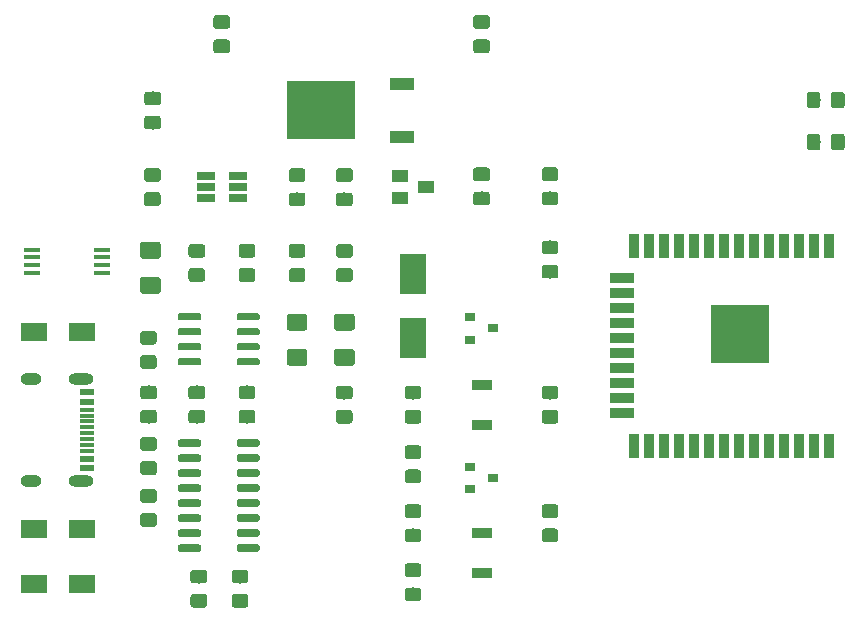
<source format=gbr>
G04 #@! TF.GenerationSoftware,KiCad,Pcbnew,(5.1.2)-1*
G04 #@! TF.CreationDate,2022-07-04T19:57:45-03:00*
G04 #@! TF.ProjectId,esp32,65737033-322e-46b6-9963-61645f706362,rev?*
G04 #@! TF.SameCoordinates,Original*
G04 #@! TF.FileFunction,Paste,Top*
G04 #@! TF.FilePolarity,Positive*
%FSLAX46Y46*%
G04 Gerber Fmt 4.6, Leading zero omitted, Abs format (unit mm)*
G04 Created by KiCad (PCBNEW (5.1.2)-1) date 2022-07-04 19:57:45*
%MOMM*%
%LPD*%
G04 APERTURE LIST*
%ADD10C,0.100000*%
%ADD11C,1.150000*%
%ADD12R,5.000000X5.000000*%
%ADD13R,0.900000X2.000000*%
%ADD14R,2.000000X0.900000*%
%ADD15R,1.700000X0.900000*%
%ADD16R,5.850000X4.900000*%
%ADD17R,2.100000X1.000000*%
%ADD18R,1.143000X0.609600*%
%ADD19R,1.143000X0.304800*%
%ADD20O,2.108200X0.990600*%
%ADD21O,1.803400X0.990600*%
%ADD22R,2.300000X3.500000*%
%ADD23R,1.400000X1.000000*%
%ADD24C,0.600000*%
%ADD25C,1.425000*%
%ADD26R,1.560000X0.650000*%
%ADD27R,2.200000X1.550000*%
%ADD28R,1.450000X0.450000*%
%ADD29R,0.900000X0.800000*%
G04 APERTURE END LIST*
D10*
G36*
X129054505Y-87776204D02*
G01*
X129078773Y-87779804D01*
X129102572Y-87785765D01*
X129125671Y-87794030D01*
X129147850Y-87804520D01*
X129168893Y-87817132D01*
X129188599Y-87831747D01*
X129206777Y-87848223D01*
X129223253Y-87866401D01*
X129237868Y-87886107D01*
X129250480Y-87907150D01*
X129260970Y-87929329D01*
X129269235Y-87952428D01*
X129275196Y-87976227D01*
X129278796Y-88000495D01*
X129280000Y-88024999D01*
X129280000Y-88675001D01*
X129278796Y-88699505D01*
X129275196Y-88723773D01*
X129269235Y-88747572D01*
X129260970Y-88770671D01*
X129250480Y-88792850D01*
X129237868Y-88813893D01*
X129223253Y-88833599D01*
X129206777Y-88851777D01*
X129188599Y-88868253D01*
X129168893Y-88882868D01*
X129147850Y-88895480D01*
X129125671Y-88905970D01*
X129102572Y-88914235D01*
X129078773Y-88920196D01*
X129054505Y-88923796D01*
X129030001Y-88925000D01*
X128129999Y-88925000D01*
X128105495Y-88923796D01*
X128081227Y-88920196D01*
X128057428Y-88914235D01*
X128034329Y-88905970D01*
X128012150Y-88895480D01*
X127991107Y-88882868D01*
X127971401Y-88868253D01*
X127953223Y-88851777D01*
X127936747Y-88833599D01*
X127922132Y-88813893D01*
X127909520Y-88792850D01*
X127899030Y-88770671D01*
X127890765Y-88747572D01*
X127884804Y-88723773D01*
X127881204Y-88699505D01*
X127880000Y-88675001D01*
X127880000Y-88024999D01*
X127881204Y-88000495D01*
X127884804Y-87976227D01*
X127890765Y-87952428D01*
X127899030Y-87929329D01*
X127909520Y-87907150D01*
X127922132Y-87886107D01*
X127936747Y-87866401D01*
X127953223Y-87848223D01*
X127971401Y-87831747D01*
X127991107Y-87817132D01*
X128012150Y-87804520D01*
X128034329Y-87794030D01*
X128057428Y-87785765D01*
X128081227Y-87779804D01*
X128105495Y-87776204D01*
X128129999Y-87775000D01*
X129030001Y-87775000D01*
X129054505Y-87776204D01*
X129054505Y-87776204D01*
G37*
D11*
X128580000Y-88350000D03*
D10*
G36*
X129054505Y-85726204D02*
G01*
X129078773Y-85729804D01*
X129102572Y-85735765D01*
X129125671Y-85744030D01*
X129147850Y-85754520D01*
X129168893Y-85767132D01*
X129188599Y-85781747D01*
X129206777Y-85798223D01*
X129223253Y-85816401D01*
X129237868Y-85836107D01*
X129250480Y-85857150D01*
X129260970Y-85879329D01*
X129269235Y-85902428D01*
X129275196Y-85926227D01*
X129278796Y-85950495D01*
X129280000Y-85974999D01*
X129280000Y-86625001D01*
X129278796Y-86649505D01*
X129275196Y-86673773D01*
X129269235Y-86697572D01*
X129260970Y-86720671D01*
X129250480Y-86742850D01*
X129237868Y-86763893D01*
X129223253Y-86783599D01*
X129206777Y-86801777D01*
X129188599Y-86818253D01*
X129168893Y-86832868D01*
X129147850Y-86845480D01*
X129125671Y-86855970D01*
X129102572Y-86864235D01*
X129078773Y-86870196D01*
X129054505Y-86873796D01*
X129030001Y-86875000D01*
X128129999Y-86875000D01*
X128105495Y-86873796D01*
X128081227Y-86870196D01*
X128057428Y-86864235D01*
X128034329Y-86855970D01*
X128012150Y-86845480D01*
X127991107Y-86832868D01*
X127971401Y-86818253D01*
X127953223Y-86801777D01*
X127936747Y-86783599D01*
X127922132Y-86763893D01*
X127909520Y-86742850D01*
X127899030Y-86720671D01*
X127890765Y-86697572D01*
X127884804Y-86673773D01*
X127881204Y-86649505D01*
X127880000Y-86625001D01*
X127880000Y-85974999D01*
X127881204Y-85950495D01*
X127884804Y-85926227D01*
X127890765Y-85902428D01*
X127899030Y-85879329D01*
X127909520Y-85857150D01*
X127922132Y-85836107D01*
X127936747Y-85816401D01*
X127953223Y-85798223D01*
X127971401Y-85781747D01*
X127991107Y-85767132D01*
X128012150Y-85754520D01*
X128034329Y-85744030D01*
X128057428Y-85735765D01*
X128081227Y-85729804D01*
X128105495Y-85726204D01*
X128129999Y-85725000D01*
X129030001Y-85725000D01*
X129054505Y-85726204D01*
X129054505Y-85726204D01*
G37*
D11*
X128580000Y-86300000D03*
D10*
G36*
X107054505Y-85726204D02*
G01*
X107078773Y-85729804D01*
X107102572Y-85735765D01*
X107125671Y-85744030D01*
X107147850Y-85754520D01*
X107168893Y-85767132D01*
X107188599Y-85781747D01*
X107206777Y-85798223D01*
X107223253Y-85816401D01*
X107237868Y-85836107D01*
X107250480Y-85857150D01*
X107260970Y-85879329D01*
X107269235Y-85902428D01*
X107275196Y-85926227D01*
X107278796Y-85950495D01*
X107280000Y-85974999D01*
X107280000Y-86625001D01*
X107278796Y-86649505D01*
X107275196Y-86673773D01*
X107269235Y-86697572D01*
X107260970Y-86720671D01*
X107250480Y-86742850D01*
X107237868Y-86763893D01*
X107223253Y-86783599D01*
X107206777Y-86801777D01*
X107188599Y-86818253D01*
X107168893Y-86832868D01*
X107147850Y-86845480D01*
X107125671Y-86855970D01*
X107102572Y-86864235D01*
X107078773Y-86870196D01*
X107054505Y-86873796D01*
X107030001Y-86875000D01*
X106129999Y-86875000D01*
X106105495Y-86873796D01*
X106081227Y-86870196D01*
X106057428Y-86864235D01*
X106034329Y-86855970D01*
X106012150Y-86845480D01*
X105991107Y-86832868D01*
X105971401Y-86818253D01*
X105953223Y-86801777D01*
X105936747Y-86783599D01*
X105922132Y-86763893D01*
X105909520Y-86742850D01*
X105899030Y-86720671D01*
X105890765Y-86697572D01*
X105884804Y-86673773D01*
X105881204Y-86649505D01*
X105880000Y-86625001D01*
X105880000Y-85974999D01*
X105881204Y-85950495D01*
X105884804Y-85926227D01*
X105890765Y-85902428D01*
X105899030Y-85879329D01*
X105909520Y-85857150D01*
X105922132Y-85836107D01*
X105936747Y-85816401D01*
X105953223Y-85798223D01*
X105971401Y-85781747D01*
X105991107Y-85767132D01*
X106012150Y-85754520D01*
X106034329Y-85744030D01*
X106057428Y-85735765D01*
X106081227Y-85729804D01*
X106105495Y-85726204D01*
X106129999Y-85725000D01*
X107030001Y-85725000D01*
X107054505Y-85726204D01*
X107054505Y-85726204D01*
G37*
D11*
X106580000Y-86300000D03*
D10*
G36*
X107054505Y-87776204D02*
G01*
X107078773Y-87779804D01*
X107102572Y-87785765D01*
X107125671Y-87794030D01*
X107147850Y-87804520D01*
X107168893Y-87817132D01*
X107188599Y-87831747D01*
X107206777Y-87848223D01*
X107223253Y-87866401D01*
X107237868Y-87886107D01*
X107250480Y-87907150D01*
X107260970Y-87929329D01*
X107269235Y-87952428D01*
X107275196Y-87976227D01*
X107278796Y-88000495D01*
X107280000Y-88024999D01*
X107280000Y-88675001D01*
X107278796Y-88699505D01*
X107275196Y-88723773D01*
X107269235Y-88747572D01*
X107260970Y-88770671D01*
X107250480Y-88792850D01*
X107237868Y-88813893D01*
X107223253Y-88833599D01*
X107206777Y-88851777D01*
X107188599Y-88868253D01*
X107168893Y-88882868D01*
X107147850Y-88895480D01*
X107125671Y-88905970D01*
X107102572Y-88914235D01*
X107078773Y-88920196D01*
X107054505Y-88923796D01*
X107030001Y-88925000D01*
X106129999Y-88925000D01*
X106105495Y-88923796D01*
X106081227Y-88920196D01*
X106057428Y-88914235D01*
X106034329Y-88905970D01*
X106012150Y-88895480D01*
X105991107Y-88882868D01*
X105971401Y-88868253D01*
X105953223Y-88851777D01*
X105936747Y-88833599D01*
X105922132Y-88813893D01*
X105909520Y-88792850D01*
X105899030Y-88770671D01*
X105890765Y-88747572D01*
X105884804Y-88723773D01*
X105881204Y-88699505D01*
X105880000Y-88675001D01*
X105880000Y-88024999D01*
X105881204Y-88000495D01*
X105884804Y-87976227D01*
X105890765Y-87952428D01*
X105899030Y-87929329D01*
X105909520Y-87907150D01*
X105922132Y-87886107D01*
X105936747Y-87866401D01*
X105953223Y-87848223D01*
X105971401Y-87831747D01*
X105991107Y-87817132D01*
X106012150Y-87804520D01*
X106034329Y-87794030D01*
X106057428Y-87785765D01*
X106081227Y-87779804D01*
X106105495Y-87776204D01*
X106129999Y-87775000D01*
X107030001Y-87775000D01*
X107054505Y-87776204D01*
X107054505Y-87776204D01*
G37*
D11*
X106580000Y-88350000D03*
D12*
X150500000Y-112725000D03*
D13*
X158000000Y-105225000D03*
X156730000Y-105225000D03*
X155460000Y-105225000D03*
X154190000Y-105225000D03*
X152920000Y-105225000D03*
X151650000Y-105225000D03*
X150380000Y-105225000D03*
X149110000Y-105225000D03*
X147840000Y-105225000D03*
X146570000Y-105225000D03*
X145300000Y-105225000D03*
X144030000Y-105225000D03*
X142760000Y-105225000D03*
X141490000Y-105225000D03*
D14*
X140490000Y-108010000D03*
X140490000Y-109280000D03*
X140490000Y-110550000D03*
X140490000Y-111820000D03*
X140490000Y-113090000D03*
X140490000Y-114360000D03*
X140490000Y-115630000D03*
X140490000Y-116900000D03*
X140490000Y-118170000D03*
X140490000Y-119440000D03*
D13*
X141490000Y-122225000D03*
X142760000Y-122225000D03*
X144030000Y-122225000D03*
X145300000Y-122225000D03*
X146570000Y-122225000D03*
X147840000Y-122225000D03*
X149110000Y-122225000D03*
X150380000Y-122225000D03*
X151650000Y-122225000D03*
X152920000Y-122225000D03*
X154190000Y-122225000D03*
X155460000Y-122225000D03*
X156730000Y-122225000D03*
X158000000Y-122225000D03*
D10*
G36*
X134854505Y-106856204D02*
G01*
X134878773Y-106859804D01*
X134902572Y-106865765D01*
X134925671Y-106874030D01*
X134947850Y-106884520D01*
X134968893Y-106897132D01*
X134988599Y-106911747D01*
X135006777Y-106928223D01*
X135023253Y-106946401D01*
X135037868Y-106966107D01*
X135050480Y-106987150D01*
X135060970Y-107009329D01*
X135069235Y-107032428D01*
X135075196Y-107056227D01*
X135078796Y-107080495D01*
X135080000Y-107104999D01*
X135080000Y-107755001D01*
X135078796Y-107779505D01*
X135075196Y-107803773D01*
X135069235Y-107827572D01*
X135060970Y-107850671D01*
X135050480Y-107872850D01*
X135037868Y-107893893D01*
X135023253Y-107913599D01*
X135006777Y-107931777D01*
X134988599Y-107948253D01*
X134968893Y-107962868D01*
X134947850Y-107975480D01*
X134925671Y-107985970D01*
X134902572Y-107994235D01*
X134878773Y-108000196D01*
X134854505Y-108003796D01*
X134830001Y-108005000D01*
X133929999Y-108005000D01*
X133905495Y-108003796D01*
X133881227Y-108000196D01*
X133857428Y-107994235D01*
X133834329Y-107985970D01*
X133812150Y-107975480D01*
X133791107Y-107962868D01*
X133771401Y-107948253D01*
X133753223Y-107931777D01*
X133736747Y-107913599D01*
X133722132Y-107893893D01*
X133709520Y-107872850D01*
X133699030Y-107850671D01*
X133690765Y-107827572D01*
X133684804Y-107803773D01*
X133681204Y-107779505D01*
X133680000Y-107755001D01*
X133680000Y-107104999D01*
X133681204Y-107080495D01*
X133684804Y-107056227D01*
X133690765Y-107032428D01*
X133699030Y-107009329D01*
X133709520Y-106987150D01*
X133722132Y-106966107D01*
X133736747Y-106946401D01*
X133753223Y-106928223D01*
X133771401Y-106911747D01*
X133791107Y-106897132D01*
X133812150Y-106884520D01*
X133834329Y-106874030D01*
X133857428Y-106865765D01*
X133881227Y-106859804D01*
X133905495Y-106856204D01*
X133929999Y-106855000D01*
X134830001Y-106855000D01*
X134854505Y-106856204D01*
X134854505Y-106856204D01*
G37*
D11*
X134380000Y-107430000D03*
D10*
G36*
X134854505Y-104806204D02*
G01*
X134878773Y-104809804D01*
X134902572Y-104815765D01*
X134925671Y-104824030D01*
X134947850Y-104834520D01*
X134968893Y-104847132D01*
X134988599Y-104861747D01*
X135006777Y-104878223D01*
X135023253Y-104896401D01*
X135037868Y-104916107D01*
X135050480Y-104937150D01*
X135060970Y-104959329D01*
X135069235Y-104982428D01*
X135075196Y-105006227D01*
X135078796Y-105030495D01*
X135080000Y-105054999D01*
X135080000Y-105705001D01*
X135078796Y-105729505D01*
X135075196Y-105753773D01*
X135069235Y-105777572D01*
X135060970Y-105800671D01*
X135050480Y-105822850D01*
X135037868Y-105843893D01*
X135023253Y-105863599D01*
X135006777Y-105881777D01*
X134988599Y-105898253D01*
X134968893Y-105912868D01*
X134947850Y-105925480D01*
X134925671Y-105935970D01*
X134902572Y-105944235D01*
X134878773Y-105950196D01*
X134854505Y-105953796D01*
X134830001Y-105955000D01*
X133929999Y-105955000D01*
X133905495Y-105953796D01*
X133881227Y-105950196D01*
X133857428Y-105944235D01*
X133834329Y-105935970D01*
X133812150Y-105925480D01*
X133791107Y-105912868D01*
X133771401Y-105898253D01*
X133753223Y-105881777D01*
X133736747Y-105863599D01*
X133722132Y-105843893D01*
X133709520Y-105822850D01*
X133699030Y-105800671D01*
X133690765Y-105777572D01*
X133684804Y-105753773D01*
X133681204Y-105729505D01*
X133680000Y-105705001D01*
X133680000Y-105054999D01*
X133681204Y-105030495D01*
X133684804Y-105006227D01*
X133690765Y-104982428D01*
X133699030Y-104959329D01*
X133709520Y-104937150D01*
X133722132Y-104916107D01*
X133736747Y-104896401D01*
X133753223Y-104878223D01*
X133771401Y-104861747D01*
X133791107Y-104847132D01*
X133812150Y-104834520D01*
X133834329Y-104824030D01*
X133857428Y-104815765D01*
X133881227Y-104809804D01*
X133905495Y-104806204D01*
X133929999Y-104805000D01*
X134830001Y-104805000D01*
X134854505Y-104806204D01*
X134854505Y-104806204D01*
G37*
D11*
X134380000Y-105380000D03*
D10*
G36*
X134854505Y-100666204D02*
G01*
X134878773Y-100669804D01*
X134902572Y-100675765D01*
X134925671Y-100684030D01*
X134947850Y-100694520D01*
X134968893Y-100707132D01*
X134988599Y-100721747D01*
X135006777Y-100738223D01*
X135023253Y-100756401D01*
X135037868Y-100776107D01*
X135050480Y-100797150D01*
X135060970Y-100819329D01*
X135069235Y-100842428D01*
X135075196Y-100866227D01*
X135078796Y-100890495D01*
X135080000Y-100914999D01*
X135080000Y-101565001D01*
X135078796Y-101589505D01*
X135075196Y-101613773D01*
X135069235Y-101637572D01*
X135060970Y-101660671D01*
X135050480Y-101682850D01*
X135037868Y-101703893D01*
X135023253Y-101723599D01*
X135006777Y-101741777D01*
X134988599Y-101758253D01*
X134968893Y-101772868D01*
X134947850Y-101785480D01*
X134925671Y-101795970D01*
X134902572Y-101804235D01*
X134878773Y-101810196D01*
X134854505Y-101813796D01*
X134830001Y-101815000D01*
X133929999Y-101815000D01*
X133905495Y-101813796D01*
X133881227Y-101810196D01*
X133857428Y-101804235D01*
X133834329Y-101795970D01*
X133812150Y-101785480D01*
X133791107Y-101772868D01*
X133771401Y-101758253D01*
X133753223Y-101741777D01*
X133736747Y-101723599D01*
X133722132Y-101703893D01*
X133709520Y-101682850D01*
X133699030Y-101660671D01*
X133690765Y-101637572D01*
X133684804Y-101613773D01*
X133681204Y-101589505D01*
X133680000Y-101565001D01*
X133680000Y-100914999D01*
X133681204Y-100890495D01*
X133684804Y-100866227D01*
X133690765Y-100842428D01*
X133699030Y-100819329D01*
X133709520Y-100797150D01*
X133722132Y-100776107D01*
X133736747Y-100756401D01*
X133753223Y-100738223D01*
X133771401Y-100721747D01*
X133791107Y-100707132D01*
X133812150Y-100694520D01*
X133834329Y-100684030D01*
X133857428Y-100675765D01*
X133881227Y-100669804D01*
X133905495Y-100666204D01*
X133929999Y-100665000D01*
X134830001Y-100665000D01*
X134854505Y-100666204D01*
X134854505Y-100666204D01*
G37*
D11*
X134380000Y-101240000D03*
D10*
G36*
X134854505Y-98616204D02*
G01*
X134878773Y-98619804D01*
X134902572Y-98625765D01*
X134925671Y-98634030D01*
X134947850Y-98644520D01*
X134968893Y-98657132D01*
X134988599Y-98671747D01*
X135006777Y-98688223D01*
X135023253Y-98706401D01*
X135037868Y-98726107D01*
X135050480Y-98747150D01*
X135060970Y-98769329D01*
X135069235Y-98792428D01*
X135075196Y-98816227D01*
X135078796Y-98840495D01*
X135080000Y-98864999D01*
X135080000Y-99515001D01*
X135078796Y-99539505D01*
X135075196Y-99563773D01*
X135069235Y-99587572D01*
X135060970Y-99610671D01*
X135050480Y-99632850D01*
X135037868Y-99653893D01*
X135023253Y-99673599D01*
X135006777Y-99691777D01*
X134988599Y-99708253D01*
X134968893Y-99722868D01*
X134947850Y-99735480D01*
X134925671Y-99745970D01*
X134902572Y-99754235D01*
X134878773Y-99760196D01*
X134854505Y-99763796D01*
X134830001Y-99765000D01*
X133929999Y-99765000D01*
X133905495Y-99763796D01*
X133881227Y-99760196D01*
X133857428Y-99754235D01*
X133834329Y-99745970D01*
X133812150Y-99735480D01*
X133791107Y-99722868D01*
X133771401Y-99708253D01*
X133753223Y-99691777D01*
X133736747Y-99673599D01*
X133722132Y-99653893D01*
X133709520Y-99632850D01*
X133699030Y-99610671D01*
X133690765Y-99587572D01*
X133684804Y-99563773D01*
X133681204Y-99539505D01*
X133680000Y-99515001D01*
X133680000Y-98864999D01*
X133681204Y-98840495D01*
X133684804Y-98816227D01*
X133690765Y-98792428D01*
X133699030Y-98769329D01*
X133709520Y-98747150D01*
X133722132Y-98726107D01*
X133736747Y-98706401D01*
X133753223Y-98688223D01*
X133771401Y-98671747D01*
X133791107Y-98657132D01*
X133812150Y-98644520D01*
X133834329Y-98634030D01*
X133857428Y-98625765D01*
X133881227Y-98619804D01*
X133905495Y-98616204D01*
X133929999Y-98615000D01*
X134830001Y-98615000D01*
X134854505Y-98616204D01*
X134854505Y-98616204D01*
G37*
D11*
X134380000Y-99190000D03*
D15*
X128580000Y-129535000D03*
X128580000Y-132935000D03*
D10*
G36*
X117444505Y-107146204D02*
G01*
X117468773Y-107149804D01*
X117492572Y-107155765D01*
X117515671Y-107164030D01*
X117537850Y-107174520D01*
X117558893Y-107187132D01*
X117578599Y-107201747D01*
X117596777Y-107218223D01*
X117613253Y-107236401D01*
X117627868Y-107256107D01*
X117640480Y-107277150D01*
X117650970Y-107299329D01*
X117659235Y-107322428D01*
X117665196Y-107346227D01*
X117668796Y-107370495D01*
X117670000Y-107394999D01*
X117670000Y-108045001D01*
X117668796Y-108069505D01*
X117665196Y-108093773D01*
X117659235Y-108117572D01*
X117650970Y-108140671D01*
X117640480Y-108162850D01*
X117627868Y-108183893D01*
X117613253Y-108203599D01*
X117596777Y-108221777D01*
X117578599Y-108238253D01*
X117558893Y-108252868D01*
X117537850Y-108265480D01*
X117515671Y-108275970D01*
X117492572Y-108284235D01*
X117468773Y-108290196D01*
X117444505Y-108293796D01*
X117420001Y-108295000D01*
X116519999Y-108295000D01*
X116495495Y-108293796D01*
X116471227Y-108290196D01*
X116447428Y-108284235D01*
X116424329Y-108275970D01*
X116402150Y-108265480D01*
X116381107Y-108252868D01*
X116361401Y-108238253D01*
X116343223Y-108221777D01*
X116326747Y-108203599D01*
X116312132Y-108183893D01*
X116299520Y-108162850D01*
X116289030Y-108140671D01*
X116280765Y-108117572D01*
X116274804Y-108093773D01*
X116271204Y-108069505D01*
X116270000Y-108045001D01*
X116270000Y-107394999D01*
X116271204Y-107370495D01*
X116274804Y-107346227D01*
X116280765Y-107322428D01*
X116289030Y-107299329D01*
X116299520Y-107277150D01*
X116312132Y-107256107D01*
X116326747Y-107236401D01*
X116343223Y-107218223D01*
X116361401Y-107201747D01*
X116381107Y-107187132D01*
X116402150Y-107174520D01*
X116424329Y-107164030D01*
X116447428Y-107155765D01*
X116471227Y-107149804D01*
X116495495Y-107146204D01*
X116519999Y-107145000D01*
X117420001Y-107145000D01*
X117444505Y-107146204D01*
X117444505Y-107146204D01*
G37*
D11*
X116970000Y-107720000D03*
D10*
G36*
X117444505Y-105096204D02*
G01*
X117468773Y-105099804D01*
X117492572Y-105105765D01*
X117515671Y-105114030D01*
X117537850Y-105124520D01*
X117558893Y-105137132D01*
X117578599Y-105151747D01*
X117596777Y-105168223D01*
X117613253Y-105186401D01*
X117627868Y-105206107D01*
X117640480Y-105227150D01*
X117650970Y-105249329D01*
X117659235Y-105272428D01*
X117665196Y-105296227D01*
X117668796Y-105320495D01*
X117670000Y-105344999D01*
X117670000Y-105995001D01*
X117668796Y-106019505D01*
X117665196Y-106043773D01*
X117659235Y-106067572D01*
X117650970Y-106090671D01*
X117640480Y-106112850D01*
X117627868Y-106133893D01*
X117613253Y-106153599D01*
X117596777Y-106171777D01*
X117578599Y-106188253D01*
X117558893Y-106202868D01*
X117537850Y-106215480D01*
X117515671Y-106225970D01*
X117492572Y-106234235D01*
X117468773Y-106240196D01*
X117444505Y-106243796D01*
X117420001Y-106245000D01*
X116519999Y-106245000D01*
X116495495Y-106243796D01*
X116471227Y-106240196D01*
X116447428Y-106234235D01*
X116424329Y-106225970D01*
X116402150Y-106215480D01*
X116381107Y-106202868D01*
X116361401Y-106188253D01*
X116343223Y-106171777D01*
X116326747Y-106153599D01*
X116312132Y-106133893D01*
X116299520Y-106112850D01*
X116289030Y-106090671D01*
X116280765Y-106067572D01*
X116274804Y-106043773D01*
X116271204Y-106019505D01*
X116270000Y-105995001D01*
X116270000Y-105344999D01*
X116271204Y-105320495D01*
X116274804Y-105296227D01*
X116280765Y-105272428D01*
X116289030Y-105249329D01*
X116299520Y-105227150D01*
X116312132Y-105206107D01*
X116326747Y-105186401D01*
X116343223Y-105168223D01*
X116361401Y-105151747D01*
X116381107Y-105137132D01*
X116402150Y-105124520D01*
X116424329Y-105114030D01*
X116447428Y-105105765D01*
X116471227Y-105099804D01*
X116495495Y-105096204D01*
X116519999Y-105095000D01*
X117420001Y-105095000D01*
X117444505Y-105096204D01*
X117444505Y-105096204D01*
G37*
D11*
X116970000Y-105670000D03*
D10*
G36*
X109194505Y-107146204D02*
G01*
X109218773Y-107149804D01*
X109242572Y-107155765D01*
X109265671Y-107164030D01*
X109287850Y-107174520D01*
X109308893Y-107187132D01*
X109328599Y-107201747D01*
X109346777Y-107218223D01*
X109363253Y-107236401D01*
X109377868Y-107256107D01*
X109390480Y-107277150D01*
X109400970Y-107299329D01*
X109409235Y-107322428D01*
X109415196Y-107346227D01*
X109418796Y-107370495D01*
X109420000Y-107394999D01*
X109420000Y-108045001D01*
X109418796Y-108069505D01*
X109415196Y-108093773D01*
X109409235Y-108117572D01*
X109400970Y-108140671D01*
X109390480Y-108162850D01*
X109377868Y-108183893D01*
X109363253Y-108203599D01*
X109346777Y-108221777D01*
X109328599Y-108238253D01*
X109308893Y-108252868D01*
X109287850Y-108265480D01*
X109265671Y-108275970D01*
X109242572Y-108284235D01*
X109218773Y-108290196D01*
X109194505Y-108293796D01*
X109170001Y-108295000D01*
X108269999Y-108295000D01*
X108245495Y-108293796D01*
X108221227Y-108290196D01*
X108197428Y-108284235D01*
X108174329Y-108275970D01*
X108152150Y-108265480D01*
X108131107Y-108252868D01*
X108111401Y-108238253D01*
X108093223Y-108221777D01*
X108076747Y-108203599D01*
X108062132Y-108183893D01*
X108049520Y-108162850D01*
X108039030Y-108140671D01*
X108030765Y-108117572D01*
X108024804Y-108093773D01*
X108021204Y-108069505D01*
X108020000Y-108045001D01*
X108020000Y-107394999D01*
X108021204Y-107370495D01*
X108024804Y-107346227D01*
X108030765Y-107322428D01*
X108039030Y-107299329D01*
X108049520Y-107277150D01*
X108062132Y-107256107D01*
X108076747Y-107236401D01*
X108093223Y-107218223D01*
X108111401Y-107201747D01*
X108131107Y-107187132D01*
X108152150Y-107174520D01*
X108174329Y-107164030D01*
X108197428Y-107155765D01*
X108221227Y-107149804D01*
X108245495Y-107146204D01*
X108269999Y-107145000D01*
X109170001Y-107145000D01*
X109194505Y-107146204D01*
X109194505Y-107146204D01*
G37*
D11*
X108720000Y-107720000D03*
D10*
G36*
X109194505Y-105096204D02*
G01*
X109218773Y-105099804D01*
X109242572Y-105105765D01*
X109265671Y-105114030D01*
X109287850Y-105124520D01*
X109308893Y-105137132D01*
X109328599Y-105151747D01*
X109346777Y-105168223D01*
X109363253Y-105186401D01*
X109377868Y-105206107D01*
X109390480Y-105227150D01*
X109400970Y-105249329D01*
X109409235Y-105272428D01*
X109415196Y-105296227D01*
X109418796Y-105320495D01*
X109420000Y-105344999D01*
X109420000Y-105995001D01*
X109418796Y-106019505D01*
X109415196Y-106043773D01*
X109409235Y-106067572D01*
X109400970Y-106090671D01*
X109390480Y-106112850D01*
X109377868Y-106133893D01*
X109363253Y-106153599D01*
X109346777Y-106171777D01*
X109328599Y-106188253D01*
X109308893Y-106202868D01*
X109287850Y-106215480D01*
X109265671Y-106225970D01*
X109242572Y-106234235D01*
X109218773Y-106240196D01*
X109194505Y-106243796D01*
X109170001Y-106245000D01*
X108269999Y-106245000D01*
X108245495Y-106243796D01*
X108221227Y-106240196D01*
X108197428Y-106234235D01*
X108174329Y-106225970D01*
X108152150Y-106215480D01*
X108131107Y-106202868D01*
X108111401Y-106188253D01*
X108093223Y-106171777D01*
X108076747Y-106153599D01*
X108062132Y-106133893D01*
X108049520Y-106112850D01*
X108039030Y-106090671D01*
X108030765Y-106067572D01*
X108024804Y-106043773D01*
X108021204Y-106019505D01*
X108020000Y-105995001D01*
X108020000Y-105344999D01*
X108021204Y-105320495D01*
X108024804Y-105296227D01*
X108030765Y-105272428D01*
X108039030Y-105249329D01*
X108049520Y-105227150D01*
X108062132Y-105206107D01*
X108076747Y-105186401D01*
X108093223Y-105168223D01*
X108111401Y-105151747D01*
X108131107Y-105137132D01*
X108152150Y-105124520D01*
X108174329Y-105114030D01*
X108197428Y-105105765D01*
X108221227Y-105099804D01*
X108245495Y-105096204D01*
X108269999Y-105095000D01*
X109170001Y-105095000D01*
X109194505Y-105096204D01*
X109194505Y-105096204D01*
G37*
D11*
X108720000Y-105670000D03*
D10*
G36*
X129054505Y-98616204D02*
G01*
X129078773Y-98619804D01*
X129102572Y-98625765D01*
X129125671Y-98634030D01*
X129147850Y-98644520D01*
X129168893Y-98657132D01*
X129188599Y-98671747D01*
X129206777Y-98688223D01*
X129223253Y-98706401D01*
X129237868Y-98726107D01*
X129250480Y-98747150D01*
X129260970Y-98769329D01*
X129269235Y-98792428D01*
X129275196Y-98816227D01*
X129278796Y-98840495D01*
X129280000Y-98864999D01*
X129280000Y-99515001D01*
X129278796Y-99539505D01*
X129275196Y-99563773D01*
X129269235Y-99587572D01*
X129260970Y-99610671D01*
X129250480Y-99632850D01*
X129237868Y-99653893D01*
X129223253Y-99673599D01*
X129206777Y-99691777D01*
X129188599Y-99708253D01*
X129168893Y-99722868D01*
X129147850Y-99735480D01*
X129125671Y-99745970D01*
X129102572Y-99754235D01*
X129078773Y-99760196D01*
X129054505Y-99763796D01*
X129030001Y-99765000D01*
X128129999Y-99765000D01*
X128105495Y-99763796D01*
X128081227Y-99760196D01*
X128057428Y-99754235D01*
X128034329Y-99745970D01*
X128012150Y-99735480D01*
X127991107Y-99722868D01*
X127971401Y-99708253D01*
X127953223Y-99691777D01*
X127936747Y-99673599D01*
X127922132Y-99653893D01*
X127909520Y-99632850D01*
X127899030Y-99610671D01*
X127890765Y-99587572D01*
X127884804Y-99563773D01*
X127881204Y-99539505D01*
X127880000Y-99515001D01*
X127880000Y-98864999D01*
X127881204Y-98840495D01*
X127884804Y-98816227D01*
X127890765Y-98792428D01*
X127899030Y-98769329D01*
X127909520Y-98747150D01*
X127922132Y-98726107D01*
X127936747Y-98706401D01*
X127953223Y-98688223D01*
X127971401Y-98671747D01*
X127991107Y-98657132D01*
X128012150Y-98644520D01*
X128034329Y-98634030D01*
X128057428Y-98625765D01*
X128081227Y-98619804D01*
X128105495Y-98616204D01*
X128129999Y-98615000D01*
X129030001Y-98615000D01*
X129054505Y-98616204D01*
X129054505Y-98616204D01*
G37*
D11*
X128580000Y-99190000D03*
D10*
G36*
X129054505Y-100666204D02*
G01*
X129078773Y-100669804D01*
X129102572Y-100675765D01*
X129125671Y-100684030D01*
X129147850Y-100694520D01*
X129168893Y-100707132D01*
X129188599Y-100721747D01*
X129206777Y-100738223D01*
X129223253Y-100756401D01*
X129237868Y-100776107D01*
X129250480Y-100797150D01*
X129260970Y-100819329D01*
X129269235Y-100842428D01*
X129275196Y-100866227D01*
X129278796Y-100890495D01*
X129280000Y-100914999D01*
X129280000Y-101565001D01*
X129278796Y-101589505D01*
X129275196Y-101613773D01*
X129269235Y-101637572D01*
X129260970Y-101660671D01*
X129250480Y-101682850D01*
X129237868Y-101703893D01*
X129223253Y-101723599D01*
X129206777Y-101741777D01*
X129188599Y-101758253D01*
X129168893Y-101772868D01*
X129147850Y-101785480D01*
X129125671Y-101795970D01*
X129102572Y-101804235D01*
X129078773Y-101810196D01*
X129054505Y-101813796D01*
X129030001Y-101815000D01*
X128129999Y-101815000D01*
X128105495Y-101813796D01*
X128081227Y-101810196D01*
X128057428Y-101804235D01*
X128034329Y-101795970D01*
X128012150Y-101785480D01*
X127991107Y-101772868D01*
X127971401Y-101758253D01*
X127953223Y-101741777D01*
X127936747Y-101723599D01*
X127922132Y-101703893D01*
X127909520Y-101682850D01*
X127899030Y-101660671D01*
X127890765Y-101637572D01*
X127884804Y-101613773D01*
X127881204Y-101589505D01*
X127880000Y-101565001D01*
X127880000Y-100914999D01*
X127881204Y-100890495D01*
X127884804Y-100866227D01*
X127890765Y-100842428D01*
X127899030Y-100819329D01*
X127909520Y-100797150D01*
X127922132Y-100776107D01*
X127936747Y-100756401D01*
X127953223Y-100738223D01*
X127971401Y-100721747D01*
X127991107Y-100707132D01*
X128012150Y-100694520D01*
X128034329Y-100684030D01*
X128057428Y-100675765D01*
X128081227Y-100669804D01*
X128105495Y-100666204D01*
X128129999Y-100665000D01*
X129030001Y-100665000D01*
X129054505Y-100666204D01*
X129054505Y-100666204D01*
G37*
D11*
X128580000Y-101240000D03*
D10*
G36*
X100844505Y-112461204D02*
G01*
X100868773Y-112464804D01*
X100892572Y-112470765D01*
X100915671Y-112479030D01*
X100937850Y-112489520D01*
X100958893Y-112502132D01*
X100978599Y-112516747D01*
X100996777Y-112533223D01*
X101013253Y-112551401D01*
X101027868Y-112571107D01*
X101040480Y-112592150D01*
X101050970Y-112614329D01*
X101059235Y-112637428D01*
X101065196Y-112661227D01*
X101068796Y-112685495D01*
X101070000Y-112709999D01*
X101070000Y-113360001D01*
X101068796Y-113384505D01*
X101065196Y-113408773D01*
X101059235Y-113432572D01*
X101050970Y-113455671D01*
X101040480Y-113477850D01*
X101027868Y-113498893D01*
X101013253Y-113518599D01*
X100996777Y-113536777D01*
X100978599Y-113553253D01*
X100958893Y-113567868D01*
X100937850Y-113580480D01*
X100915671Y-113590970D01*
X100892572Y-113599235D01*
X100868773Y-113605196D01*
X100844505Y-113608796D01*
X100820001Y-113610000D01*
X99919999Y-113610000D01*
X99895495Y-113608796D01*
X99871227Y-113605196D01*
X99847428Y-113599235D01*
X99824329Y-113590970D01*
X99802150Y-113580480D01*
X99781107Y-113567868D01*
X99761401Y-113553253D01*
X99743223Y-113536777D01*
X99726747Y-113518599D01*
X99712132Y-113498893D01*
X99699520Y-113477850D01*
X99689030Y-113455671D01*
X99680765Y-113432572D01*
X99674804Y-113408773D01*
X99671204Y-113384505D01*
X99670000Y-113360001D01*
X99670000Y-112709999D01*
X99671204Y-112685495D01*
X99674804Y-112661227D01*
X99680765Y-112637428D01*
X99689030Y-112614329D01*
X99699520Y-112592150D01*
X99712132Y-112571107D01*
X99726747Y-112551401D01*
X99743223Y-112533223D01*
X99761401Y-112516747D01*
X99781107Y-112502132D01*
X99802150Y-112489520D01*
X99824329Y-112479030D01*
X99847428Y-112470765D01*
X99871227Y-112464804D01*
X99895495Y-112461204D01*
X99919999Y-112460000D01*
X100820001Y-112460000D01*
X100844505Y-112461204D01*
X100844505Y-112461204D01*
G37*
D11*
X100370000Y-113035000D03*
D10*
G36*
X100844505Y-114511204D02*
G01*
X100868773Y-114514804D01*
X100892572Y-114520765D01*
X100915671Y-114529030D01*
X100937850Y-114539520D01*
X100958893Y-114552132D01*
X100978599Y-114566747D01*
X100996777Y-114583223D01*
X101013253Y-114601401D01*
X101027868Y-114621107D01*
X101040480Y-114642150D01*
X101050970Y-114664329D01*
X101059235Y-114687428D01*
X101065196Y-114711227D01*
X101068796Y-114735495D01*
X101070000Y-114759999D01*
X101070000Y-115410001D01*
X101068796Y-115434505D01*
X101065196Y-115458773D01*
X101059235Y-115482572D01*
X101050970Y-115505671D01*
X101040480Y-115527850D01*
X101027868Y-115548893D01*
X101013253Y-115568599D01*
X100996777Y-115586777D01*
X100978599Y-115603253D01*
X100958893Y-115617868D01*
X100937850Y-115630480D01*
X100915671Y-115640970D01*
X100892572Y-115649235D01*
X100868773Y-115655196D01*
X100844505Y-115658796D01*
X100820001Y-115660000D01*
X99919999Y-115660000D01*
X99895495Y-115658796D01*
X99871227Y-115655196D01*
X99847428Y-115649235D01*
X99824329Y-115640970D01*
X99802150Y-115630480D01*
X99781107Y-115617868D01*
X99761401Y-115603253D01*
X99743223Y-115586777D01*
X99726747Y-115568599D01*
X99712132Y-115548893D01*
X99699520Y-115527850D01*
X99689030Y-115505671D01*
X99680765Y-115482572D01*
X99674804Y-115458773D01*
X99671204Y-115434505D01*
X99670000Y-115410001D01*
X99670000Y-114759999D01*
X99671204Y-114735495D01*
X99674804Y-114711227D01*
X99680765Y-114687428D01*
X99689030Y-114664329D01*
X99699520Y-114642150D01*
X99712132Y-114621107D01*
X99726747Y-114601401D01*
X99743223Y-114583223D01*
X99761401Y-114566747D01*
X99781107Y-114552132D01*
X99802150Y-114539520D01*
X99824329Y-114529030D01*
X99847428Y-114520765D01*
X99871227Y-114514804D01*
X99895495Y-114511204D01*
X99919999Y-114510000D01*
X100820001Y-114510000D01*
X100844505Y-114511204D01*
X100844505Y-114511204D01*
G37*
D11*
X100370000Y-115085000D03*
D10*
G36*
X100864505Y-119141204D02*
G01*
X100888773Y-119144804D01*
X100912572Y-119150765D01*
X100935671Y-119159030D01*
X100957850Y-119169520D01*
X100978893Y-119182132D01*
X100998599Y-119196747D01*
X101016777Y-119213223D01*
X101033253Y-119231401D01*
X101047868Y-119251107D01*
X101060480Y-119272150D01*
X101070970Y-119294329D01*
X101079235Y-119317428D01*
X101085196Y-119341227D01*
X101088796Y-119365495D01*
X101090000Y-119389999D01*
X101090000Y-120040001D01*
X101088796Y-120064505D01*
X101085196Y-120088773D01*
X101079235Y-120112572D01*
X101070970Y-120135671D01*
X101060480Y-120157850D01*
X101047868Y-120178893D01*
X101033253Y-120198599D01*
X101016777Y-120216777D01*
X100998599Y-120233253D01*
X100978893Y-120247868D01*
X100957850Y-120260480D01*
X100935671Y-120270970D01*
X100912572Y-120279235D01*
X100888773Y-120285196D01*
X100864505Y-120288796D01*
X100840001Y-120290000D01*
X99939999Y-120290000D01*
X99915495Y-120288796D01*
X99891227Y-120285196D01*
X99867428Y-120279235D01*
X99844329Y-120270970D01*
X99822150Y-120260480D01*
X99801107Y-120247868D01*
X99781401Y-120233253D01*
X99763223Y-120216777D01*
X99746747Y-120198599D01*
X99732132Y-120178893D01*
X99719520Y-120157850D01*
X99709030Y-120135671D01*
X99700765Y-120112572D01*
X99694804Y-120088773D01*
X99691204Y-120064505D01*
X99690000Y-120040001D01*
X99690000Y-119389999D01*
X99691204Y-119365495D01*
X99694804Y-119341227D01*
X99700765Y-119317428D01*
X99709030Y-119294329D01*
X99719520Y-119272150D01*
X99732132Y-119251107D01*
X99746747Y-119231401D01*
X99763223Y-119213223D01*
X99781401Y-119196747D01*
X99801107Y-119182132D01*
X99822150Y-119169520D01*
X99844329Y-119159030D01*
X99867428Y-119150765D01*
X99891227Y-119144804D01*
X99915495Y-119141204D01*
X99939999Y-119140000D01*
X100840001Y-119140000D01*
X100864505Y-119141204D01*
X100864505Y-119141204D01*
G37*
D11*
X100390000Y-119715000D03*
D10*
G36*
X100864505Y-117091204D02*
G01*
X100888773Y-117094804D01*
X100912572Y-117100765D01*
X100935671Y-117109030D01*
X100957850Y-117119520D01*
X100978893Y-117132132D01*
X100998599Y-117146747D01*
X101016777Y-117163223D01*
X101033253Y-117181401D01*
X101047868Y-117201107D01*
X101060480Y-117222150D01*
X101070970Y-117244329D01*
X101079235Y-117267428D01*
X101085196Y-117291227D01*
X101088796Y-117315495D01*
X101090000Y-117339999D01*
X101090000Y-117990001D01*
X101088796Y-118014505D01*
X101085196Y-118038773D01*
X101079235Y-118062572D01*
X101070970Y-118085671D01*
X101060480Y-118107850D01*
X101047868Y-118128893D01*
X101033253Y-118148599D01*
X101016777Y-118166777D01*
X100998599Y-118183253D01*
X100978893Y-118197868D01*
X100957850Y-118210480D01*
X100935671Y-118220970D01*
X100912572Y-118229235D01*
X100888773Y-118235196D01*
X100864505Y-118238796D01*
X100840001Y-118240000D01*
X99939999Y-118240000D01*
X99915495Y-118238796D01*
X99891227Y-118235196D01*
X99867428Y-118229235D01*
X99844329Y-118220970D01*
X99822150Y-118210480D01*
X99801107Y-118197868D01*
X99781401Y-118183253D01*
X99763223Y-118166777D01*
X99746747Y-118148599D01*
X99732132Y-118128893D01*
X99719520Y-118107850D01*
X99709030Y-118085671D01*
X99700765Y-118062572D01*
X99694804Y-118038773D01*
X99691204Y-118014505D01*
X99690000Y-117990001D01*
X99690000Y-117339999D01*
X99691204Y-117315495D01*
X99694804Y-117291227D01*
X99700765Y-117267428D01*
X99709030Y-117244329D01*
X99719520Y-117222150D01*
X99732132Y-117201107D01*
X99746747Y-117181401D01*
X99763223Y-117163223D01*
X99781401Y-117146747D01*
X99801107Y-117132132D01*
X99822150Y-117119520D01*
X99844329Y-117109030D01*
X99867428Y-117100765D01*
X99891227Y-117094804D01*
X99915495Y-117091204D01*
X99939999Y-117090000D01*
X100840001Y-117090000D01*
X100864505Y-117091204D01*
X100864505Y-117091204D01*
G37*
D11*
X100390000Y-117665000D03*
D10*
G36*
X113444505Y-107146204D02*
G01*
X113468773Y-107149804D01*
X113492572Y-107155765D01*
X113515671Y-107164030D01*
X113537850Y-107174520D01*
X113558893Y-107187132D01*
X113578599Y-107201747D01*
X113596777Y-107218223D01*
X113613253Y-107236401D01*
X113627868Y-107256107D01*
X113640480Y-107277150D01*
X113650970Y-107299329D01*
X113659235Y-107322428D01*
X113665196Y-107346227D01*
X113668796Y-107370495D01*
X113670000Y-107394999D01*
X113670000Y-108045001D01*
X113668796Y-108069505D01*
X113665196Y-108093773D01*
X113659235Y-108117572D01*
X113650970Y-108140671D01*
X113640480Y-108162850D01*
X113627868Y-108183893D01*
X113613253Y-108203599D01*
X113596777Y-108221777D01*
X113578599Y-108238253D01*
X113558893Y-108252868D01*
X113537850Y-108265480D01*
X113515671Y-108275970D01*
X113492572Y-108284235D01*
X113468773Y-108290196D01*
X113444505Y-108293796D01*
X113420001Y-108295000D01*
X112519999Y-108295000D01*
X112495495Y-108293796D01*
X112471227Y-108290196D01*
X112447428Y-108284235D01*
X112424329Y-108275970D01*
X112402150Y-108265480D01*
X112381107Y-108252868D01*
X112361401Y-108238253D01*
X112343223Y-108221777D01*
X112326747Y-108203599D01*
X112312132Y-108183893D01*
X112299520Y-108162850D01*
X112289030Y-108140671D01*
X112280765Y-108117572D01*
X112274804Y-108093773D01*
X112271204Y-108069505D01*
X112270000Y-108045001D01*
X112270000Y-107394999D01*
X112271204Y-107370495D01*
X112274804Y-107346227D01*
X112280765Y-107322428D01*
X112289030Y-107299329D01*
X112299520Y-107277150D01*
X112312132Y-107256107D01*
X112326747Y-107236401D01*
X112343223Y-107218223D01*
X112361401Y-107201747D01*
X112381107Y-107187132D01*
X112402150Y-107174520D01*
X112424329Y-107164030D01*
X112447428Y-107155765D01*
X112471227Y-107149804D01*
X112495495Y-107146204D01*
X112519999Y-107145000D01*
X113420001Y-107145000D01*
X113444505Y-107146204D01*
X113444505Y-107146204D01*
G37*
D11*
X112970000Y-107720000D03*
D10*
G36*
X113444505Y-105096204D02*
G01*
X113468773Y-105099804D01*
X113492572Y-105105765D01*
X113515671Y-105114030D01*
X113537850Y-105124520D01*
X113558893Y-105137132D01*
X113578599Y-105151747D01*
X113596777Y-105168223D01*
X113613253Y-105186401D01*
X113627868Y-105206107D01*
X113640480Y-105227150D01*
X113650970Y-105249329D01*
X113659235Y-105272428D01*
X113665196Y-105296227D01*
X113668796Y-105320495D01*
X113670000Y-105344999D01*
X113670000Y-105995001D01*
X113668796Y-106019505D01*
X113665196Y-106043773D01*
X113659235Y-106067572D01*
X113650970Y-106090671D01*
X113640480Y-106112850D01*
X113627868Y-106133893D01*
X113613253Y-106153599D01*
X113596777Y-106171777D01*
X113578599Y-106188253D01*
X113558893Y-106202868D01*
X113537850Y-106215480D01*
X113515671Y-106225970D01*
X113492572Y-106234235D01*
X113468773Y-106240196D01*
X113444505Y-106243796D01*
X113420001Y-106245000D01*
X112519999Y-106245000D01*
X112495495Y-106243796D01*
X112471227Y-106240196D01*
X112447428Y-106234235D01*
X112424329Y-106225970D01*
X112402150Y-106215480D01*
X112381107Y-106202868D01*
X112361401Y-106188253D01*
X112343223Y-106171777D01*
X112326747Y-106153599D01*
X112312132Y-106133893D01*
X112299520Y-106112850D01*
X112289030Y-106090671D01*
X112280765Y-106067572D01*
X112274804Y-106043773D01*
X112271204Y-106019505D01*
X112270000Y-105995001D01*
X112270000Y-105344999D01*
X112271204Y-105320495D01*
X112274804Y-105296227D01*
X112280765Y-105272428D01*
X112289030Y-105249329D01*
X112299520Y-105227150D01*
X112312132Y-105206107D01*
X112326747Y-105186401D01*
X112343223Y-105168223D01*
X112361401Y-105151747D01*
X112381107Y-105137132D01*
X112402150Y-105124520D01*
X112424329Y-105114030D01*
X112447428Y-105105765D01*
X112471227Y-105099804D01*
X112495495Y-105096204D01*
X112519999Y-105095000D01*
X113420001Y-105095000D01*
X113444505Y-105096204D01*
X113444505Y-105096204D01*
G37*
D11*
X112970000Y-105670000D03*
D10*
G36*
X117444505Y-100736204D02*
G01*
X117468773Y-100739804D01*
X117492572Y-100745765D01*
X117515671Y-100754030D01*
X117537850Y-100764520D01*
X117558893Y-100777132D01*
X117578599Y-100791747D01*
X117596777Y-100808223D01*
X117613253Y-100826401D01*
X117627868Y-100846107D01*
X117640480Y-100867150D01*
X117650970Y-100889329D01*
X117659235Y-100912428D01*
X117665196Y-100936227D01*
X117668796Y-100960495D01*
X117670000Y-100984999D01*
X117670000Y-101635001D01*
X117668796Y-101659505D01*
X117665196Y-101683773D01*
X117659235Y-101707572D01*
X117650970Y-101730671D01*
X117640480Y-101752850D01*
X117627868Y-101773893D01*
X117613253Y-101793599D01*
X117596777Y-101811777D01*
X117578599Y-101828253D01*
X117558893Y-101842868D01*
X117537850Y-101855480D01*
X117515671Y-101865970D01*
X117492572Y-101874235D01*
X117468773Y-101880196D01*
X117444505Y-101883796D01*
X117420001Y-101885000D01*
X116519999Y-101885000D01*
X116495495Y-101883796D01*
X116471227Y-101880196D01*
X116447428Y-101874235D01*
X116424329Y-101865970D01*
X116402150Y-101855480D01*
X116381107Y-101842868D01*
X116361401Y-101828253D01*
X116343223Y-101811777D01*
X116326747Y-101793599D01*
X116312132Y-101773893D01*
X116299520Y-101752850D01*
X116289030Y-101730671D01*
X116280765Y-101707572D01*
X116274804Y-101683773D01*
X116271204Y-101659505D01*
X116270000Y-101635001D01*
X116270000Y-100984999D01*
X116271204Y-100960495D01*
X116274804Y-100936227D01*
X116280765Y-100912428D01*
X116289030Y-100889329D01*
X116299520Y-100867150D01*
X116312132Y-100846107D01*
X116326747Y-100826401D01*
X116343223Y-100808223D01*
X116361401Y-100791747D01*
X116381107Y-100777132D01*
X116402150Y-100764520D01*
X116424329Y-100754030D01*
X116447428Y-100745765D01*
X116471227Y-100739804D01*
X116495495Y-100736204D01*
X116519999Y-100735000D01*
X117420001Y-100735000D01*
X117444505Y-100736204D01*
X117444505Y-100736204D01*
G37*
D11*
X116970000Y-101310000D03*
D10*
G36*
X117444505Y-98686204D02*
G01*
X117468773Y-98689804D01*
X117492572Y-98695765D01*
X117515671Y-98704030D01*
X117537850Y-98714520D01*
X117558893Y-98727132D01*
X117578599Y-98741747D01*
X117596777Y-98758223D01*
X117613253Y-98776401D01*
X117627868Y-98796107D01*
X117640480Y-98817150D01*
X117650970Y-98839329D01*
X117659235Y-98862428D01*
X117665196Y-98886227D01*
X117668796Y-98910495D01*
X117670000Y-98934999D01*
X117670000Y-99585001D01*
X117668796Y-99609505D01*
X117665196Y-99633773D01*
X117659235Y-99657572D01*
X117650970Y-99680671D01*
X117640480Y-99702850D01*
X117627868Y-99723893D01*
X117613253Y-99743599D01*
X117596777Y-99761777D01*
X117578599Y-99778253D01*
X117558893Y-99792868D01*
X117537850Y-99805480D01*
X117515671Y-99815970D01*
X117492572Y-99824235D01*
X117468773Y-99830196D01*
X117444505Y-99833796D01*
X117420001Y-99835000D01*
X116519999Y-99835000D01*
X116495495Y-99833796D01*
X116471227Y-99830196D01*
X116447428Y-99824235D01*
X116424329Y-99815970D01*
X116402150Y-99805480D01*
X116381107Y-99792868D01*
X116361401Y-99778253D01*
X116343223Y-99761777D01*
X116326747Y-99743599D01*
X116312132Y-99723893D01*
X116299520Y-99702850D01*
X116289030Y-99680671D01*
X116280765Y-99657572D01*
X116274804Y-99633773D01*
X116271204Y-99609505D01*
X116270000Y-99585001D01*
X116270000Y-98934999D01*
X116271204Y-98910495D01*
X116274804Y-98886227D01*
X116280765Y-98862428D01*
X116289030Y-98839329D01*
X116299520Y-98817150D01*
X116312132Y-98796107D01*
X116326747Y-98776401D01*
X116343223Y-98758223D01*
X116361401Y-98741747D01*
X116381107Y-98727132D01*
X116402150Y-98714520D01*
X116424329Y-98704030D01*
X116447428Y-98695765D01*
X116471227Y-98689804D01*
X116495495Y-98686204D01*
X116519999Y-98685000D01*
X117420001Y-98685000D01*
X117444505Y-98686204D01*
X117444505Y-98686204D01*
G37*
D11*
X116970000Y-99260000D03*
D16*
X115030000Y-93785000D03*
D17*
X121830000Y-91505000D03*
X121830000Y-96065000D03*
D18*
X95210300Y-117664999D03*
X95210300Y-118465000D03*
D19*
X95210300Y-119115001D03*
X95210300Y-119615000D03*
X95210300Y-120114999D03*
X95210300Y-120615000D03*
X95210300Y-121115000D03*
X95210300Y-121615001D03*
X95210300Y-122115000D03*
X95210300Y-122614999D03*
D18*
X95210300Y-123265000D03*
X95210300Y-124064999D03*
D20*
X94640300Y-116545000D03*
X94640300Y-125185000D03*
D21*
X90460299Y-116545000D03*
X90460299Y-125185000D03*
D22*
X122780000Y-113025000D03*
X122780000Y-107625000D03*
D10*
G36*
X100864505Y-123491204D02*
G01*
X100888773Y-123494804D01*
X100912572Y-123500765D01*
X100935671Y-123509030D01*
X100957850Y-123519520D01*
X100978893Y-123532132D01*
X100998599Y-123546747D01*
X101016777Y-123563223D01*
X101033253Y-123581401D01*
X101047868Y-123601107D01*
X101060480Y-123622150D01*
X101070970Y-123644329D01*
X101079235Y-123667428D01*
X101085196Y-123691227D01*
X101088796Y-123715495D01*
X101090000Y-123739999D01*
X101090000Y-124390001D01*
X101088796Y-124414505D01*
X101085196Y-124438773D01*
X101079235Y-124462572D01*
X101070970Y-124485671D01*
X101060480Y-124507850D01*
X101047868Y-124528893D01*
X101033253Y-124548599D01*
X101016777Y-124566777D01*
X100998599Y-124583253D01*
X100978893Y-124597868D01*
X100957850Y-124610480D01*
X100935671Y-124620970D01*
X100912572Y-124629235D01*
X100888773Y-124635196D01*
X100864505Y-124638796D01*
X100840001Y-124640000D01*
X99939999Y-124640000D01*
X99915495Y-124638796D01*
X99891227Y-124635196D01*
X99867428Y-124629235D01*
X99844329Y-124620970D01*
X99822150Y-124610480D01*
X99801107Y-124597868D01*
X99781401Y-124583253D01*
X99763223Y-124566777D01*
X99746747Y-124548599D01*
X99732132Y-124528893D01*
X99719520Y-124507850D01*
X99709030Y-124485671D01*
X99700765Y-124462572D01*
X99694804Y-124438773D01*
X99691204Y-124414505D01*
X99690000Y-124390001D01*
X99690000Y-123739999D01*
X99691204Y-123715495D01*
X99694804Y-123691227D01*
X99700765Y-123667428D01*
X99709030Y-123644329D01*
X99719520Y-123622150D01*
X99732132Y-123601107D01*
X99746747Y-123581401D01*
X99763223Y-123563223D01*
X99781401Y-123546747D01*
X99801107Y-123532132D01*
X99822150Y-123519520D01*
X99844329Y-123509030D01*
X99867428Y-123500765D01*
X99891227Y-123494804D01*
X99915495Y-123491204D01*
X99939999Y-123490000D01*
X100840001Y-123490000D01*
X100864505Y-123491204D01*
X100864505Y-123491204D01*
G37*
D11*
X100390000Y-124065000D03*
D10*
G36*
X100864505Y-121441204D02*
G01*
X100888773Y-121444804D01*
X100912572Y-121450765D01*
X100935671Y-121459030D01*
X100957850Y-121469520D01*
X100978893Y-121482132D01*
X100998599Y-121496747D01*
X101016777Y-121513223D01*
X101033253Y-121531401D01*
X101047868Y-121551107D01*
X101060480Y-121572150D01*
X101070970Y-121594329D01*
X101079235Y-121617428D01*
X101085196Y-121641227D01*
X101088796Y-121665495D01*
X101090000Y-121689999D01*
X101090000Y-122340001D01*
X101088796Y-122364505D01*
X101085196Y-122388773D01*
X101079235Y-122412572D01*
X101070970Y-122435671D01*
X101060480Y-122457850D01*
X101047868Y-122478893D01*
X101033253Y-122498599D01*
X101016777Y-122516777D01*
X100998599Y-122533253D01*
X100978893Y-122547868D01*
X100957850Y-122560480D01*
X100935671Y-122570970D01*
X100912572Y-122579235D01*
X100888773Y-122585196D01*
X100864505Y-122588796D01*
X100840001Y-122590000D01*
X99939999Y-122590000D01*
X99915495Y-122588796D01*
X99891227Y-122585196D01*
X99867428Y-122579235D01*
X99844329Y-122570970D01*
X99822150Y-122560480D01*
X99801107Y-122547868D01*
X99781401Y-122533253D01*
X99763223Y-122516777D01*
X99746747Y-122498599D01*
X99732132Y-122478893D01*
X99719520Y-122457850D01*
X99709030Y-122435671D01*
X99700765Y-122412572D01*
X99694804Y-122388773D01*
X99691204Y-122364505D01*
X99690000Y-122340001D01*
X99690000Y-121689999D01*
X99691204Y-121665495D01*
X99694804Y-121641227D01*
X99700765Y-121617428D01*
X99709030Y-121594329D01*
X99719520Y-121572150D01*
X99732132Y-121551107D01*
X99746747Y-121531401D01*
X99763223Y-121513223D01*
X99781401Y-121496747D01*
X99801107Y-121482132D01*
X99822150Y-121469520D01*
X99844329Y-121459030D01*
X99867428Y-121450765D01*
X99891227Y-121444804D01*
X99915495Y-121441204D01*
X99939999Y-121440000D01*
X100840001Y-121440000D01*
X100864505Y-121441204D01*
X100864505Y-121441204D01*
G37*
D11*
X100390000Y-122015000D03*
D23*
X123880000Y-100285000D03*
X121680000Y-101235000D03*
X121680000Y-99335000D03*
D10*
G36*
X104944505Y-105096204D02*
G01*
X104968773Y-105099804D01*
X104992572Y-105105765D01*
X105015671Y-105114030D01*
X105037850Y-105124520D01*
X105058893Y-105137132D01*
X105078599Y-105151747D01*
X105096777Y-105168223D01*
X105113253Y-105186401D01*
X105127868Y-105206107D01*
X105140480Y-105227150D01*
X105150970Y-105249329D01*
X105159235Y-105272428D01*
X105165196Y-105296227D01*
X105168796Y-105320495D01*
X105170000Y-105344999D01*
X105170000Y-105995001D01*
X105168796Y-106019505D01*
X105165196Y-106043773D01*
X105159235Y-106067572D01*
X105150970Y-106090671D01*
X105140480Y-106112850D01*
X105127868Y-106133893D01*
X105113253Y-106153599D01*
X105096777Y-106171777D01*
X105078599Y-106188253D01*
X105058893Y-106202868D01*
X105037850Y-106215480D01*
X105015671Y-106225970D01*
X104992572Y-106234235D01*
X104968773Y-106240196D01*
X104944505Y-106243796D01*
X104920001Y-106245000D01*
X104019999Y-106245000D01*
X103995495Y-106243796D01*
X103971227Y-106240196D01*
X103947428Y-106234235D01*
X103924329Y-106225970D01*
X103902150Y-106215480D01*
X103881107Y-106202868D01*
X103861401Y-106188253D01*
X103843223Y-106171777D01*
X103826747Y-106153599D01*
X103812132Y-106133893D01*
X103799520Y-106112850D01*
X103789030Y-106090671D01*
X103780765Y-106067572D01*
X103774804Y-106043773D01*
X103771204Y-106019505D01*
X103770000Y-105995001D01*
X103770000Y-105344999D01*
X103771204Y-105320495D01*
X103774804Y-105296227D01*
X103780765Y-105272428D01*
X103789030Y-105249329D01*
X103799520Y-105227150D01*
X103812132Y-105206107D01*
X103826747Y-105186401D01*
X103843223Y-105168223D01*
X103861401Y-105151747D01*
X103881107Y-105137132D01*
X103902150Y-105124520D01*
X103924329Y-105114030D01*
X103947428Y-105105765D01*
X103971227Y-105099804D01*
X103995495Y-105096204D01*
X104019999Y-105095000D01*
X104920001Y-105095000D01*
X104944505Y-105096204D01*
X104944505Y-105096204D01*
G37*
D11*
X104470000Y-105670000D03*
D10*
G36*
X104944505Y-107146204D02*
G01*
X104968773Y-107149804D01*
X104992572Y-107155765D01*
X105015671Y-107164030D01*
X105037850Y-107174520D01*
X105058893Y-107187132D01*
X105078599Y-107201747D01*
X105096777Y-107218223D01*
X105113253Y-107236401D01*
X105127868Y-107256107D01*
X105140480Y-107277150D01*
X105150970Y-107299329D01*
X105159235Y-107322428D01*
X105165196Y-107346227D01*
X105168796Y-107370495D01*
X105170000Y-107394999D01*
X105170000Y-108045001D01*
X105168796Y-108069505D01*
X105165196Y-108093773D01*
X105159235Y-108117572D01*
X105150970Y-108140671D01*
X105140480Y-108162850D01*
X105127868Y-108183893D01*
X105113253Y-108203599D01*
X105096777Y-108221777D01*
X105078599Y-108238253D01*
X105058893Y-108252868D01*
X105037850Y-108265480D01*
X105015671Y-108275970D01*
X104992572Y-108284235D01*
X104968773Y-108290196D01*
X104944505Y-108293796D01*
X104920001Y-108295000D01*
X104019999Y-108295000D01*
X103995495Y-108293796D01*
X103971227Y-108290196D01*
X103947428Y-108284235D01*
X103924329Y-108275970D01*
X103902150Y-108265480D01*
X103881107Y-108252868D01*
X103861401Y-108238253D01*
X103843223Y-108221777D01*
X103826747Y-108203599D01*
X103812132Y-108183893D01*
X103799520Y-108162850D01*
X103789030Y-108140671D01*
X103780765Y-108117572D01*
X103774804Y-108093773D01*
X103771204Y-108069505D01*
X103770000Y-108045001D01*
X103770000Y-107394999D01*
X103771204Y-107370495D01*
X103774804Y-107346227D01*
X103780765Y-107322428D01*
X103789030Y-107299329D01*
X103799520Y-107277150D01*
X103812132Y-107256107D01*
X103826747Y-107236401D01*
X103843223Y-107218223D01*
X103861401Y-107201747D01*
X103881107Y-107187132D01*
X103902150Y-107174520D01*
X103924329Y-107164030D01*
X103947428Y-107155765D01*
X103971227Y-107149804D01*
X103995495Y-107146204D01*
X104019999Y-107145000D01*
X104920001Y-107145000D01*
X104944505Y-107146204D01*
X104944505Y-107146204D01*
G37*
D11*
X104470000Y-107720000D03*
D10*
G36*
X109654703Y-110970722D02*
G01*
X109669264Y-110972882D01*
X109683543Y-110976459D01*
X109697403Y-110981418D01*
X109710710Y-110987712D01*
X109723336Y-110995280D01*
X109735159Y-111004048D01*
X109746066Y-111013934D01*
X109755952Y-111024841D01*
X109764720Y-111036664D01*
X109772288Y-111049290D01*
X109778582Y-111062597D01*
X109783541Y-111076457D01*
X109787118Y-111090736D01*
X109789278Y-111105297D01*
X109790000Y-111120000D01*
X109790000Y-111420000D01*
X109789278Y-111434703D01*
X109787118Y-111449264D01*
X109783541Y-111463543D01*
X109778582Y-111477403D01*
X109772288Y-111490710D01*
X109764720Y-111503336D01*
X109755952Y-111515159D01*
X109746066Y-111526066D01*
X109735159Y-111535952D01*
X109723336Y-111544720D01*
X109710710Y-111552288D01*
X109697403Y-111558582D01*
X109683543Y-111563541D01*
X109669264Y-111567118D01*
X109654703Y-111569278D01*
X109640000Y-111570000D01*
X107990000Y-111570000D01*
X107975297Y-111569278D01*
X107960736Y-111567118D01*
X107946457Y-111563541D01*
X107932597Y-111558582D01*
X107919290Y-111552288D01*
X107906664Y-111544720D01*
X107894841Y-111535952D01*
X107883934Y-111526066D01*
X107874048Y-111515159D01*
X107865280Y-111503336D01*
X107857712Y-111490710D01*
X107851418Y-111477403D01*
X107846459Y-111463543D01*
X107842882Y-111449264D01*
X107840722Y-111434703D01*
X107840000Y-111420000D01*
X107840000Y-111120000D01*
X107840722Y-111105297D01*
X107842882Y-111090736D01*
X107846459Y-111076457D01*
X107851418Y-111062597D01*
X107857712Y-111049290D01*
X107865280Y-111036664D01*
X107874048Y-111024841D01*
X107883934Y-111013934D01*
X107894841Y-111004048D01*
X107906664Y-110995280D01*
X107919290Y-110987712D01*
X107932597Y-110981418D01*
X107946457Y-110976459D01*
X107960736Y-110972882D01*
X107975297Y-110970722D01*
X107990000Y-110970000D01*
X109640000Y-110970000D01*
X109654703Y-110970722D01*
X109654703Y-110970722D01*
G37*
D24*
X108815000Y-111270000D03*
D10*
G36*
X109654703Y-112240722D02*
G01*
X109669264Y-112242882D01*
X109683543Y-112246459D01*
X109697403Y-112251418D01*
X109710710Y-112257712D01*
X109723336Y-112265280D01*
X109735159Y-112274048D01*
X109746066Y-112283934D01*
X109755952Y-112294841D01*
X109764720Y-112306664D01*
X109772288Y-112319290D01*
X109778582Y-112332597D01*
X109783541Y-112346457D01*
X109787118Y-112360736D01*
X109789278Y-112375297D01*
X109790000Y-112390000D01*
X109790000Y-112690000D01*
X109789278Y-112704703D01*
X109787118Y-112719264D01*
X109783541Y-112733543D01*
X109778582Y-112747403D01*
X109772288Y-112760710D01*
X109764720Y-112773336D01*
X109755952Y-112785159D01*
X109746066Y-112796066D01*
X109735159Y-112805952D01*
X109723336Y-112814720D01*
X109710710Y-112822288D01*
X109697403Y-112828582D01*
X109683543Y-112833541D01*
X109669264Y-112837118D01*
X109654703Y-112839278D01*
X109640000Y-112840000D01*
X107990000Y-112840000D01*
X107975297Y-112839278D01*
X107960736Y-112837118D01*
X107946457Y-112833541D01*
X107932597Y-112828582D01*
X107919290Y-112822288D01*
X107906664Y-112814720D01*
X107894841Y-112805952D01*
X107883934Y-112796066D01*
X107874048Y-112785159D01*
X107865280Y-112773336D01*
X107857712Y-112760710D01*
X107851418Y-112747403D01*
X107846459Y-112733543D01*
X107842882Y-112719264D01*
X107840722Y-112704703D01*
X107840000Y-112690000D01*
X107840000Y-112390000D01*
X107840722Y-112375297D01*
X107842882Y-112360736D01*
X107846459Y-112346457D01*
X107851418Y-112332597D01*
X107857712Y-112319290D01*
X107865280Y-112306664D01*
X107874048Y-112294841D01*
X107883934Y-112283934D01*
X107894841Y-112274048D01*
X107906664Y-112265280D01*
X107919290Y-112257712D01*
X107932597Y-112251418D01*
X107946457Y-112246459D01*
X107960736Y-112242882D01*
X107975297Y-112240722D01*
X107990000Y-112240000D01*
X109640000Y-112240000D01*
X109654703Y-112240722D01*
X109654703Y-112240722D01*
G37*
D24*
X108815000Y-112540000D03*
D10*
G36*
X109654703Y-113510722D02*
G01*
X109669264Y-113512882D01*
X109683543Y-113516459D01*
X109697403Y-113521418D01*
X109710710Y-113527712D01*
X109723336Y-113535280D01*
X109735159Y-113544048D01*
X109746066Y-113553934D01*
X109755952Y-113564841D01*
X109764720Y-113576664D01*
X109772288Y-113589290D01*
X109778582Y-113602597D01*
X109783541Y-113616457D01*
X109787118Y-113630736D01*
X109789278Y-113645297D01*
X109790000Y-113660000D01*
X109790000Y-113960000D01*
X109789278Y-113974703D01*
X109787118Y-113989264D01*
X109783541Y-114003543D01*
X109778582Y-114017403D01*
X109772288Y-114030710D01*
X109764720Y-114043336D01*
X109755952Y-114055159D01*
X109746066Y-114066066D01*
X109735159Y-114075952D01*
X109723336Y-114084720D01*
X109710710Y-114092288D01*
X109697403Y-114098582D01*
X109683543Y-114103541D01*
X109669264Y-114107118D01*
X109654703Y-114109278D01*
X109640000Y-114110000D01*
X107990000Y-114110000D01*
X107975297Y-114109278D01*
X107960736Y-114107118D01*
X107946457Y-114103541D01*
X107932597Y-114098582D01*
X107919290Y-114092288D01*
X107906664Y-114084720D01*
X107894841Y-114075952D01*
X107883934Y-114066066D01*
X107874048Y-114055159D01*
X107865280Y-114043336D01*
X107857712Y-114030710D01*
X107851418Y-114017403D01*
X107846459Y-114003543D01*
X107842882Y-113989264D01*
X107840722Y-113974703D01*
X107840000Y-113960000D01*
X107840000Y-113660000D01*
X107840722Y-113645297D01*
X107842882Y-113630736D01*
X107846459Y-113616457D01*
X107851418Y-113602597D01*
X107857712Y-113589290D01*
X107865280Y-113576664D01*
X107874048Y-113564841D01*
X107883934Y-113553934D01*
X107894841Y-113544048D01*
X107906664Y-113535280D01*
X107919290Y-113527712D01*
X107932597Y-113521418D01*
X107946457Y-113516459D01*
X107960736Y-113512882D01*
X107975297Y-113510722D01*
X107990000Y-113510000D01*
X109640000Y-113510000D01*
X109654703Y-113510722D01*
X109654703Y-113510722D01*
G37*
D24*
X108815000Y-113810000D03*
D10*
G36*
X109654703Y-114780722D02*
G01*
X109669264Y-114782882D01*
X109683543Y-114786459D01*
X109697403Y-114791418D01*
X109710710Y-114797712D01*
X109723336Y-114805280D01*
X109735159Y-114814048D01*
X109746066Y-114823934D01*
X109755952Y-114834841D01*
X109764720Y-114846664D01*
X109772288Y-114859290D01*
X109778582Y-114872597D01*
X109783541Y-114886457D01*
X109787118Y-114900736D01*
X109789278Y-114915297D01*
X109790000Y-114930000D01*
X109790000Y-115230000D01*
X109789278Y-115244703D01*
X109787118Y-115259264D01*
X109783541Y-115273543D01*
X109778582Y-115287403D01*
X109772288Y-115300710D01*
X109764720Y-115313336D01*
X109755952Y-115325159D01*
X109746066Y-115336066D01*
X109735159Y-115345952D01*
X109723336Y-115354720D01*
X109710710Y-115362288D01*
X109697403Y-115368582D01*
X109683543Y-115373541D01*
X109669264Y-115377118D01*
X109654703Y-115379278D01*
X109640000Y-115380000D01*
X107990000Y-115380000D01*
X107975297Y-115379278D01*
X107960736Y-115377118D01*
X107946457Y-115373541D01*
X107932597Y-115368582D01*
X107919290Y-115362288D01*
X107906664Y-115354720D01*
X107894841Y-115345952D01*
X107883934Y-115336066D01*
X107874048Y-115325159D01*
X107865280Y-115313336D01*
X107857712Y-115300710D01*
X107851418Y-115287403D01*
X107846459Y-115273543D01*
X107842882Y-115259264D01*
X107840722Y-115244703D01*
X107840000Y-115230000D01*
X107840000Y-114930000D01*
X107840722Y-114915297D01*
X107842882Y-114900736D01*
X107846459Y-114886457D01*
X107851418Y-114872597D01*
X107857712Y-114859290D01*
X107865280Y-114846664D01*
X107874048Y-114834841D01*
X107883934Y-114823934D01*
X107894841Y-114814048D01*
X107906664Y-114805280D01*
X107919290Y-114797712D01*
X107932597Y-114791418D01*
X107946457Y-114786459D01*
X107960736Y-114782882D01*
X107975297Y-114780722D01*
X107990000Y-114780000D01*
X109640000Y-114780000D01*
X109654703Y-114780722D01*
X109654703Y-114780722D01*
G37*
D24*
X108815000Y-115080000D03*
D10*
G36*
X104704703Y-114780722D02*
G01*
X104719264Y-114782882D01*
X104733543Y-114786459D01*
X104747403Y-114791418D01*
X104760710Y-114797712D01*
X104773336Y-114805280D01*
X104785159Y-114814048D01*
X104796066Y-114823934D01*
X104805952Y-114834841D01*
X104814720Y-114846664D01*
X104822288Y-114859290D01*
X104828582Y-114872597D01*
X104833541Y-114886457D01*
X104837118Y-114900736D01*
X104839278Y-114915297D01*
X104840000Y-114930000D01*
X104840000Y-115230000D01*
X104839278Y-115244703D01*
X104837118Y-115259264D01*
X104833541Y-115273543D01*
X104828582Y-115287403D01*
X104822288Y-115300710D01*
X104814720Y-115313336D01*
X104805952Y-115325159D01*
X104796066Y-115336066D01*
X104785159Y-115345952D01*
X104773336Y-115354720D01*
X104760710Y-115362288D01*
X104747403Y-115368582D01*
X104733543Y-115373541D01*
X104719264Y-115377118D01*
X104704703Y-115379278D01*
X104690000Y-115380000D01*
X103040000Y-115380000D01*
X103025297Y-115379278D01*
X103010736Y-115377118D01*
X102996457Y-115373541D01*
X102982597Y-115368582D01*
X102969290Y-115362288D01*
X102956664Y-115354720D01*
X102944841Y-115345952D01*
X102933934Y-115336066D01*
X102924048Y-115325159D01*
X102915280Y-115313336D01*
X102907712Y-115300710D01*
X102901418Y-115287403D01*
X102896459Y-115273543D01*
X102892882Y-115259264D01*
X102890722Y-115244703D01*
X102890000Y-115230000D01*
X102890000Y-114930000D01*
X102890722Y-114915297D01*
X102892882Y-114900736D01*
X102896459Y-114886457D01*
X102901418Y-114872597D01*
X102907712Y-114859290D01*
X102915280Y-114846664D01*
X102924048Y-114834841D01*
X102933934Y-114823934D01*
X102944841Y-114814048D01*
X102956664Y-114805280D01*
X102969290Y-114797712D01*
X102982597Y-114791418D01*
X102996457Y-114786459D01*
X103010736Y-114782882D01*
X103025297Y-114780722D01*
X103040000Y-114780000D01*
X104690000Y-114780000D01*
X104704703Y-114780722D01*
X104704703Y-114780722D01*
G37*
D24*
X103865000Y-115080000D03*
D10*
G36*
X104704703Y-113510722D02*
G01*
X104719264Y-113512882D01*
X104733543Y-113516459D01*
X104747403Y-113521418D01*
X104760710Y-113527712D01*
X104773336Y-113535280D01*
X104785159Y-113544048D01*
X104796066Y-113553934D01*
X104805952Y-113564841D01*
X104814720Y-113576664D01*
X104822288Y-113589290D01*
X104828582Y-113602597D01*
X104833541Y-113616457D01*
X104837118Y-113630736D01*
X104839278Y-113645297D01*
X104840000Y-113660000D01*
X104840000Y-113960000D01*
X104839278Y-113974703D01*
X104837118Y-113989264D01*
X104833541Y-114003543D01*
X104828582Y-114017403D01*
X104822288Y-114030710D01*
X104814720Y-114043336D01*
X104805952Y-114055159D01*
X104796066Y-114066066D01*
X104785159Y-114075952D01*
X104773336Y-114084720D01*
X104760710Y-114092288D01*
X104747403Y-114098582D01*
X104733543Y-114103541D01*
X104719264Y-114107118D01*
X104704703Y-114109278D01*
X104690000Y-114110000D01*
X103040000Y-114110000D01*
X103025297Y-114109278D01*
X103010736Y-114107118D01*
X102996457Y-114103541D01*
X102982597Y-114098582D01*
X102969290Y-114092288D01*
X102956664Y-114084720D01*
X102944841Y-114075952D01*
X102933934Y-114066066D01*
X102924048Y-114055159D01*
X102915280Y-114043336D01*
X102907712Y-114030710D01*
X102901418Y-114017403D01*
X102896459Y-114003543D01*
X102892882Y-113989264D01*
X102890722Y-113974703D01*
X102890000Y-113960000D01*
X102890000Y-113660000D01*
X102890722Y-113645297D01*
X102892882Y-113630736D01*
X102896459Y-113616457D01*
X102901418Y-113602597D01*
X102907712Y-113589290D01*
X102915280Y-113576664D01*
X102924048Y-113564841D01*
X102933934Y-113553934D01*
X102944841Y-113544048D01*
X102956664Y-113535280D01*
X102969290Y-113527712D01*
X102982597Y-113521418D01*
X102996457Y-113516459D01*
X103010736Y-113512882D01*
X103025297Y-113510722D01*
X103040000Y-113510000D01*
X104690000Y-113510000D01*
X104704703Y-113510722D01*
X104704703Y-113510722D01*
G37*
D24*
X103865000Y-113810000D03*
D10*
G36*
X104704703Y-112240722D02*
G01*
X104719264Y-112242882D01*
X104733543Y-112246459D01*
X104747403Y-112251418D01*
X104760710Y-112257712D01*
X104773336Y-112265280D01*
X104785159Y-112274048D01*
X104796066Y-112283934D01*
X104805952Y-112294841D01*
X104814720Y-112306664D01*
X104822288Y-112319290D01*
X104828582Y-112332597D01*
X104833541Y-112346457D01*
X104837118Y-112360736D01*
X104839278Y-112375297D01*
X104840000Y-112390000D01*
X104840000Y-112690000D01*
X104839278Y-112704703D01*
X104837118Y-112719264D01*
X104833541Y-112733543D01*
X104828582Y-112747403D01*
X104822288Y-112760710D01*
X104814720Y-112773336D01*
X104805952Y-112785159D01*
X104796066Y-112796066D01*
X104785159Y-112805952D01*
X104773336Y-112814720D01*
X104760710Y-112822288D01*
X104747403Y-112828582D01*
X104733543Y-112833541D01*
X104719264Y-112837118D01*
X104704703Y-112839278D01*
X104690000Y-112840000D01*
X103040000Y-112840000D01*
X103025297Y-112839278D01*
X103010736Y-112837118D01*
X102996457Y-112833541D01*
X102982597Y-112828582D01*
X102969290Y-112822288D01*
X102956664Y-112814720D01*
X102944841Y-112805952D01*
X102933934Y-112796066D01*
X102924048Y-112785159D01*
X102915280Y-112773336D01*
X102907712Y-112760710D01*
X102901418Y-112747403D01*
X102896459Y-112733543D01*
X102892882Y-112719264D01*
X102890722Y-112704703D01*
X102890000Y-112690000D01*
X102890000Y-112390000D01*
X102890722Y-112375297D01*
X102892882Y-112360736D01*
X102896459Y-112346457D01*
X102901418Y-112332597D01*
X102907712Y-112319290D01*
X102915280Y-112306664D01*
X102924048Y-112294841D01*
X102933934Y-112283934D01*
X102944841Y-112274048D01*
X102956664Y-112265280D01*
X102969290Y-112257712D01*
X102982597Y-112251418D01*
X102996457Y-112246459D01*
X103010736Y-112242882D01*
X103025297Y-112240722D01*
X103040000Y-112240000D01*
X104690000Y-112240000D01*
X104704703Y-112240722D01*
X104704703Y-112240722D01*
G37*
D24*
X103865000Y-112540000D03*
D10*
G36*
X104704703Y-110970722D02*
G01*
X104719264Y-110972882D01*
X104733543Y-110976459D01*
X104747403Y-110981418D01*
X104760710Y-110987712D01*
X104773336Y-110995280D01*
X104785159Y-111004048D01*
X104796066Y-111013934D01*
X104805952Y-111024841D01*
X104814720Y-111036664D01*
X104822288Y-111049290D01*
X104828582Y-111062597D01*
X104833541Y-111076457D01*
X104837118Y-111090736D01*
X104839278Y-111105297D01*
X104840000Y-111120000D01*
X104840000Y-111420000D01*
X104839278Y-111434703D01*
X104837118Y-111449264D01*
X104833541Y-111463543D01*
X104828582Y-111477403D01*
X104822288Y-111490710D01*
X104814720Y-111503336D01*
X104805952Y-111515159D01*
X104796066Y-111526066D01*
X104785159Y-111535952D01*
X104773336Y-111544720D01*
X104760710Y-111552288D01*
X104747403Y-111558582D01*
X104733543Y-111563541D01*
X104719264Y-111567118D01*
X104704703Y-111569278D01*
X104690000Y-111570000D01*
X103040000Y-111570000D01*
X103025297Y-111569278D01*
X103010736Y-111567118D01*
X102996457Y-111563541D01*
X102982597Y-111558582D01*
X102969290Y-111552288D01*
X102956664Y-111544720D01*
X102944841Y-111535952D01*
X102933934Y-111526066D01*
X102924048Y-111515159D01*
X102915280Y-111503336D01*
X102907712Y-111490710D01*
X102901418Y-111477403D01*
X102896459Y-111463543D01*
X102892882Y-111449264D01*
X102890722Y-111434703D01*
X102890000Y-111420000D01*
X102890000Y-111120000D01*
X102890722Y-111105297D01*
X102892882Y-111090736D01*
X102896459Y-111076457D01*
X102901418Y-111062597D01*
X102907712Y-111049290D01*
X102915280Y-111036664D01*
X102924048Y-111024841D01*
X102933934Y-111013934D01*
X102944841Y-111004048D01*
X102956664Y-110995280D01*
X102969290Y-110987712D01*
X102982597Y-110981418D01*
X102996457Y-110976459D01*
X103010736Y-110972882D01*
X103025297Y-110970722D01*
X103040000Y-110970000D01*
X104690000Y-110970000D01*
X104704703Y-110970722D01*
X104704703Y-110970722D01*
G37*
D24*
X103865000Y-111270000D03*
D10*
G36*
X117434505Y-117096204D02*
G01*
X117458773Y-117099804D01*
X117482572Y-117105765D01*
X117505671Y-117114030D01*
X117527850Y-117124520D01*
X117548893Y-117137132D01*
X117568599Y-117151747D01*
X117586777Y-117168223D01*
X117603253Y-117186401D01*
X117617868Y-117206107D01*
X117630480Y-117227150D01*
X117640970Y-117249329D01*
X117649235Y-117272428D01*
X117655196Y-117296227D01*
X117658796Y-117320495D01*
X117660000Y-117344999D01*
X117660000Y-117995001D01*
X117658796Y-118019505D01*
X117655196Y-118043773D01*
X117649235Y-118067572D01*
X117640970Y-118090671D01*
X117630480Y-118112850D01*
X117617868Y-118133893D01*
X117603253Y-118153599D01*
X117586777Y-118171777D01*
X117568599Y-118188253D01*
X117548893Y-118202868D01*
X117527850Y-118215480D01*
X117505671Y-118225970D01*
X117482572Y-118234235D01*
X117458773Y-118240196D01*
X117434505Y-118243796D01*
X117410001Y-118245000D01*
X116509999Y-118245000D01*
X116485495Y-118243796D01*
X116461227Y-118240196D01*
X116437428Y-118234235D01*
X116414329Y-118225970D01*
X116392150Y-118215480D01*
X116371107Y-118202868D01*
X116351401Y-118188253D01*
X116333223Y-118171777D01*
X116316747Y-118153599D01*
X116302132Y-118133893D01*
X116289520Y-118112850D01*
X116279030Y-118090671D01*
X116270765Y-118067572D01*
X116264804Y-118043773D01*
X116261204Y-118019505D01*
X116260000Y-117995001D01*
X116260000Y-117344999D01*
X116261204Y-117320495D01*
X116264804Y-117296227D01*
X116270765Y-117272428D01*
X116279030Y-117249329D01*
X116289520Y-117227150D01*
X116302132Y-117206107D01*
X116316747Y-117186401D01*
X116333223Y-117168223D01*
X116351401Y-117151747D01*
X116371107Y-117137132D01*
X116392150Y-117124520D01*
X116414329Y-117114030D01*
X116437428Y-117105765D01*
X116461227Y-117099804D01*
X116485495Y-117096204D01*
X116509999Y-117095000D01*
X117410001Y-117095000D01*
X117434505Y-117096204D01*
X117434505Y-117096204D01*
G37*
D11*
X116960000Y-117670000D03*
D10*
G36*
X117434505Y-119146204D02*
G01*
X117458773Y-119149804D01*
X117482572Y-119155765D01*
X117505671Y-119164030D01*
X117527850Y-119174520D01*
X117548893Y-119187132D01*
X117568599Y-119201747D01*
X117586777Y-119218223D01*
X117603253Y-119236401D01*
X117617868Y-119256107D01*
X117630480Y-119277150D01*
X117640970Y-119299329D01*
X117649235Y-119322428D01*
X117655196Y-119346227D01*
X117658796Y-119370495D01*
X117660000Y-119394999D01*
X117660000Y-120045001D01*
X117658796Y-120069505D01*
X117655196Y-120093773D01*
X117649235Y-120117572D01*
X117640970Y-120140671D01*
X117630480Y-120162850D01*
X117617868Y-120183893D01*
X117603253Y-120203599D01*
X117586777Y-120221777D01*
X117568599Y-120238253D01*
X117548893Y-120252868D01*
X117527850Y-120265480D01*
X117505671Y-120275970D01*
X117482572Y-120284235D01*
X117458773Y-120290196D01*
X117434505Y-120293796D01*
X117410001Y-120295000D01*
X116509999Y-120295000D01*
X116485495Y-120293796D01*
X116461227Y-120290196D01*
X116437428Y-120284235D01*
X116414329Y-120275970D01*
X116392150Y-120265480D01*
X116371107Y-120252868D01*
X116351401Y-120238253D01*
X116333223Y-120221777D01*
X116316747Y-120203599D01*
X116302132Y-120183893D01*
X116289520Y-120162850D01*
X116279030Y-120140671D01*
X116270765Y-120117572D01*
X116264804Y-120093773D01*
X116261204Y-120069505D01*
X116260000Y-120045001D01*
X116260000Y-119394999D01*
X116261204Y-119370495D01*
X116264804Y-119346227D01*
X116270765Y-119322428D01*
X116279030Y-119299329D01*
X116289520Y-119277150D01*
X116302132Y-119256107D01*
X116316747Y-119236401D01*
X116333223Y-119218223D01*
X116351401Y-119201747D01*
X116371107Y-119187132D01*
X116392150Y-119174520D01*
X116414329Y-119164030D01*
X116437428Y-119155765D01*
X116461227Y-119149804D01*
X116485495Y-119146204D01*
X116509999Y-119145000D01*
X117410001Y-119145000D01*
X117434505Y-119146204D01*
X117434505Y-119146204D01*
G37*
D11*
X116960000Y-119720000D03*
D10*
G36*
X101204505Y-92186204D02*
G01*
X101228773Y-92189804D01*
X101252572Y-92195765D01*
X101275671Y-92204030D01*
X101297850Y-92214520D01*
X101318893Y-92227132D01*
X101338599Y-92241747D01*
X101356777Y-92258223D01*
X101373253Y-92276401D01*
X101387868Y-92296107D01*
X101400480Y-92317150D01*
X101410970Y-92339329D01*
X101419235Y-92362428D01*
X101425196Y-92386227D01*
X101428796Y-92410495D01*
X101430000Y-92434999D01*
X101430000Y-93085001D01*
X101428796Y-93109505D01*
X101425196Y-93133773D01*
X101419235Y-93157572D01*
X101410970Y-93180671D01*
X101400480Y-93202850D01*
X101387868Y-93223893D01*
X101373253Y-93243599D01*
X101356777Y-93261777D01*
X101338599Y-93278253D01*
X101318893Y-93292868D01*
X101297850Y-93305480D01*
X101275671Y-93315970D01*
X101252572Y-93324235D01*
X101228773Y-93330196D01*
X101204505Y-93333796D01*
X101180001Y-93335000D01*
X100279999Y-93335000D01*
X100255495Y-93333796D01*
X100231227Y-93330196D01*
X100207428Y-93324235D01*
X100184329Y-93315970D01*
X100162150Y-93305480D01*
X100141107Y-93292868D01*
X100121401Y-93278253D01*
X100103223Y-93261777D01*
X100086747Y-93243599D01*
X100072132Y-93223893D01*
X100059520Y-93202850D01*
X100049030Y-93180671D01*
X100040765Y-93157572D01*
X100034804Y-93133773D01*
X100031204Y-93109505D01*
X100030000Y-93085001D01*
X100030000Y-92434999D01*
X100031204Y-92410495D01*
X100034804Y-92386227D01*
X100040765Y-92362428D01*
X100049030Y-92339329D01*
X100059520Y-92317150D01*
X100072132Y-92296107D01*
X100086747Y-92276401D01*
X100103223Y-92258223D01*
X100121401Y-92241747D01*
X100141107Y-92227132D01*
X100162150Y-92214520D01*
X100184329Y-92204030D01*
X100207428Y-92195765D01*
X100231227Y-92189804D01*
X100255495Y-92186204D01*
X100279999Y-92185000D01*
X101180001Y-92185000D01*
X101204505Y-92186204D01*
X101204505Y-92186204D01*
G37*
D11*
X100730000Y-92760000D03*
D10*
G36*
X101204505Y-94236204D02*
G01*
X101228773Y-94239804D01*
X101252572Y-94245765D01*
X101275671Y-94254030D01*
X101297850Y-94264520D01*
X101318893Y-94277132D01*
X101338599Y-94291747D01*
X101356777Y-94308223D01*
X101373253Y-94326401D01*
X101387868Y-94346107D01*
X101400480Y-94367150D01*
X101410970Y-94389329D01*
X101419235Y-94412428D01*
X101425196Y-94436227D01*
X101428796Y-94460495D01*
X101430000Y-94484999D01*
X101430000Y-95135001D01*
X101428796Y-95159505D01*
X101425196Y-95183773D01*
X101419235Y-95207572D01*
X101410970Y-95230671D01*
X101400480Y-95252850D01*
X101387868Y-95273893D01*
X101373253Y-95293599D01*
X101356777Y-95311777D01*
X101338599Y-95328253D01*
X101318893Y-95342868D01*
X101297850Y-95355480D01*
X101275671Y-95365970D01*
X101252572Y-95374235D01*
X101228773Y-95380196D01*
X101204505Y-95383796D01*
X101180001Y-95385000D01*
X100279999Y-95385000D01*
X100255495Y-95383796D01*
X100231227Y-95380196D01*
X100207428Y-95374235D01*
X100184329Y-95365970D01*
X100162150Y-95355480D01*
X100141107Y-95342868D01*
X100121401Y-95328253D01*
X100103223Y-95311777D01*
X100086747Y-95293599D01*
X100072132Y-95273893D01*
X100059520Y-95252850D01*
X100049030Y-95230671D01*
X100040765Y-95207572D01*
X100034804Y-95183773D01*
X100031204Y-95159505D01*
X100030000Y-95135001D01*
X100030000Y-94484999D01*
X100031204Y-94460495D01*
X100034804Y-94436227D01*
X100040765Y-94412428D01*
X100049030Y-94389329D01*
X100059520Y-94367150D01*
X100072132Y-94346107D01*
X100086747Y-94326401D01*
X100103223Y-94308223D01*
X100121401Y-94291747D01*
X100141107Y-94277132D01*
X100162150Y-94264520D01*
X100184329Y-94254030D01*
X100207428Y-94245765D01*
X100231227Y-94239804D01*
X100255495Y-94236204D01*
X100279999Y-94235000D01*
X101180001Y-94235000D01*
X101204505Y-94236204D01*
X101204505Y-94236204D01*
G37*
D11*
X100730000Y-94810000D03*
D10*
G36*
X113619504Y-110996204D02*
G01*
X113643773Y-110999804D01*
X113667571Y-111005765D01*
X113690671Y-111014030D01*
X113712849Y-111024520D01*
X113733893Y-111037133D01*
X113753598Y-111051747D01*
X113771777Y-111068223D01*
X113788253Y-111086402D01*
X113802867Y-111106107D01*
X113815480Y-111127151D01*
X113825970Y-111149329D01*
X113834235Y-111172429D01*
X113840196Y-111196227D01*
X113843796Y-111220496D01*
X113845000Y-111245000D01*
X113845000Y-112170000D01*
X113843796Y-112194504D01*
X113840196Y-112218773D01*
X113834235Y-112242571D01*
X113825970Y-112265671D01*
X113815480Y-112287849D01*
X113802867Y-112308893D01*
X113788253Y-112328598D01*
X113771777Y-112346777D01*
X113753598Y-112363253D01*
X113733893Y-112377867D01*
X113712849Y-112390480D01*
X113690671Y-112400970D01*
X113667571Y-112409235D01*
X113643773Y-112415196D01*
X113619504Y-112418796D01*
X113595000Y-112420000D01*
X112345000Y-112420000D01*
X112320496Y-112418796D01*
X112296227Y-112415196D01*
X112272429Y-112409235D01*
X112249329Y-112400970D01*
X112227151Y-112390480D01*
X112206107Y-112377867D01*
X112186402Y-112363253D01*
X112168223Y-112346777D01*
X112151747Y-112328598D01*
X112137133Y-112308893D01*
X112124520Y-112287849D01*
X112114030Y-112265671D01*
X112105765Y-112242571D01*
X112099804Y-112218773D01*
X112096204Y-112194504D01*
X112095000Y-112170000D01*
X112095000Y-111245000D01*
X112096204Y-111220496D01*
X112099804Y-111196227D01*
X112105765Y-111172429D01*
X112114030Y-111149329D01*
X112124520Y-111127151D01*
X112137133Y-111106107D01*
X112151747Y-111086402D01*
X112168223Y-111068223D01*
X112186402Y-111051747D01*
X112206107Y-111037133D01*
X112227151Y-111024520D01*
X112249329Y-111014030D01*
X112272429Y-111005765D01*
X112296227Y-110999804D01*
X112320496Y-110996204D01*
X112345000Y-110995000D01*
X113595000Y-110995000D01*
X113619504Y-110996204D01*
X113619504Y-110996204D01*
G37*
D25*
X112970000Y-111707500D03*
D10*
G36*
X113619504Y-113971204D02*
G01*
X113643773Y-113974804D01*
X113667571Y-113980765D01*
X113690671Y-113989030D01*
X113712849Y-113999520D01*
X113733893Y-114012133D01*
X113753598Y-114026747D01*
X113771777Y-114043223D01*
X113788253Y-114061402D01*
X113802867Y-114081107D01*
X113815480Y-114102151D01*
X113825970Y-114124329D01*
X113834235Y-114147429D01*
X113840196Y-114171227D01*
X113843796Y-114195496D01*
X113845000Y-114220000D01*
X113845000Y-115145000D01*
X113843796Y-115169504D01*
X113840196Y-115193773D01*
X113834235Y-115217571D01*
X113825970Y-115240671D01*
X113815480Y-115262849D01*
X113802867Y-115283893D01*
X113788253Y-115303598D01*
X113771777Y-115321777D01*
X113753598Y-115338253D01*
X113733893Y-115352867D01*
X113712849Y-115365480D01*
X113690671Y-115375970D01*
X113667571Y-115384235D01*
X113643773Y-115390196D01*
X113619504Y-115393796D01*
X113595000Y-115395000D01*
X112345000Y-115395000D01*
X112320496Y-115393796D01*
X112296227Y-115390196D01*
X112272429Y-115384235D01*
X112249329Y-115375970D01*
X112227151Y-115365480D01*
X112206107Y-115352867D01*
X112186402Y-115338253D01*
X112168223Y-115321777D01*
X112151747Y-115303598D01*
X112137133Y-115283893D01*
X112124520Y-115262849D01*
X112114030Y-115240671D01*
X112105765Y-115217571D01*
X112099804Y-115193773D01*
X112096204Y-115169504D01*
X112095000Y-115145000D01*
X112095000Y-114220000D01*
X112096204Y-114195496D01*
X112099804Y-114171227D01*
X112105765Y-114147429D01*
X112114030Y-114124329D01*
X112124520Y-114102151D01*
X112137133Y-114081107D01*
X112151747Y-114061402D01*
X112168223Y-114043223D01*
X112186402Y-114026747D01*
X112206107Y-114012133D01*
X112227151Y-113999520D01*
X112249329Y-113989030D01*
X112272429Y-113980765D01*
X112296227Y-113974804D01*
X112320496Y-113971204D01*
X112345000Y-113970000D01*
X113595000Y-113970000D01*
X113619504Y-113971204D01*
X113619504Y-113971204D01*
G37*
D25*
X112970000Y-114682500D03*
D10*
G36*
X101184505Y-98666204D02*
G01*
X101208773Y-98669804D01*
X101232572Y-98675765D01*
X101255671Y-98684030D01*
X101277850Y-98694520D01*
X101298893Y-98707132D01*
X101318599Y-98721747D01*
X101336777Y-98738223D01*
X101353253Y-98756401D01*
X101367868Y-98776107D01*
X101380480Y-98797150D01*
X101390970Y-98819329D01*
X101399235Y-98842428D01*
X101405196Y-98866227D01*
X101408796Y-98890495D01*
X101410000Y-98914999D01*
X101410000Y-99565001D01*
X101408796Y-99589505D01*
X101405196Y-99613773D01*
X101399235Y-99637572D01*
X101390970Y-99660671D01*
X101380480Y-99682850D01*
X101367868Y-99703893D01*
X101353253Y-99723599D01*
X101336777Y-99741777D01*
X101318599Y-99758253D01*
X101298893Y-99772868D01*
X101277850Y-99785480D01*
X101255671Y-99795970D01*
X101232572Y-99804235D01*
X101208773Y-99810196D01*
X101184505Y-99813796D01*
X101160001Y-99815000D01*
X100259999Y-99815000D01*
X100235495Y-99813796D01*
X100211227Y-99810196D01*
X100187428Y-99804235D01*
X100164329Y-99795970D01*
X100142150Y-99785480D01*
X100121107Y-99772868D01*
X100101401Y-99758253D01*
X100083223Y-99741777D01*
X100066747Y-99723599D01*
X100052132Y-99703893D01*
X100039520Y-99682850D01*
X100029030Y-99660671D01*
X100020765Y-99637572D01*
X100014804Y-99613773D01*
X100011204Y-99589505D01*
X100010000Y-99565001D01*
X100010000Y-98914999D01*
X100011204Y-98890495D01*
X100014804Y-98866227D01*
X100020765Y-98842428D01*
X100029030Y-98819329D01*
X100039520Y-98797150D01*
X100052132Y-98776107D01*
X100066747Y-98756401D01*
X100083223Y-98738223D01*
X100101401Y-98721747D01*
X100121107Y-98707132D01*
X100142150Y-98694520D01*
X100164329Y-98684030D01*
X100187428Y-98675765D01*
X100211227Y-98669804D01*
X100235495Y-98666204D01*
X100259999Y-98665000D01*
X101160001Y-98665000D01*
X101184505Y-98666204D01*
X101184505Y-98666204D01*
G37*
D11*
X100710000Y-99240000D03*
D10*
G36*
X101184505Y-100716204D02*
G01*
X101208773Y-100719804D01*
X101232572Y-100725765D01*
X101255671Y-100734030D01*
X101277850Y-100744520D01*
X101298893Y-100757132D01*
X101318599Y-100771747D01*
X101336777Y-100788223D01*
X101353253Y-100806401D01*
X101367868Y-100826107D01*
X101380480Y-100847150D01*
X101390970Y-100869329D01*
X101399235Y-100892428D01*
X101405196Y-100916227D01*
X101408796Y-100940495D01*
X101410000Y-100964999D01*
X101410000Y-101615001D01*
X101408796Y-101639505D01*
X101405196Y-101663773D01*
X101399235Y-101687572D01*
X101390970Y-101710671D01*
X101380480Y-101732850D01*
X101367868Y-101753893D01*
X101353253Y-101773599D01*
X101336777Y-101791777D01*
X101318599Y-101808253D01*
X101298893Y-101822868D01*
X101277850Y-101835480D01*
X101255671Y-101845970D01*
X101232572Y-101854235D01*
X101208773Y-101860196D01*
X101184505Y-101863796D01*
X101160001Y-101865000D01*
X100259999Y-101865000D01*
X100235495Y-101863796D01*
X100211227Y-101860196D01*
X100187428Y-101854235D01*
X100164329Y-101845970D01*
X100142150Y-101835480D01*
X100121107Y-101822868D01*
X100101401Y-101808253D01*
X100083223Y-101791777D01*
X100066747Y-101773599D01*
X100052132Y-101753893D01*
X100039520Y-101732850D01*
X100029030Y-101710671D01*
X100020765Y-101687572D01*
X100014804Y-101663773D01*
X100011204Y-101639505D01*
X100010000Y-101615001D01*
X100010000Y-100964999D01*
X100011204Y-100940495D01*
X100014804Y-100916227D01*
X100020765Y-100892428D01*
X100029030Y-100869329D01*
X100039520Y-100847150D01*
X100052132Y-100826107D01*
X100066747Y-100806401D01*
X100083223Y-100788223D01*
X100101401Y-100771747D01*
X100121107Y-100757132D01*
X100142150Y-100744520D01*
X100164329Y-100734030D01*
X100187428Y-100725765D01*
X100211227Y-100719804D01*
X100235495Y-100716204D01*
X100259999Y-100715000D01*
X101160001Y-100715000D01*
X101184505Y-100716204D01*
X101184505Y-100716204D01*
G37*
D11*
X100710000Y-101290000D03*
D26*
X107930000Y-101235000D03*
X107930000Y-100285000D03*
X107930000Y-99335000D03*
X105230000Y-99335000D03*
X105230000Y-101235000D03*
X105230000Y-100285000D03*
D10*
G36*
X113444505Y-98686204D02*
G01*
X113468773Y-98689804D01*
X113492572Y-98695765D01*
X113515671Y-98704030D01*
X113537850Y-98714520D01*
X113558893Y-98727132D01*
X113578599Y-98741747D01*
X113596777Y-98758223D01*
X113613253Y-98776401D01*
X113627868Y-98796107D01*
X113640480Y-98817150D01*
X113650970Y-98839329D01*
X113659235Y-98862428D01*
X113665196Y-98886227D01*
X113668796Y-98910495D01*
X113670000Y-98934999D01*
X113670000Y-99585001D01*
X113668796Y-99609505D01*
X113665196Y-99633773D01*
X113659235Y-99657572D01*
X113650970Y-99680671D01*
X113640480Y-99702850D01*
X113627868Y-99723893D01*
X113613253Y-99743599D01*
X113596777Y-99761777D01*
X113578599Y-99778253D01*
X113558893Y-99792868D01*
X113537850Y-99805480D01*
X113515671Y-99815970D01*
X113492572Y-99824235D01*
X113468773Y-99830196D01*
X113444505Y-99833796D01*
X113420001Y-99835000D01*
X112519999Y-99835000D01*
X112495495Y-99833796D01*
X112471227Y-99830196D01*
X112447428Y-99824235D01*
X112424329Y-99815970D01*
X112402150Y-99805480D01*
X112381107Y-99792868D01*
X112361401Y-99778253D01*
X112343223Y-99761777D01*
X112326747Y-99743599D01*
X112312132Y-99723893D01*
X112299520Y-99702850D01*
X112289030Y-99680671D01*
X112280765Y-99657572D01*
X112274804Y-99633773D01*
X112271204Y-99609505D01*
X112270000Y-99585001D01*
X112270000Y-98934999D01*
X112271204Y-98910495D01*
X112274804Y-98886227D01*
X112280765Y-98862428D01*
X112289030Y-98839329D01*
X112299520Y-98817150D01*
X112312132Y-98796107D01*
X112326747Y-98776401D01*
X112343223Y-98758223D01*
X112361401Y-98741747D01*
X112381107Y-98727132D01*
X112402150Y-98714520D01*
X112424329Y-98704030D01*
X112447428Y-98695765D01*
X112471227Y-98689804D01*
X112495495Y-98686204D01*
X112519999Y-98685000D01*
X113420001Y-98685000D01*
X113444505Y-98686204D01*
X113444505Y-98686204D01*
G37*
D11*
X112970000Y-99260000D03*
D10*
G36*
X113444505Y-100736204D02*
G01*
X113468773Y-100739804D01*
X113492572Y-100745765D01*
X113515671Y-100754030D01*
X113537850Y-100764520D01*
X113558893Y-100777132D01*
X113578599Y-100791747D01*
X113596777Y-100808223D01*
X113613253Y-100826401D01*
X113627868Y-100846107D01*
X113640480Y-100867150D01*
X113650970Y-100889329D01*
X113659235Y-100912428D01*
X113665196Y-100936227D01*
X113668796Y-100960495D01*
X113670000Y-100984999D01*
X113670000Y-101635001D01*
X113668796Y-101659505D01*
X113665196Y-101683773D01*
X113659235Y-101707572D01*
X113650970Y-101730671D01*
X113640480Y-101752850D01*
X113627868Y-101773893D01*
X113613253Y-101793599D01*
X113596777Y-101811777D01*
X113578599Y-101828253D01*
X113558893Y-101842868D01*
X113537850Y-101855480D01*
X113515671Y-101865970D01*
X113492572Y-101874235D01*
X113468773Y-101880196D01*
X113444505Y-101883796D01*
X113420001Y-101885000D01*
X112519999Y-101885000D01*
X112495495Y-101883796D01*
X112471227Y-101880196D01*
X112447428Y-101874235D01*
X112424329Y-101865970D01*
X112402150Y-101855480D01*
X112381107Y-101842868D01*
X112361401Y-101828253D01*
X112343223Y-101811777D01*
X112326747Y-101793599D01*
X112312132Y-101773893D01*
X112299520Y-101752850D01*
X112289030Y-101730671D01*
X112280765Y-101707572D01*
X112274804Y-101683773D01*
X112271204Y-101659505D01*
X112270000Y-101635001D01*
X112270000Y-100984999D01*
X112271204Y-100960495D01*
X112274804Y-100936227D01*
X112280765Y-100912428D01*
X112289030Y-100889329D01*
X112299520Y-100867150D01*
X112312132Y-100846107D01*
X112326747Y-100826401D01*
X112343223Y-100808223D01*
X112361401Y-100791747D01*
X112381107Y-100777132D01*
X112402150Y-100764520D01*
X112424329Y-100754030D01*
X112447428Y-100745765D01*
X112471227Y-100739804D01*
X112495495Y-100736204D01*
X112519999Y-100735000D01*
X113420001Y-100735000D01*
X113444505Y-100736204D01*
X113444505Y-100736204D01*
G37*
D11*
X112970000Y-101310000D03*
D10*
G36*
X117619504Y-110996204D02*
G01*
X117643773Y-110999804D01*
X117667571Y-111005765D01*
X117690671Y-111014030D01*
X117712849Y-111024520D01*
X117733893Y-111037133D01*
X117753598Y-111051747D01*
X117771777Y-111068223D01*
X117788253Y-111086402D01*
X117802867Y-111106107D01*
X117815480Y-111127151D01*
X117825970Y-111149329D01*
X117834235Y-111172429D01*
X117840196Y-111196227D01*
X117843796Y-111220496D01*
X117845000Y-111245000D01*
X117845000Y-112170000D01*
X117843796Y-112194504D01*
X117840196Y-112218773D01*
X117834235Y-112242571D01*
X117825970Y-112265671D01*
X117815480Y-112287849D01*
X117802867Y-112308893D01*
X117788253Y-112328598D01*
X117771777Y-112346777D01*
X117753598Y-112363253D01*
X117733893Y-112377867D01*
X117712849Y-112390480D01*
X117690671Y-112400970D01*
X117667571Y-112409235D01*
X117643773Y-112415196D01*
X117619504Y-112418796D01*
X117595000Y-112420000D01*
X116345000Y-112420000D01*
X116320496Y-112418796D01*
X116296227Y-112415196D01*
X116272429Y-112409235D01*
X116249329Y-112400970D01*
X116227151Y-112390480D01*
X116206107Y-112377867D01*
X116186402Y-112363253D01*
X116168223Y-112346777D01*
X116151747Y-112328598D01*
X116137133Y-112308893D01*
X116124520Y-112287849D01*
X116114030Y-112265671D01*
X116105765Y-112242571D01*
X116099804Y-112218773D01*
X116096204Y-112194504D01*
X116095000Y-112170000D01*
X116095000Y-111245000D01*
X116096204Y-111220496D01*
X116099804Y-111196227D01*
X116105765Y-111172429D01*
X116114030Y-111149329D01*
X116124520Y-111127151D01*
X116137133Y-111106107D01*
X116151747Y-111086402D01*
X116168223Y-111068223D01*
X116186402Y-111051747D01*
X116206107Y-111037133D01*
X116227151Y-111024520D01*
X116249329Y-111014030D01*
X116272429Y-111005765D01*
X116296227Y-110999804D01*
X116320496Y-110996204D01*
X116345000Y-110995000D01*
X117595000Y-110995000D01*
X117619504Y-110996204D01*
X117619504Y-110996204D01*
G37*
D25*
X116970000Y-111707500D03*
D10*
G36*
X117619504Y-113971204D02*
G01*
X117643773Y-113974804D01*
X117667571Y-113980765D01*
X117690671Y-113989030D01*
X117712849Y-113999520D01*
X117733893Y-114012133D01*
X117753598Y-114026747D01*
X117771777Y-114043223D01*
X117788253Y-114061402D01*
X117802867Y-114081107D01*
X117815480Y-114102151D01*
X117825970Y-114124329D01*
X117834235Y-114147429D01*
X117840196Y-114171227D01*
X117843796Y-114195496D01*
X117845000Y-114220000D01*
X117845000Y-115145000D01*
X117843796Y-115169504D01*
X117840196Y-115193773D01*
X117834235Y-115217571D01*
X117825970Y-115240671D01*
X117815480Y-115262849D01*
X117802867Y-115283893D01*
X117788253Y-115303598D01*
X117771777Y-115321777D01*
X117753598Y-115338253D01*
X117733893Y-115352867D01*
X117712849Y-115365480D01*
X117690671Y-115375970D01*
X117667571Y-115384235D01*
X117643773Y-115390196D01*
X117619504Y-115393796D01*
X117595000Y-115395000D01*
X116345000Y-115395000D01*
X116320496Y-115393796D01*
X116296227Y-115390196D01*
X116272429Y-115384235D01*
X116249329Y-115375970D01*
X116227151Y-115365480D01*
X116206107Y-115352867D01*
X116186402Y-115338253D01*
X116168223Y-115321777D01*
X116151747Y-115303598D01*
X116137133Y-115283893D01*
X116124520Y-115262849D01*
X116114030Y-115240671D01*
X116105765Y-115217571D01*
X116099804Y-115193773D01*
X116096204Y-115169504D01*
X116095000Y-115145000D01*
X116095000Y-114220000D01*
X116096204Y-114195496D01*
X116099804Y-114171227D01*
X116105765Y-114147429D01*
X116114030Y-114124329D01*
X116124520Y-114102151D01*
X116137133Y-114081107D01*
X116151747Y-114061402D01*
X116168223Y-114043223D01*
X116186402Y-114026747D01*
X116206107Y-114012133D01*
X116227151Y-113999520D01*
X116249329Y-113989030D01*
X116272429Y-113980765D01*
X116296227Y-113974804D01*
X116320496Y-113971204D01*
X116345000Y-113970000D01*
X117595000Y-113970000D01*
X117619504Y-113971204D01*
X117619504Y-113971204D01*
G37*
D25*
X116970000Y-114682500D03*
D10*
G36*
X101199504Y-107881204D02*
G01*
X101223773Y-107884804D01*
X101247571Y-107890765D01*
X101270671Y-107899030D01*
X101292849Y-107909520D01*
X101313893Y-107922133D01*
X101333598Y-107936747D01*
X101351777Y-107953223D01*
X101368253Y-107971402D01*
X101382867Y-107991107D01*
X101395480Y-108012151D01*
X101405970Y-108034329D01*
X101414235Y-108057429D01*
X101420196Y-108081227D01*
X101423796Y-108105496D01*
X101425000Y-108130000D01*
X101425000Y-109055000D01*
X101423796Y-109079504D01*
X101420196Y-109103773D01*
X101414235Y-109127571D01*
X101405970Y-109150671D01*
X101395480Y-109172849D01*
X101382867Y-109193893D01*
X101368253Y-109213598D01*
X101351777Y-109231777D01*
X101333598Y-109248253D01*
X101313893Y-109262867D01*
X101292849Y-109275480D01*
X101270671Y-109285970D01*
X101247571Y-109294235D01*
X101223773Y-109300196D01*
X101199504Y-109303796D01*
X101175000Y-109305000D01*
X99925000Y-109305000D01*
X99900496Y-109303796D01*
X99876227Y-109300196D01*
X99852429Y-109294235D01*
X99829329Y-109285970D01*
X99807151Y-109275480D01*
X99786107Y-109262867D01*
X99766402Y-109248253D01*
X99748223Y-109231777D01*
X99731747Y-109213598D01*
X99717133Y-109193893D01*
X99704520Y-109172849D01*
X99694030Y-109150671D01*
X99685765Y-109127571D01*
X99679804Y-109103773D01*
X99676204Y-109079504D01*
X99675000Y-109055000D01*
X99675000Y-108130000D01*
X99676204Y-108105496D01*
X99679804Y-108081227D01*
X99685765Y-108057429D01*
X99694030Y-108034329D01*
X99704520Y-108012151D01*
X99717133Y-107991107D01*
X99731747Y-107971402D01*
X99748223Y-107953223D01*
X99766402Y-107936747D01*
X99786107Y-107922133D01*
X99807151Y-107909520D01*
X99829329Y-107899030D01*
X99852429Y-107890765D01*
X99876227Y-107884804D01*
X99900496Y-107881204D01*
X99925000Y-107880000D01*
X101175000Y-107880000D01*
X101199504Y-107881204D01*
X101199504Y-107881204D01*
G37*
D25*
X100550000Y-108592500D03*
D10*
G36*
X101199504Y-104906204D02*
G01*
X101223773Y-104909804D01*
X101247571Y-104915765D01*
X101270671Y-104924030D01*
X101292849Y-104934520D01*
X101313893Y-104947133D01*
X101333598Y-104961747D01*
X101351777Y-104978223D01*
X101368253Y-104996402D01*
X101382867Y-105016107D01*
X101395480Y-105037151D01*
X101405970Y-105059329D01*
X101414235Y-105082429D01*
X101420196Y-105106227D01*
X101423796Y-105130496D01*
X101425000Y-105155000D01*
X101425000Y-106080000D01*
X101423796Y-106104504D01*
X101420196Y-106128773D01*
X101414235Y-106152571D01*
X101405970Y-106175671D01*
X101395480Y-106197849D01*
X101382867Y-106218893D01*
X101368253Y-106238598D01*
X101351777Y-106256777D01*
X101333598Y-106273253D01*
X101313893Y-106287867D01*
X101292849Y-106300480D01*
X101270671Y-106310970D01*
X101247571Y-106319235D01*
X101223773Y-106325196D01*
X101199504Y-106328796D01*
X101175000Y-106330000D01*
X99925000Y-106330000D01*
X99900496Y-106328796D01*
X99876227Y-106325196D01*
X99852429Y-106319235D01*
X99829329Y-106310970D01*
X99807151Y-106300480D01*
X99786107Y-106287867D01*
X99766402Y-106273253D01*
X99748223Y-106256777D01*
X99731747Y-106238598D01*
X99717133Y-106218893D01*
X99704520Y-106197849D01*
X99694030Y-106175671D01*
X99685765Y-106152571D01*
X99679804Y-106128773D01*
X99676204Y-106104504D01*
X99675000Y-106080000D01*
X99675000Y-105155000D01*
X99676204Y-105130496D01*
X99679804Y-105106227D01*
X99685765Y-105082429D01*
X99694030Y-105059329D01*
X99704520Y-105037151D01*
X99717133Y-105016107D01*
X99731747Y-104996402D01*
X99748223Y-104978223D01*
X99766402Y-104961747D01*
X99786107Y-104947133D01*
X99807151Y-104934520D01*
X99829329Y-104924030D01*
X99852429Y-104915765D01*
X99876227Y-104909804D01*
X99900496Y-104906204D01*
X99925000Y-104905000D01*
X101175000Y-104905000D01*
X101199504Y-104906204D01*
X101199504Y-104906204D01*
G37*
D25*
X100550000Y-105617500D03*
D10*
G36*
X105114505Y-134726204D02*
G01*
X105138773Y-134729804D01*
X105162572Y-134735765D01*
X105185671Y-134744030D01*
X105207850Y-134754520D01*
X105228893Y-134767132D01*
X105248599Y-134781747D01*
X105266777Y-134798223D01*
X105283253Y-134816401D01*
X105297868Y-134836107D01*
X105310480Y-134857150D01*
X105320970Y-134879329D01*
X105329235Y-134902428D01*
X105335196Y-134926227D01*
X105338796Y-134950495D01*
X105340000Y-134974999D01*
X105340000Y-135625001D01*
X105338796Y-135649505D01*
X105335196Y-135673773D01*
X105329235Y-135697572D01*
X105320970Y-135720671D01*
X105310480Y-135742850D01*
X105297868Y-135763893D01*
X105283253Y-135783599D01*
X105266777Y-135801777D01*
X105248599Y-135818253D01*
X105228893Y-135832868D01*
X105207850Y-135845480D01*
X105185671Y-135855970D01*
X105162572Y-135864235D01*
X105138773Y-135870196D01*
X105114505Y-135873796D01*
X105090001Y-135875000D01*
X104189999Y-135875000D01*
X104165495Y-135873796D01*
X104141227Y-135870196D01*
X104117428Y-135864235D01*
X104094329Y-135855970D01*
X104072150Y-135845480D01*
X104051107Y-135832868D01*
X104031401Y-135818253D01*
X104013223Y-135801777D01*
X103996747Y-135783599D01*
X103982132Y-135763893D01*
X103969520Y-135742850D01*
X103959030Y-135720671D01*
X103950765Y-135697572D01*
X103944804Y-135673773D01*
X103941204Y-135649505D01*
X103940000Y-135625001D01*
X103940000Y-134974999D01*
X103941204Y-134950495D01*
X103944804Y-134926227D01*
X103950765Y-134902428D01*
X103959030Y-134879329D01*
X103969520Y-134857150D01*
X103982132Y-134836107D01*
X103996747Y-134816401D01*
X104013223Y-134798223D01*
X104031401Y-134781747D01*
X104051107Y-134767132D01*
X104072150Y-134754520D01*
X104094329Y-134744030D01*
X104117428Y-134735765D01*
X104141227Y-134729804D01*
X104165495Y-134726204D01*
X104189999Y-134725000D01*
X105090001Y-134725000D01*
X105114505Y-134726204D01*
X105114505Y-134726204D01*
G37*
D11*
X104640000Y-135300000D03*
D10*
G36*
X105114505Y-132676204D02*
G01*
X105138773Y-132679804D01*
X105162572Y-132685765D01*
X105185671Y-132694030D01*
X105207850Y-132704520D01*
X105228893Y-132717132D01*
X105248599Y-132731747D01*
X105266777Y-132748223D01*
X105283253Y-132766401D01*
X105297868Y-132786107D01*
X105310480Y-132807150D01*
X105320970Y-132829329D01*
X105329235Y-132852428D01*
X105335196Y-132876227D01*
X105338796Y-132900495D01*
X105340000Y-132924999D01*
X105340000Y-133575001D01*
X105338796Y-133599505D01*
X105335196Y-133623773D01*
X105329235Y-133647572D01*
X105320970Y-133670671D01*
X105310480Y-133692850D01*
X105297868Y-133713893D01*
X105283253Y-133733599D01*
X105266777Y-133751777D01*
X105248599Y-133768253D01*
X105228893Y-133782868D01*
X105207850Y-133795480D01*
X105185671Y-133805970D01*
X105162572Y-133814235D01*
X105138773Y-133820196D01*
X105114505Y-133823796D01*
X105090001Y-133825000D01*
X104189999Y-133825000D01*
X104165495Y-133823796D01*
X104141227Y-133820196D01*
X104117428Y-133814235D01*
X104094329Y-133805970D01*
X104072150Y-133795480D01*
X104051107Y-133782868D01*
X104031401Y-133768253D01*
X104013223Y-133751777D01*
X103996747Y-133733599D01*
X103982132Y-133713893D01*
X103969520Y-133692850D01*
X103959030Y-133670671D01*
X103950765Y-133647572D01*
X103944804Y-133623773D01*
X103941204Y-133599505D01*
X103940000Y-133575001D01*
X103940000Y-132924999D01*
X103941204Y-132900495D01*
X103944804Y-132876227D01*
X103950765Y-132852428D01*
X103959030Y-132829329D01*
X103969520Y-132807150D01*
X103982132Y-132786107D01*
X103996747Y-132766401D01*
X104013223Y-132748223D01*
X104031401Y-132731747D01*
X104051107Y-132717132D01*
X104072150Y-132704520D01*
X104094329Y-132694030D01*
X104117428Y-132685765D01*
X104141227Y-132679804D01*
X104165495Y-132676204D01*
X104189999Y-132675000D01*
X105090001Y-132675000D01*
X105114505Y-132676204D01*
X105114505Y-132676204D01*
G37*
D11*
X104640000Y-133250000D03*
D27*
X94765000Y-133915000D03*
X90665000Y-133915000D03*
X94765000Y-129240000D03*
X90665000Y-129240000D03*
D10*
G36*
X108604505Y-134726204D02*
G01*
X108628773Y-134729804D01*
X108652572Y-134735765D01*
X108675671Y-134744030D01*
X108697850Y-134754520D01*
X108718893Y-134767132D01*
X108738599Y-134781747D01*
X108756777Y-134798223D01*
X108773253Y-134816401D01*
X108787868Y-134836107D01*
X108800480Y-134857150D01*
X108810970Y-134879329D01*
X108819235Y-134902428D01*
X108825196Y-134926227D01*
X108828796Y-134950495D01*
X108830000Y-134974999D01*
X108830000Y-135625001D01*
X108828796Y-135649505D01*
X108825196Y-135673773D01*
X108819235Y-135697572D01*
X108810970Y-135720671D01*
X108800480Y-135742850D01*
X108787868Y-135763893D01*
X108773253Y-135783599D01*
X108756777Y-135801777D01*
X108738599Y-135818253D01*
X108718893Y-135832868D01*
X108697850Y-135845480D01*
X108675671Y-135855970D01*
X108652572Y-135864235D01*
X108628773Y-135870196D01*
X108604505Y-135873796D01*
X108580001Y-135875000D01*
X107679999Y-135875000D01*
X107655495Y-135873796D01*
X107631227Y-135870196D01*
X107607428Y-135864235D01*
X107584329Y-135855970D01*
X107562150Y-135845480D01*
X107541107Y-135832868D01*
X107521401Y-135818253D01*
X107503223Y-135801777D01*
X107486747Y-135783599D01*
X107472132Y-135763893D01*
X107459520Y-135742850D01*
X107449030Y-135720671D01*
X107440765Y-135697572D01*
X107434804Y-135673773D01*
X107431204Y-135649505D01*
X107430000Y-135625001D01*
X107430000Y-134974999D01*
X107431204Y-134950495D01*
X107434804Y-134926227D01*
X107440765Y-134902428D01*
X107449030Y-134879329D01*
X107459520Y-134857150D01*
X107472132Y-134836107D01*
X107486747Y-134816401D01*
X107503223Y-134798223D01*
X107521401Y-134781747D01*
X107541107Y-134767132D01*
X107562150Y-134754520D01*
X107584329Y-134744030D01*
X107607428Y-134735765D01*
X107631227Y-134729804D01*
X107655495Y-134726204D01*
X107679999Y-134725000D01*
X108580001Y-134725000D01*
X108604505Y-134726204D01*
X108604505Y-134726204D01*
G37*
D11*
X108130000Y-135300000D03*
D10*
G36*
X108604505Y-132676204D02*
G01*
X108628773Y-132679804D01*
X108652572Y-132685765D01*
X108675671Y-132694030D01*
X108697850Y-132704520D01*
X108718893Y-132717132D01*
X108738599Y-132731747D01*
X108756777Y-132748223D01*
X108773253Y-132766401D01*
X108787868Y-132786107D01*
X108800480Y-132807150D01*
X108810970Y-132829329D01*
X108819235Y-132852428D01*
X108825196Y-132876227D01*
X108828796Y-132900495D01*
X108830000Y-132924999D01*
X108830000Y-133575001D01*
X108828796Y-133599505D01*
X108825196Y-133623773D01*
X108819235Y-133647572D01*
X108810970Y-133670671D01*
X108800480Y-133692850D01*
X108787868Y-133713893D01*
X108773253Y-133733599D01*
X108756777Y-133751777D01*
X108738599Y-133768253D01*
X108718893Y-133782868D01*
X108697850Y-133795480D01*
X108675671Y-133805970D01*
X108652572Y-133814235D01*
X108628773Y-133820196D01*
X108604505Y-133823796D01*
X108580001Y-133825000D01*
X107679999Y-133825000D01*
X107655495Y-133823796D01*
X107631227Y-133820196D01*
X107607428Y-133814235D01*
X107584329Y-133805970D01*
X107562150Y-133795480D01*
X107541107Y-133782868D01*
X107521401Y-133768253D01*
X107503223Y-133751777D01*
X107486747Y-133733599D01*
X107472132Y-133713893D01*
X107459520Y-133692850D01*
X107449030Y-133670671D01*
X107440765Y-133647572D01*
X107434804Y-133623773D01*
X107431204Y-133599505D01*
X107430000Y-133575001D01*
X107430000Y-132924999D01*
X107431204Y-132900495D01*
X107434804Y-132876227D01*
X107440765Y-132852428D01*
X107449030Y-132829329D01*
X107459520Y-132807150D01*
X107472132Y-132786107D01*
X107486747Y-132766401D01*
X107503223Y-132748223D01*
X107521401Y-132731747D01*
X107541107Y-132717132D01*
X107562150Y-132704520D01*
X107584329Y-132694030D01*
X107607428Y-132685765D01*
X107631227Y-132679804D01*
X107655495Y-132676204D01*
X107679999Y-132675000D01*
X108580001Y-132675000D01*
X108604505Y-132676204D01*
X108604505Y-132676204D01*
G37*
D11*
X108130000Y-133250000D03*
D27*
X94760000Y-112515000D03*
X90660000Y-112515000D03*
D10*
G36*
X104944505Y-119136204D02*
G01*
X104968773Y-119139804D01*
X104992572Y-119145765D01*
X105015671Y-119154030D01*
X105037850Y-119164520D01*
X105058893Y-119177132D01*
X105078599Y-119191747D01*
X105096777Y-119208223D01*
X105113253Y-119226401D01*
X105127868Y-119246107D01*
X105140480Y-119267150D01*
X105150970Y-119289329D01*
X105159235Y-119312428D01*
X105165196Y-119336227D01*
X105168796Y-119360495D01*
X105170000Y-119384999D01*
X105170000Y-120035001D01*
X105168796Y-120059505D01*
X105165196Y-120083773D01*
X105159235Y-120107572D01*
X105150970Y-120130671D01*
X105140480Y-120152850D01*
X105127868Y-120173893D01*
X105113253Y-120193599D01*
X105096777Y-120211777D01*
X105078599Y-120228253D01*
X105058893Y-120242868D01*
X105037850Y-120255480D01*
X105015671Y-120265970D01*
X104992572Y-120274235D01*
X104968773Y-120280196D01*
X104944505Y-120283796D01*
X104920001Y-120285000D01*
X104019999Y-120285000D01*
X103995495Y-120283796D01*
X103971227Y-120280196D01*
X103947428Y-120274235D01*
X103924329Y-120265970D01*
X103902150Y-120255480D01*
X103881107Y-120242868D01*
X103861401Y-120228253D01*
X103843223Y-120211777D01*
X103826747Y-120193599D01*
X103812132Y-120173893D01*
X103799520Y-120152850D01*
X103789030Y-120130671D01*
X103780765Y-120107572D01*
X103774804Y-120083773D01*
X103771204Y-120059505D01*
X103770000Y-120035001D01*
X103770000Y-119384999D01*
X103771204Y-119360495D01*
X103774804Y-119336227D01*
X103780765Y-119312428D01*
X103789030Y-119289329D01*
X103799520Y-119267150D01*
X103812132Y-119246107D01*
X103826747Y-119226401D01*
X103843223Y-119208223D01*
X103861401Y-119191747D01*
X103881107Y-119177132D01*
X103902150Y-119164520D01*
X103924329Y-119154030D01*
X103947428Y-119145765D01*
X103971227Y-119139804D01*
X103995495Y-119136204D01*
X104019999Y-119135000D01*
X104920001Y-119135000D01*
X104944505Y-119136204D01*
X104944505Y-119136204D01*
G37*
D11*
X104470000Y-119710000D03*
D10*
G36*
X104944505Y-117086204D02*
G01*
X104968773Y-117089804D01*
X104992572Y-117095765D01*
X105015671Y-117104030D01*
X105037850Y-117114520D01*
X105058893Y-117127132D01*
X105078599Y-117141747D01*
X105096777Y-117158223D01*
X105113253Y-117176401D01*
X105127868Y-117196107D01*
X105140480Y-117217150D01*
X105150970Y-117239329D01*
X105159235Y-117262428D01*
X105165196Y-117286227D01*
X105168796Y-117310495D01*
X105170000Y-117334999D01*
X105170000Y-117985001D01*
X105168796Y-118009505D01*
X105165196Y-118033773D01*
X105159235Y-118057572D01*
X105150970Y-118080671D01*
X105140480Y-118102850D01*
X105127868Y-118123893D01*
X105113253Y-118143599D01*
X105096777Y-118161777D01*
X105078599Y-118178253D01*
X105058893Y-118192868D01*
X105037850Y-118205480D01*
X105015671Y-118215970D01*
X104992572Y-118224235D01*
X104968773Y-118230196D01*
X104944505Y-118233796D01*
X104920001Y-118235000D01*
X104019999Y-118235000D01*
X103995495Y-118233796D01*
X103971227Y-118230196D01*
X103947428Y-118224235D01*
X103924329Y-118215970D01*
X103902150Y-118205480D01*
X103881107Y-118192868D01*
X103861401Y-118178253D01*
X103843223Y-118161777D01*
X103826747Y-118143599D01*
X103812132Y-118123893D01*
X103799520Y-118102850D01*
X103789030Y-118080671D01*
X103780765Y-118057572D01*
X103774804Y-118033773D01*
X103771204Y-118009505D01*
X103770000Y-117985001D01*
X103770000Y-117334999D01*
X103771204Y-117310495D01*
X103774804Y-117286227D01*
X103780765Y-117262428D01*
X103789030Y-117239329D01*
X103799520Y-117217150D01*
X103812132Y-117196107D01*
X103826747Y-117176401D01*
X103843223Y-117158223D01*
X103861401Y-117141747D01*
X103881107Y-117127132D01*
X103902150Y-117114520D01*
X103924329Y-117104030D01*
X103947428Y-117095765D01*
X103971227Y-117089804D01*
X103995495Y-117086204D01*
X104019999Y-117085000D01*
X104920001Y-117085000D01*
X104944505Y-117086204D01*
X104944505Y-117086204D01*
G37*
D11*
X104470000Y-117660000D03*
D10*
G36*
X100864505Y-125841204D02*
G01*
X100888773Y-125844804D01*
X100912572Y-125850765D01*
X100935671Y-125859030D01*
X100957850Y-125869520D01*
X100978893Y-125882132D01*
X100998599Y-125896747D01*
X101016777Y-125913223D01*
X101033253Y-125931401D01*
X101047868Y-125951107D01*
X101060480Y-125972150D01*
X101070970Y-125994329D01*
X101079235Y-126017428D01*
X101085196Y-126041227D01*
X101088796Y-126065495D01*
X101090000Y-126089999D01*
X101090000Y-126740001D01*
X101088796Y-126764505D01*
X101085196Y-126788773D01*
X101079235Y-126812572D01*
X101070970Y-126835671D01*
X101060480Y-126857850D01*
X101047868Y-126878893D01*
X101033253Y-126898599D01*
X101016777Y-126916777D01*
X100998599Y-126933253D01*
X100978893Y-126947868D01*
X100957850Y-126960480D01*
X100935671Y-126970970D01*
X100912572Y-126979235D01*
X100888773Y-126985196D01*
X100864505Y-126988796D01*
X100840001Y-126990000D01*
X99939999Y-126990000D01*
X99915495Y-126988796D01*
X99891227Y-126985196D01*
X99867428Y-126979235D01*
X99844329Y-126970970D01*
X99822150Y-126960480D01*
X99801107Y-126947868D01*
X99781401Y-126933253D01*
X99763223Y-126916777D01*
X99746747Y-126898599D01*
X99732132Y-126878893D01*
X99719520Y-126857850D01*
X99709030Y-126835671D01*
X99700765Y-126812572D01*
X99694804Y-126788773D01*
X99691204Y-126764505D01*
X99690000Y-126740001D01*
X99690000Y-126089999D01*
X99691204Y-126065495D01*
X99694804Y-126041227D01*
X99700765Y-126017428D01*
X99709030Y-125994329D01*
X99719520Y-125972150D01*
X99732132Y-125951107D01*
X99746747Y-125931401D01*
X99763223Y-125913223D01*
X99781401Y-125896747D01*
X99801107Y-125882132D01*
X99822150Y-125869520D01*
X99844329Y-125859030D01*
X99867428Y-125850765D01*
X99891227Y-125844804D01*
X99915495Y-125841204D01*
X99939999Y-125840000D01*
X100840001Y-125840000D01*
X100864505Y-125841204D01*
X100864505Y-125841204D01*
G37*
D11*
X100390000Y-126415000D03*
D10*
G36*
X100864505Y-127891204D02*
G01*
X100888773Y-127894804D01*
X100912572Y-127900765D01*
X100935671Y-127909030D01*
X100957850Y-127919520D01*
X100978893Y-127932132D01*
X100998599Y-127946747D01*
X101016777Y-127963223D01*
X101033253Y-127981401D01*
X101047868Y-128001107D01*
X101060480Y-128022150D01*
X101070970Y-128044329D01*
X101079235Y-128067428D01*
X101085196Y-128091227D01*
X101088796Y-128115495D01*
X101090000Y-128139999D01*
X101090000Y-128790001D01*
X101088796Y-128814505D01*
X101085196Y-128838773D01*
X101079235Y-128862572D01*
X101070970Y-128885671D01*
X101060480Y-128907850D01*
X101047868Y-128928893D01*
X101033253Y-128948599D01*
X101016777Y-128966777D01*
X100998599Y-128983253D01*
X100978893Y-128997868D01*
X100957850Y-129010480D01*
X100935671Y-129020970D01*
X100912572Y-129029235D01*
X100888773Y-129035196D01*
X100864505Y-129038796D01*
X100840001Y-129040000D01*
X99939999Y-129040000D01*
X99915495Y-129038796D01*
X99891227Y-129035196D01*
X99867428Y-129029235D01*
X99844329Y-129020970D01*
X99822150Y-129010480D01*
X99801107Y-128997868D01*
X99781401Y-128983253D01*
X99763223Y-128966777D01*
X99746747Y-128948599D01*
X99732132Y-128928893D01*
X99719520Y-128907850D01*
X99709030Y-128885671D01*
X99700765Y-128862572D01*
X99694804Y-128838773D01*
X99691204Y-128814505D01*
X99690000Y-128790001D01*
X99690000Y-128139999D01*
X99691204Y-128115495D01*
X99694804Y-128091227D01*
X99700765Y-128067428D01*
X99709030Y-128044329D01*
X99719520Y-128022150D01*
X99732132Y-128001107D01*
X99746747Y-127981401D01*
X99763223Y-127963223D01*
X99781401Y-127946747D01*
X99801107Y-127932132D01*
X99822150Y-127919520D01*
X99844329Y-127909030D01*
X99867428Y-127900765D01*
X99891227Y-127894804D01*
X99915495Y-127891204D01*
X99939999Y-127890000D01*
X100840001Y-127890000D01*
X100864505Y-127891204D01*
X100864505Y-127891204D01*
G37*
D11*
X100390000Y-128465000D03*
D28*
X90540000Y-105570000D03*
X90540000Y-106220000D03*
X90540000Y-106870000D03*
X90540000Y-107520000D03*
X96440000Y-107520000D03*
X96440000Y-106870000D03*
X96440000Y-106220000D03*
X96440000Y-105570000D03*
D10*
G36*
X109654703Y-121645722D02*
G01*
X109669264Y-121647882D01*
X109683543Y-121651459D01*
X109697403Y-121656418D01*
X109710710Y-121662712D01*
X109723336Y-121670280D01*
X109735159Y-121679048D01*
X109746066Y-121688934D01*
X109755952Y-121699841D01*
X109764720Y-121711664D01*
X109772288Y-121724290D01*
X109778582Y-121737597D01*
X109783541Y-121751457D01*
X109787118Y-121765736D01*
X109789278Y-121780297D01*
X109790000Y-121795000D01*
X109790000Y-122095000D01*
X109789278Y-122109703D01*
X109787118Y-122124264D01*
X109783541Y-122138543D01*
X109778582Y-122152403D01*
X109772288Y-122165710D01*
X109764720Y-122178336D01*
X109755952Y-122190159D01*
X109746066Y-122201066D01*
X109735159Y-122210952D01*
X109723336Y-122219720D01*
X109710710Y-122227288D01*
X109697403Y-122233582D01*
X109683543Y-122238541D01*
X109669264Y-122242118D01*
X109654703Y-122244278D01*
X109640000Y-122245000D01*
X107990000Y-122245000D01*
X107975297Y-122244278D01*
X107960736Y-122242118D01*
X107946457Y-122238541D01*
X107932597Y-122233582D01*
X107919290Y-122227288D01*
X107906664Y-122219720D01*
X107894841Y-122210952D01*
X107883934Y-122201066D01*
X107874048Y-122190159D01*
X107865280Y-122178336D01*
X107857712Y-122165710D01*
X107851418Y-122152403D01*
X107846459Y-122138543D01*
X107842882Y-122124264D01*
X107840722Y-122109703D01*
X107840000Y-122095000D01*
X107840000Y-121795000D01*
X107840722Y-121780297D01*
X107842882Y-121765736D01*
X107846459Y-121751457D01*
X107851418Y-121737597D01*
X107857712Y-121724290D01*
X107865280Y-121711664D01*
X107874048Y-121699841D01*
X107883934Y-121688934D01*
X107894841Y-121679048D01*
X107906664Y-121670280D01*
X107919290Y-121662712D01*
X107932597Y-121656418D01*
X107946457Y-121651459D01*
X107960736Y-121647882D01*
X107975297Y-121645722D01*
X107990000Y-121645000D01*
X109640000Y-121645000D01*
X109654703Y-121645722D01*
X109654703Y-121645722D01*
G37*
D24*
X108815000Y-121945000D03*
D10*
G36*
X109654703Y-122915722D02*
G01*
X109669264Y-122917882D01*
X109683543Y-122921459D01*
X109697403Y-122926418D01*
X109710710Y-122932712D01*
X109723336Y-122940280D01*
X109735159Y-122949048D01*
X109746066Y-122958934D01*
X109755952Y-122969841D01*
X109764720Y-122981664D01*
X109772288Y-122994290D01*
X109778582Y-123007597D01*
X109783541Y-123021457D01*
X109787118Y-123035736D01*
X109789278Y-123050297D01*
X109790000Y-123065000D01*
X109790000Y-123365000D01*
X109789278Y-123379703D01*
X109787118Y-123394264D01*
X109783541Y-123408543D01*
X109778582Y-123422403D01*
X109772288Y-123435710D01*
X109764720Y-123448336D01*
X109755952Y-123460159D01*
X109746066Y-123471066D01*
X109735159Y-123480952D01*
X109723336Y-123489720D01*
X109710710Y-123497288D01*
X109697403Y-123503582D01*
X109683543Y-123508541D01*
X109669264Y-123512118D01*
X109654703Y-123514278D01*
X109640000Y-123515000D01*
X107990000Y-123515000D01*
X107975297Y-123514278D01*
X107960736Y-123512118D01*
X107946457Y-123508541D01*
X107932597Y-123503582D01*
X107919290Y-123497288D01*
X107906664Y-123489720D01*
X107894841Y-123480952D01*
X107883934Y-123471066D01*
X107874048Y-123460159D01*
X107865280Y-123448336D01*
X107857712Y-123435710D01*
X107851418Y-123422403D01*
X107846459Y-123408543D01*
X107842882Y-123394264D01*
X107840722Y-123379703D01*
X107840000Y-123365000D01*
X107840000Y-123065000D01*
X107840722Y-123050297D01*
X107842882Y-123035736D01*
X107846459Y-123021457D01*
X107851418Y-123007597D01*
X107857712Y-122994290D01*
X107865280Y-122981664D01*
X107874048Y-122969841D01*
X107883934Y-122958934D01*
X107894841Y-122949048D01*
X107906664Y-122940280D01*
X107919290Y-122932712D01*
X107932597Y-122926418D01*
X107946457Y-122921459D01*
X107960736Y-122917882D01*
X107975297Y-122915722D01*
X107990000Y-122915000D01*
X109640000Y-122915000D01*
X109654703Y-122915722D01*
X109654703Y-122915722D01*
G37*
D24*
X108815000Y-123215000D03*
D10*
G36*
X109654703Y-124185722D02*
G01*
X109669264Y-124187882D01*
X109683543Y-124191459D01*
X109697403Y-124196418D01*
X109710710Y-124202712D01*
X109723336Y-124210280D01*
X109735159Y-124219048D01*
X109746066Y-124228934D01*
X109755952Y-124239841D01*
X109764720Y-124251664D01*
X109772288Y-124264290D01*
X109778582Y-124277597D01*
X109783541Y-124291457D01*
X109787118Y-124305736D01*
X109789278Y-124320297D01*
X109790000Y-124335000D01*
X109790000Y-124635000D01*
X109789278Y-124649703D01*
X109787118Y-124664264D01*
X109783541Y-124678543D01*
X109778582Y-124692403D01*
X109772288Y-124705710D01*
X109764720Y-124718336D01*
X109755952Y-124730159D01*
X109746066Y-124741066D01*
X109735159Y-124750952D01*
X109723336Y-124759720D01*
X109710710Y-124767288D01*
X109697403Y-124773582D01*
X109683543Y-124778541D01*
X109669264Y-124782118D01*
X109654703Y-124784278D01*
X109640000Y-124785000D01*
X107990000Y-124785000D01*
X107975297Y-124784278D01*
X107960736Y-124782118D01*
X107946457Y-124778541D01*
X107932597Y-124773582D01*
X107919290Y-124767288D01*
X107906664Y-124759720D01*
X107894841Y-124750952D01*
X107883934Y-124741066D01*
X107874048Y-124730159D01*
X107865280Y-124718336D01*
X107857712Y-124705710D01*
X107851418Y-124692403D01*
X107846459Y-124678543D01*
X107842882Y-124664264D01*
X107840722Y-124649703D01*
X107840000Y-124635000D01*
X107840000Y-124335000D01*
X107840722Y-124320297D01*
X107842882Y-124305736D01*
X107846459Y-124291457D01*
X107851418Y-124277597D01*
X107857712Y-124264290D01*
X107865280Y-124251664D01*
X107874048Y-124239841D01*
X107883934Y-124228934D01*
X107894841Y-124219048D01*
X107906664Y-124210280D01*
X107919290Y-124202712D01*
X107932597Y-124196418D01*
X107946457Y-124191459D01*
X107960736Y-124187882D01*
X107975297Y-124185722D01*
X107990000Y-124185000D01*
X109640000Y-124185000D01*
X109654703Y-124185722D01*
X109654703Y-124185722D01*
G37*
D24*
X108815000Y-124485000D03*
D10*
G36*
X109654703Y-125455722D02*
G01*
X109669264Y-125457882D01*
X109683543Y-125461459D01*
X109697403Y-125466418D01*
X109710710Y-125472712D01*
X109723336Y-125480280D01*
X109735159Y-125489048D01*
X109746066Y-125498934D01*
X109755952Y-125509841D01*
X109764720Y-125521664D01*
X109772288Y-125534290D01*
X109778582Y-125547597D01*
X109783541Y-125561457D01*
X109787118Y-125575736D01*
X109789278Y-125590297D01*
X109790000Y-125605000D01*
X109790000Y-125905000D01*
X109789278Y-125919703D01*
X109787118Y-125934264D01*
X109783541Y-125948543D01*
X109778582Y-125962403D01*
X109772288Y-125975710D01*
X109764720Y-125988336D01*
X109755952Y-126000159D01*
X109746066Y-126011066D01*
X109735159Y-126020952D01*
X109723336Y-126029720D01*
X109710710Y-126037288D01*
X109697403Y-126043582D01*
X109683543Y-126048541D01*
X109669264Y-126052118D01*
X109654703Y-126054278D01*
X109640000Y-126055000D01*
X107990000Y-126055000D01*
X107975297Y-126054278D01*
X107960736Y-126052118D01*
X107946457Y-126048541D01*
X107932597Y-126043582D01*
X107919290Y-126037288D01*
X107906664Y-126029720D01*
X107894841Y-126020952D01*
X107883934Y-126011066D01*
X107874048Y-126000159D01*
X107865280Y-125988336D01*
X107857712Y-125975710D01*
X107851418Y-125962403D01*
X107846459Y-125948543D01*
X107842882Y-125934264D01*
X107840722Y-125919703D01*
X107840000Y-125905000D01*
X107840000Y-125605000D01*
X107840722Y-125590297D01*
X107842882Y-125575736D01*
X107846459Y-125561457D01*
X107851418Y-125547597D01*
X107857712Y-125534290D01*
X107865280Y-125521664D01*
X107874048Y-125509841D01*
X107883934Y-125498934D01*
X107894841Y-125489048D01*
X107906664Y-125480280D01*
X107919290Y-125472712D01*
X107932597Y-125466418D01*
X107946457Y-125461459D01*
X107960736Y-125457882D01*
X107975297Y-125455722D01*
X107990000Y-125455000D01*
X109640000Y-125455000D01*
X109654703Y-125455722D01*
X109654703Y-125455722D01*
G37*
D24*
X108815000Y-125755000D03*
D10*
G36*
X109654703Y-126725722D02*
G01*
X109669264Y-126727882D01*
X109683543Y-126731459D01*
X109697403Y-126736418D01*
X109710710Y-126742712D01*
X109723336Y-126750280D01*
X109735159Y-126759048D01*
X109746066Y-126768934D01*
X109755952Y-126779841D01*
X109764720Y-126791664D01*
X109772288Y-126804290D01*
X109778582Y-126817597D01*
X109783541Y-126831457D01*
X109787118Y-126845736D01*
X109789278Y-126860297D01*
X109790000Y-126875000D01*
X109790000Y-127175000D01*
X109789278Y-127189703D01*
X109787118Y-127204264D01*
X109783541Y-127218543D01*
X109778582Y-127232403D01*
X109772288Y-127245710D01*
X109764720Y-127258336D01*
X109755952Y-127270159D01*
X109746066Y-127281066D01*
X109735159Y-127290952D01*
X109723336Y-127299720D01*
X109710710Y-127307288D01*
X109697403Y-127313582D01*
X109683543Y-127318541D01*
X109669264Y-127322118D01*
X109654703Y-127324278D01*
X109640000Y-127325000D01*
X107990000Y-127325000D01*
X107975297Y-127324278D01*
X107960736Y-127322118D01*
X107946457Y-127318541D01*
X107932597Y-127313582D01*
X107919290Y-127307288D01*
X107906664Y-127299720D01*
X107894841Y-127290952D01*
X107883934Y-127281066D01*
X107874048Y-127270159D01*
X107865280Y-127258336D01*
X107857712Y-127245710D01*
X107851418Y-127232403D01*
X107846459Y-127218543D01*
X107842882Y-127204264D01*
X107840722Y-127189703D01*
X107840000Y-127175000D01*
X107840000Y-126875000D01*
X107840722Y-126860297D01*
X107842882Y-126845736D01*
X107846459Y-126831457D01*
X107851418Y-126817597D01*
X107857712Y-126804290D01*
X107865280Y-126791664D01*
X107874048Y-126779841D01*
X107883934Y-126768934D01*
X107894841Y-126759048D01*
X107906664Y-126750280D01*
X107919290Y-126742712D01*
X107932597Y-126736418D01*
X107946457Y-126731459D01*
X107960736Y-126727882D01*
X107975297Y-126725722D01*
X107990000Y-126725000D01*
X109640000Y-126725000D01*
X109654703Y-126725722D01*
X109654703Y-126725722D01*
G37*
D24*
X108815000Y-127025000D03*
D10*
G36*
X109654703Y-127995722D02*
G01*
X109669264Y-127997882D01*
X109683543Y-128001459D01*
X109697403Y-128006418D01*
X109710710Y-128012712D01*
X109723336Y-128020280D01*
X109735159Y-128029048D01*
X109746066Y-128038934D01*
X109755952Y-128049841D01*
X109764720Y-128061664D01*
X109772288Y-128074290D01*
X109778582Y-128087597D01*
X109783541Y-128101457D01*
X109787118Y-128115736D01*
X109789278Y-128130297D01*
X109790000Y-128145000D01*
X109790000Y-128445000D01*
X109789278Y-128459703D01*
X109787118Y-128474264D01*
X109783541Y-128488543D01*
X109778582Y-128502403D01*
X109772288Y-128515710D01*
X109764720Y-128528336D01*
X109755952Y-128540159D01*
X109746066Y-128551066D01*
X109735159Y-128560952D01*
X109723336Y-128569720D01*
X109710710Y-128577288D01*
X109697403Y-128583582D01*
X109683543Y-128588541D01*
X109669264Y-128592118D01*
X109654703Y-128594278D01*
X109640000Y-128595000D01*
X107990000Y-128595000D01*
X107975297Y-128594278D01*
X107960736Y-128592118D01*
X107946457Y-128588541D01*
X107932597Y-128583582D01*
X107919290Y-128577288D01*
X107906664Y-128569720D01*
X107894841Y-128560952D01*
X107883934Y-128551066D01*
X107874048Y-128540159D01*
X107865280Y-128528336D01*
X107857712Y-128515710D01*
X107851418Y-128502403D01*
X107846459Y-128488543D01*
X107842882Y-128474264D01*
X107840722Y-128459703D01*
X107840000Y-128445000D01*
X107840000Y-128145000D01*
X107840722Y-128130297D01*
X107842882Y-128115736D01*
X107846459Y-128101457D01*
X107851418Y-128087597D01*
X107857712Y-128074290D01*
X107865280Y-128061664D01*
X107874048Y-128049841D01*
X107883934Y-128038934D01*
X107894841Y-128029048D01*
X107906664Y-128020280D01*
X107919290Y-128012712D01*
X107932597Y-128006418D01*
X107946457Y-128001459D01*
X107960736Y-127997882D01*
X107975297Y-127995722D01*
X107990000Y-127995000D01*
X109640000Y-127995000D01*
X109654703Y-127995722D01*
X109654703Y-127995722D01*
G37*
D24*
X108815000Y-128295000D03*
D10*
G36*
X109654703Y-129265722D02*
G01*
X109669264Y-129267882D01*
X109683543Y-129271459D01*
X109697403Y-129276418D01*
X109710710Y-129282712D01*
X109723336Y-129290280D01*
X109735159Y-129299048D01*
X109746066Y-129308934D01*
X109755952Y-129319841D01*
X109764720Y-129331664D01*
X109772288Y-129344290D01*
X109778582Y-129357597D01*
X109783541Y-129371457D01*
X109787118Y-129385736D01*
X109789278Y-129400297D01*
X109790000Y-129415000D01*
X109790000Y-129715000D01*
X109789278Y-129729703D01*
X109787118Y-129744264D01*
X109783541Y-129758543D01*
X109778582Y-129772403D01*
X109772288Y-129785710D01*
X109764720Y-129798336D01*
X109755952Y-129810159D01*
X109746066Y-129821066D01*
X109735159Y-129830952D01*
X109723336Y-129839720D01*
X109710710Y-129847288D01*
X109697403Y-129853582D01*
X109683543Y-129858541D01*
X109669264Y-129862118D01*
X109654703Y-129864278D01*
X109640000Y-129865000D01*
X107990000Y-129865000D01*
X107975297Y-129864278D01*
X107960736Y-129862118D01*
X107946457Y-129858541D01*
X107932597Y-129853582D01*
X107919290Y-129847288D01*
X107906664Y-129839720D01*
X107894841Y-129830952D01*
X107883934Y-129821066D01*
X107874048Y-129810159D01*
X107865280Y-129798336D01*
X107857712Y-129785710D01*
X107851418Y-129772403D01*
X107846459Y-129758543D01*
X107842882Y-129744264D01*
X107840722Y-129729703D01*
X107840000Y-129715000D01*
X107840000Y-129415000D01*
X107840722Y-129400297D01*
X107842882Y-129385736D01*
X107846459Y-129371457D01*
X107851418Y-129357597D01*
X107857712Y-129344290D01*
X107865280Y-129331664D01*
X107874048Y-129319841D01*
X107883934Y-129308934D01*
X107894841Y-129299048D01*
X107906664Y-129290280D01*
X107919290Y-129282712D01*
X107932597Y-129276418D01*
X107946457Y-129271459D01*
X107960736Y-129267882D01*
X107975297Y-129265722D01*
X107990000Y-129265000D01*
X109640000Y-129265000D01*
X109654703Y-129265722D01*
X109654703Y-129265722D01*
G37*
D24*
X108815000Y-129565000D03*
D10*
G36*
X109654703Y-130535722D02*
G01*
X109669264Y-130537882D01*
X109683543Y-130541459D01*
X109697403Y-130546418D01*
X109710710Y-130552712D01*
X109723336Y-130560280D01*
X109735159Y-130569048D01*
X109746066Y-130578934D01*
X109755952Y-130589841D01*
X109764720Y-130601664D01*
X109772288Y-130614290D01*
X109778582Y-130627597D01*
X109783541Y-130641457D01*
X109787118Y-130655736D01*
X109789278Y-130670297D01*
X109790000Y-130685000D01*
X109790000Y-130985000D01*
X109789278Y-130999703D01*
X109787118Y-131014264D01*
X109783541Y-131028543D01*
X109778582Y-131042403D01*
X109772288Y-131055710D01*
X109764720Y-131068336D01*
X109755952Y-131080159D01*
X109746066Y-131091066D01*
X109735159Y-131100952D01*
X109723336Y-131109720D01*
X109710710Y-131117288D01*
X109697403Y-131123582D01*
X109683543Y-131128541D01*
X109669264Y-131132118D01*
X109654703Y-131134278D01*
X109640000Y-131135000D01*
X107990000Y-131135000D01*
X107975297Y-131134278D01*
X107960736Y-131132118D01*
X107946457Y-131128541D01*
X107932597Y-131123582D01*
X107919290Y-131117288D01*
X107906664Y-131109720D01*
X107894841Y-131100952D01*
X107883934Y-131091066D01*
X107874048Y-131080159D01*
X107865280Y-131068336D01*
X107857712Y-131055710D01*
X107851418Y-131042403D01*
X107846459Y-131028543D01*
X107842882Y-131014264D01*
X107840722Y-130999703D01*
X107840000Y-130985000D01*
X107840000Y-130685000D01*
X107840722Y-130670297D01*
X107842882Y-130655736D01*
X107846459Y-130641457D01*
X107851418Y-130627597D01*
X107857712Y-130614290D01*
X107865280Y-130601664D01*
X107874048Y-130589841D01*
X107883934Y-130578934D01*
X107894841Y-130569048D01*
X107906664Y-130560280D01*
X107919290Y-130552712D01*
X107932597Y-130546418D01*
X107946457Y-130541459D01*
X107960736Y-130537882D01*
X107975297Y-130535722D01*
X107990000Y-130535000D01*
X109640000Y-130535000D01*
X109654703Y-130535722D01*
X109654703Y-130535722D01*
G37*
D24*
X108815000Y-130835000D03*
D10*
G36*
X104704703Y-130535722D02*
G01*
X104719264Y-130537882D01*
X104733543Y-130541459D01*
X104747403Y-130546418D01*
X104760710Y-130552712D01*
X104773336Y-130560280D01*
X104785159Y-130569048D01*
X104796066Y-130578934D01*
X104805952Y-130589841D01*
X104814720Y-130601664D01*
X104822288Y-130614290D01*
X104828582Y-130627597D01*
X104833541Y-130641457D01*
X104837118Y-130655736D01*
X104839278Y-130670297D01*
X104840000Y-130685000D01*
X104840000Y-130985000D01*
X104839278Y-130999703D01*
X104837118Y-131014264D01*
X104833541Y-131028543D01*
X104828582Y-131042403D01*
X104822288Y-131055710D01*
X104814720Y-131068336D01*
X104805952Y-131080159D01*
X104796066Y-131091066D01*
X104785159Y-131100952D01*
X104773336Y-131109720D01*
X104760710Y-131117288D01*
X104747403Y-131123582D01*
X104733543Y-131128541D01*
X104719264Y-131132118D01*
X104704703Y-131134278D01*
X104690000Y-131135000D01*
X103040000Y-131135000D01*
X103025297Y-131134278D01*
X103010736Y-131132118D01*
X102996457Y-131128541D01*
X102982597Y-131123582D01*
X102969290Y-131117288D01*
X102956664Y-131109720D01*
X102944841Y-131100952D01*
X102933934Y-131091066D01*
X102924048Y-131080159D01*
X102915280Y-131068336D01*
X102907712Y-131055710D01*
X102901418Y-131042403D01*
X102896459Y-131028543D01*
X102892882Y-131014264D01*
X102890722Y-130999703D01*
X102890000Y-130985000D01*
X102890000Y-130685000D01*
X102890722Y-130670297D01*
X102892882Y-130655736D01*
X102896459Y-130641457D01*
X102901418Y-130627597D01*
X102907712Y-130614290D01*
X102915280Y-130601664D01*
X102924048Y-130589841D01*
X102933934Y-130578934D01*
X102944841Y-130569048D01*
X102956664Y-130560280D01*
X102969290Y-130552712D01*
X102982597Y-130546418D01*
X102996457Y-130541459D01*
X103010736Y-130537882D01*
X103025297Y-130535722D01*
X103040000Y-130535000D01*
X104690000Y-130535000D01*
X104704703Y-130535722D01*
X104704703Y-130535722D01*
G37*
D24*
X103865000Y-130835000D03*
D10*
G36*
X104704703Y-129265722D02*
G01*
X104719264Y-129267882D01*
X104733543Y-129271459D01*
X104747403Y-129276418D01*
X104760710Y-129282712D01*
X104773336Y-129290280D01*
X104785159Y-129299048D01*
X104796066Y-129308934D01*
X104805952Y-129319841D01*
X104814720Y-129331664D01*
X104822288Y-129344290D01*
X104828582Y-129357597D01*
X104833541Y-129371457D01*
X104837118Y-129385736D01*
X104839278Y-129400297D01*
X104840000Y-129415000D01*
X104840000Y-129715000D01*
X104839278Y-129729703D01*
X104837118Y-129744264D01*
X104833541Y-129758543D01*
X104828582Y-129772403D01*
X104822288Y-129785710D01*
X104814720Y-129798336D01*
X104805952Y-129810159D01*
X104796066Y-129821066D01*
X104785159Y-129830952D01*
X104773336Y-129839720D01*
X104760710Y-129847288D01*
X104747403Y-129853582D01*
X104733543Y-129858541D01*
X104719264Y-129862118D01*
X104704703Y-129864278D01*
X104690000Y-129865000D01*
X103040000Y-129865000D01*
X103025297Y-129864278D01*
X103010736Y-129862118D01*
X102996457Y-129858541D01*
X102982597Y-129853582D01*
X102969290Y-129847288D01*
X102956664Y-129839720D01*
X102944841Y-129830952D01*
X102933934Y-129821066D01*
X102924048Y-129810159D01*
X102915280Y-129798336D01*
X102907712Y-129785710D01*
X102901418Y-129772403D01*
X102896459Y-129758543D01*
X102892882Y-129744264D01*
X102890722Y-129729703D01*
X102890000Y-129715000D01*
X102890000Y-129415000D01*
X102890722Y-129400297D01*
X102892882Y-129385736D01*
X102896459Y-129371457D01*
X102901418Y-129357597D01*
X102907712Y-129344290D01*
X102915280Y-129331664D01*
X102924048Y-129319841D01*
X102933934Y-129308934D01*
X102944841Y-129299048D01*
X102956664Y-129290280D01*
X102969290Y-129282712D01*
X102982597Y-129276418D01*
X102996457Y-129271459D01*
X103010736Y-129267882D01*
X103025297Y-129265722D01*
X103040000Y-129265000D01*
X104690000Y-129265000D01*
X104704703Y-129265722D01*
X104704703Y-129265722D01*
G37*
D24*
X103865000Y-129565000D03*
D10*
G36*
X104704703Y-127995722D02*
G01*
X104719264Y-127997882D01*
X104733543Y-128001459D01*
X104747403Y-128006418D01*
X104760710Y-128012712D01*
X104773336Y-128020280D01*
X104785159Y-128029048D01*
X104796066Y-128038934D01*
X104805952Y-128049841D01*
X104814720Y-128061664D01*
X104822288Y-128074290D01*
X104828582Y-128087597D01*
X104833541Y-128101457D01*
X104837118Y-128115736D01*
X104839278Y-128130297D01*
X104840000Y-128145000D01*
X104840000Y-128445000D01*
X104839278Y-128459703D01*
X104837118Y-128474264D01*
X104833541Y-128488543D01*
X104828582Y-128502403D01*
X104822288Y-128515710D01*
X104814720Y-128528336D01*
X104805952Y-128540159D01*
X104796066Y-128551066D01*
X104785159Y-128560952D01*
X104773336Y-128569720D01*
X104760710Y-128577288D01*
X104747403Y-128583582D01*
X104733543Y-128588541D01*
X104719264Y-128592118D01*
X104704703Y-128594278D01*
X104690000Y-128595000D01*
X103040000Y-128595000D01*
X103025297Y-128594278D01*
X103010736Y-128592118D01*
X102996457Y-128588541D01*
X102982597Y-128583582D01*
X102969290Y-128577288D01*
X102956664Y-128569720D01*
X102944841Y-128560952D01*
X102933934Y-128551066D01*
X102924048Y-128540159D01*
X102915280Y-128528336D01*
X102907712Y-128515710D01*
X102901418Y-128502403D01*
X102896459Y-128488543D01*
X102892882Y-128474264D01*
X102890722Y-128459703D01*
X102890000Y-128445000D01*
X102890000Y-128145000D01*
X102890722Y-128130297D01*
X102892882Y-128115736D01*
X102896459Y-128101457D01*
X102901418Y-128087597D01*
X102907712Y-128074290D01*
X102915280Y-128061664D01*
X102924048Y-128049841D01*
X102933934Y-128038934D01*
X102944841Y-128029048D01*
X102956664Y-128020280D01*
X102969290Y-128012712D01*
X102982597Y-128006418D01*
X102996457Y-128001459D01*
X103010736Y-127997882D01*
X103025297Y-127995722D01*
X103040000Y-127995000D01*
X104690000Y-127995000D01*
X104704703Y-127995722D01*
X104704703Y-127995722D01*
G37*
D24*
X103865000Y-128295000D03*
D10*
G36*
X104704703Y-126725722D02*
G01*
X104719264Y-126727882D01*
X104733543Y-126731459D01*
X104747403Y-126736418D01*
X104760710Y-126742712D01*
X104773336Y-126750280D01*
X104785159Y-126759048D01*
X104796066Y-126768934D01*
X104805952Y-126779841D01*
X104814720Y-126791664D01*
X104822288Y-126804290D01*
X104828582Y-126817597D01*
X104833541Y-126831457D01*
X104837118Y-126845736D01*
X104839278Y-126860297D01*
X104840000Y-126875000D01*
X104840000Y-127175000D01*
X104839278Y-127189703D01*
X104837118Y-127204264D01*
X104833541Y-127218543D01*
X104828582Y-127232403D01*
X104822288Y-127245710D01*
X104814720Y-127258336D01*
X104805952Y-127270159D01*
X104796066Y-127281066D01*
X104785159Y-127290952D01*
X104773336Y-127299720D01*
X104760710Y-127307288D01*
X104747403Y-127313582D01*
X104733543Y-127318541D01*
X104719264Y-127322118D01*
X104704703Y-127324278D01*
X104690000Y-127325000D01*
X103040000Y-127325000D01*
X103025297Y-127324278D01*
X103010736Y-127322118D01*
X102996457Y-127318541D01*
X102982597Y-127313582D01*
X102969290Y-127307288D01*
X102956664Y-127299720D01*
X102944841Y-127290952D01*
X102933934Y-127281066D01*
X102924048Y-127270159D01*
X102915280Y-127258336D01*
X102907712Y-127245710D01*
X102901418Y-127232403D01*
X102896459Y-127218543D01*
X102892882Y-127204264D01*
X102890722Y-127189703D01*
X102890000Y-127175000D01*
X102890000Y-126875000D01*
X102890722Y-126860297D01*
X102892882Y-126845736D01*
X102896459Y-126831457D01*
X102901418Y-126817597D01*
X102907712Y-126804290D01*
X102915280Y-126791664D01*
X102924048Y-126779841D01*
X102933934Y-126768934D01*
X102944841Y-126759048D01*
X102956664Y-126750280D01*
X102969290Y-126742712D01*
X102982597Y-126736418D01*
X102996457Y-126731459D01*
X103010736Y-126727882D01*
X103025297Y-126725722D01*
X103040000Y-126725000D01*
X104690000Y-126725000D01*
X104704703Y-126725722D01*
X104704703Y-126725722D01*
G37*
D24*
X103865000Y-127025000D03*
D10*
G36*
X104704703Y-125455722D02*
G01*
X104719264Y-125457882D01*
X104733543Y-125461459D01*
X104747403Y-125466418D01*
X104760710Y-125472712D01*
X104773336Y-125480280D01*
X104785159Y-125489048D01*
X104796066Y-125498934D01*
X104805952Y-125509841D01*
X104814720Y-125521664D01*
X104822288Y-125534290D01*
X104828582Y-125547597D01*
X104833541Y-125561457D01*
X104837118Y-125575736D01*
X104839278Y-125590297D01*
X104840000Y-125605000D01*
X104840000Y-125905000D01*
X104839278Y-125919703D01*
X104837118Y-125934264D01*
X104833541Y-125948543D01*
X104828582Y-125962403D01*
X104822288Y-125975710D01*
X104814720Y-125988336D01*
X104805952Y-126000159D01*
X104796066Y-126011066D01*
X104785159Y-126020952D01*
X104773336Y-126029720D01*
X104760710Y-126037288D01*
X104747403Y-126043582D01*
X104733543Y-126048541D01*
X104719264Y-126052118D01*
X104704703Y-126054278D01*
X104690000Y-126055000D01*
X103040000Y-126055000D01*
X103025297Y-126054278D01*
X103010736Y-126052118D01*
X102996457Y-126048541D01*
X102982597Y-126043582D01*
X102969290Y-126037288D01*
X102956664Y-126029720D01*
X102944841Y-126020952D01*
X102933934Y-126011066D01*
X102924048Y-126000159D01*
X102915280Y-125988336D01*
X102907712Y-125975710D01*
X102901418Y-125962403D01*
X102896459Y-125948543D01*
X102892882Y-125934264D01*
X102890722Y-125919703D01*
X102890000Y-125905000D01*
X102890000Y-125605000D01*
X102890722Y-125590297D01*
X102892882Y-125575736D01*
X102896459Y-125561457D01*
X102901418Y-125547597D01*
X102907712Y-125534290D01*
X102915280Y-125521664D01*
X102924048Y-125509841D01*
X102933934Y-125498934D01*
X102944841Y-125489048D01*
X102956664Y-125480280D01*
X102969290Y-125472712D01*
X102982597Y-125466418D01*
X102996457Y-125461459D01*
X103010736Y-125457882D01*
X103025297Y-125455722D01*
X103040000Y-125455000D01*
X104690000Y-125455000D01*
X104704703Y-125455722D01*
X104704703Y-125455722D01*
G37*
D24*
X103865000Y-125755000D03*
D10*
G36*
X104704703Y-124185722D02*
G01*
X104719264Y-124187882D01*
X104733543Y-124191459D01*
X104747403Y-124196418D01*
X104760710Y-124202712D01*
X104773336Y-124210280D01*
X104785159Y-124219048D01*
X104796066Y-124228934D01*
X104805952Y-124239841D01*
X104814720Y-124251664D01*
X104822288Y-124264290D01*
X104828582Y-124277597D01*
X104833541Y-124291457D01*
X104837118Y-124305736D01*
X104839278Y-124320297D01*
X104840000Y-124335000D01*
X104840000Y-124635000D01*
X104839278Y-124649703D01*
X104837118Y-124664264D01*
X104833541Y-124678543D01*
X104828582Y-124692403D01*
X104822288Y-124705710D01*
X104814720Y-124718336D01*
X104805952Y-124730159D01*
X104796066Y-124741066D01*
X104785159Y-124750952D01*
X104773336Y-124759720D01*
X104760710Y-124767288D01*
X104747403Y-124773582D01*
X104733543Y-124778541D01*
X104719264Y-124782118D01*
X104704703Y-124784278D01*
X104690000Y-124785000D01*
X103040000Y-124785000D01*
X103025297Y-124784278D01*
X103010736Y-124782118D01*
X102996457Y-124778541D01*
X102982597Y-124773582D01*
X102969290Y-124767288D01*
X102956664Y-124759720D01*
X102944841Y-124750952D01*
X102933934Y-124741066D01*
X102924048Y-124730159D01*
X102915280Y-124718336D01*
X102907712Y-124705710D01*
X102901418Y-124692403D01*
X102896459Y-124678543D01*
X102892882Y-124664264D01*
X102890722Y-124649703D01*
X102890000Y-124635000D01*
X102890000Y-124335000D01*
X102890722Y-124320297D01*
X102892882Y-124305736D01*
X102896459Y-124291457D01*
X102901418Y-124277597D01*
X102907712Y-124264290D01*
X102915280Y-124251664D01*
X102924048Y-124239841D01*
X102933934Y-124228934D01*
X102944841Y-124219048D01*
X102956664Y-124210280D01*
X102969290Y-124202712D01*
X102982597Y-124196418D01*
X102996457Y-124191459D01*
X103010736Y-124187882D01*
X103025297Y-124185722D01*
X103040000Y-124185000D01*
X104690000Y-124185000D01*
X104704703Y-124185722D01*
X104704703Y-124185722D01*
G37*
D24*
X103865000Y-124485000D03*
D10*
G36*
X104704703Y-122915722D02*
G01*
X104719264Y-122917882D01*
X104733543Y-122921459D01*
X104747403Y-122926418D01*
X104760710Y-122932712D01*
X104773336Y-122940280D01*
X104785159Y-122949048D01*
X104796066Y-122958934D01*
X104805952Y-122969841D01*
X104814720Y-122981664D01*
X104822288Y-122994290D01*
X104828582Y-123007597D01*
X104833541Y-123021457D01*
X104837118Y-123035736D01*
X104839278Y-123050297D01*
X104840000Y-123065000D01*
X104840000Y-123365000D01*
X104839278Y-123379703D01*
X104837118Y-123394264D01*
X104833541Y-123408543D01*
X104828582Y-123422403D01*
X104822288Y-123435710D01*
X104814720Y-123448336D01*
X104805952Y-123460159D01*
X104796066Y-123471066D01*
X104785159Y-123480952D01*
X104773336Y-123489720D01*
X104760710Y-123497288D01*
X104747403Y-123503582D01*
X104733543Y-123508541D01*
X104719264Y-123512118D01*
X104704703Y-123514278D01*
X104690000Y-123515000D01*
X103040000Y-123515000D01*
X103025297Y-123514278D01*
X103010736Y-123512118D01*
X102996457Y-123508541D01*
X102982597Y-123503582D01*
X102969290Y-123497288D01*
X102956664Y-123489720D01*
X102944841Y-123480952D01*
X102933934Y-123471066D01*
X102924048Y-123460159D01*
X102915280Y-123448336D01*
X102907712Y-123435710D01*
X102901418Y-123422403D01*
X102896459Y-123408543D01*
X102892882Y-123394264D01*
X102890722Y-123379703D01*
X102890000Y-123365000D01*
X102890000Y-123065000D01*
X102890722Y-123050297D01*
X102892882Y-123035736D01*
X102896459Y-123021457D01*
X102901418Y-123007597D01*
X102907712Y-122994290D01*
X102915280Y-122981664D01*
X102924048Y-122969841D01*
X102933934Y-122958934D01*
X102944841Y-122949048D01*
X102956664Y-122940280D01*
X102969290Y-122932712D01*
X102982597Y-122926418D01*
X102996457Y-122921459D01*
X103010736Y-122917882D01*
X103025297Y-122915722D01*
X103040000Y-122915000D01*
X104690000Y-122915000D01*
X104704703Y-122915722D01*
X104704703Y-122915722D01*
G37*
D24*
X103865000Y-123215000D03*
D10*
G36*
X104704703Y-121645722D02*
G01*
X104719264Y-121647882D01*
X104733543Y-121651459D01*
X104747403Y-121656418D01*
X104760710Y-121662712D01*
X104773336Y-121670280D01*
X104785159Y-121679048D01*
X104796066Y-121688934D01*
X104805952Y-121699841D01*
X104814720Y-121711664D01*
X104822288Y-121724290D01*
X104828582Y-121737597D01*
X104833541Y-121751457D01*
X104837118Y-121765736D01*
X104839278Y-121780297D01*
X104840000Y-121795000D01*
X104840000Y-122095000D01*
X104839278Y-122109703D01*
X104837118Y-122124264D01*
X104833541Y-122138543D01*
X104828582Y-122152403D01*
X104822288Y-122165710D01*
X104814720Y-122178336D01*
X104805952Y-122190159D01*
X104796066Y-122201066D01*
X104785159Y-122210952D01*
X104773336Y-122219720D01*
X104760710Y-122227288D01*
X104747403Y-122233582D01*
X104733543Y-122238541D01*
X104719264Y-122242118D01*
X104704703Y-122244278D01*
X104690000Y-122245000D01*
X103040000Y-122245000D01*
X103025297Y-122244278D01*
X103010736Y-122242118D01*
X102996457Y-122238541D01*
X102982597Y-122233582D01*
X102969290Y-122227288D01*
X102956664Y-122219720D01*
X102944841Y-122210952D01*
X102933934Y-122201066D01*
X102924048Y-122190159D01*
X102915280Y-122178336D01*
X102907712Y-122165710D01*
X102901418Y-122152403D01*
X102896459Y-122138543D01*
X102892882Y-122124264D01*
X102890722Y-122109703D01*
X102890000Y-122095000D01*
X102890000Y-121795000D01*
X102890722Y-121780297D01*
X102892882Y-121765736D01*
X102896459Y-121751457D01*
X102901418Y-121737597D01*
X102907712Y-121724290D01*
X102915280Y-121711664D01*
X102924048Y-121699841D01*
X102933934Y-121688934D01*
X102944841Y-121679048D01*
X102956664Y-121670280D01*
X102969290Y-121662712D01*
X102982597Y-121656418D01*
X102996457Y-121651459D01*
X103010736Y-121647882D01*
X103025297Y-121645722D01*
X103040000Y-121645000D01*
X104690000Y-121645000D01*
X104704703Y-121645722D01*
X104704703Y-121645722D01*
G37*
D24*
X103865000Y-121945000D03*
D10*
G36*
X109194505Y-119141204D02*
G01*
X109218773Y-119144804D01*
X109242572Y-119150765D01*
X109265671Y-119159030D01*
X109287850Y-119169520D01*
X109308893Y-119182132D01*
X109328599Y-119196747D01*
X109346777Y-119213223D01*
X109363253Y-119231401D01*
X109377868Y-119251107D01*
X109390480Y-119272150D01*
X109400970Y-119294329D01*
X109409235Y-119317428D01*
X109415196Y-119341227D01*
X109418796Y-119365495D01*
X109420000Y-119389999D01*
X109420000Y-120040001D01*
X109418796Y-120064505D01*
X109415196Y-120088773D01*
X109409235Y-120112572D01*
X109400970Y-120135671D01*
X109390480Y-120157850D01*
X109377868Y-120178893D01*
X109363253Y-120198599D01*
X109346777Y-120216777D01*
X109328599Y-120233253D01*
X109308893Y-120247868D01*
X109287850Y-120260480D01*
X109265671Y-120270970D01*
X109242572Y-120279235D01*
X109218773Y-120285196D01*
X109194505Y-120288796D01*
X109170001Y-120290000D01*
X108269999Y-120290000D01*
X108245495Y-120288796D01*
X108221227Y-120285196D01*
X108197428Y-120279235D01*
X108174329Y-120270970D01*
X108152150Y-120260480D01*
X108131107Y-120247868D01*
X108111401Y-120233253D01*
X108093223Y-120216777D01*
X108076747Y-120198599D01*
X108062132Y-120178893D01*
X108049520Y-120157850D01*
X108039030Y-120135671D01*
X108030765Y-120112572D01*
X108024804Y-120088773D01*
X108021204Y-120064505D01*
X108020000Y-120040001D01*
X108020000Y-119389999D01*
X108021204Y-119365495D01*
X108024804Y-119341227D01*
X108030765Y-119317428D01*
X108039030Y-119294329D01*
X108049520Y-119272150D01*
X108062132Y-119251107D01*
X108076747Y-119231401D01*
X108093223Y-119213223D01*
X108111401Y-119196747D01*
X108131107Y-119182132D01*
X108152150Y-119169520D01*
X108174329Y-119159030D01*
X108197428Y-119150765D01*
X108221227Y-119144804D01*
X108245495Y-119141204D01*
X108269999Y-119140000D01*
X109170001Y-119140000D01*
X109194505Y-119141204D01*
X109194505Y-119141204D01*
G37*
D11*
X108720000Y-119715000D03*
D10*
G36*
X109194505Y-117091204D02*
G01*
X109218773Y-117094804D01*
X109242572Y-117100765D01*
X109265671Y-117109030D01*
X109287850Y-117119520D01*
X109308893Y-117132132D01*
X109328599Y-117146747D01*
X109346777Y-117163223D01*
X109363253Y-117181401D01*
X109377868Y-117201107D01*
X109390480Y-117222150D01*
X109400970Y-117244329D01*
X109409235Y-117267428D01*
X109415196Y-117291227D01*
X109418796Y-117315495D01*
X109420000Y-117339999D01*
X109420000Y-117990001D01*
X109418796Y-118014505D01*
X109415196Y-118038773D01*
X109409235Y-118062572D01*
X109400970Y-118085671D01*
X109390480Y-118107850D01*
X109377868Y-118128893D01*
X109363253Y-118148599D01*
X109346777Y-118166777D01*
X109328599Y-118183253D01*
X109308893Y-118197868D01*
X109287850Y-118210480D01*
X109265671Y-118220970D01*
X109242572Y-118229235D01*
X109218773Y-118235196D01*
X109194505Y-118238796D01*
X109170001Y-118240000D01*
X108269999Y-118240000D01*
X108245495Y-118238796D01*
X108221227Y-118235196D01*
X108197428Y-118229235D01*
X108174329Y-118220970D01*
X108152150Y-118210480D01*
X108131107Y-118197868D01*
X108111401Y-118183253D01*
X108093223Y-118166777D01*
X108076747Y-118148599D01*
X108062132Y-118128893D01*
X108049520Y-118107850D01*
X108039030Y-118085671D01*
X108030765Y-118062572D01*
X108024804Y-118038773D01*
X108021204Y-118014505D01*
X108020000Y-117990001D01*
X108020000Y-117339999D01*
X108021204Y-117315495D01*
X108024804Y-117291227D01*
X108030765Y-117267428D01*
X108039030Y-117244329D01*
X108049520Y-117222150D01*
X108062132Y-117201107D01*
X108076747Y-117181401D01*
X108093223Y-117163223D01*
X108111401Y-117146747D01*
X108131107Y-117132132D01*
X108152150Y-117119520D01*
X108174329Y-117109030D01*
X108197428Y-117100765D01*
X108221227Y-117094804D01*
X108245495Y-117091204D01*
X108269999Y-117090000D01*
X109170001Y-117090000D01*
X109194505Y-117091204D01*
X109194505Y-117091204D01*
G37*
D11*
X108720000Y-117665000D03*
D10*
G36*
X159094505Y-92201204D02*
G01*
X159118773Y-92204804D01*
X159142572Y-92210765D01*
X159165671Y-92219030D01*
X159187850Y-92229520D01*
X159208893Y-92242132D01*
X159228599Y-92256747D01*
X159246777Y-92273223D01*
X159263253Y-92291401D01*
X159277868Y-92311107D01*
X159290480Y-92332150D01*
X159300970Y-92354329D01*
X159309235Y-92377428D01*
X159315196Y-92401227D01*
X159318796Y-92425495D01*
X159320000Y-92449999D01*
X159320000Y-93350001D01*
X159318796Y-93374505D01*
X159315196Y-93398773D01*
X159309235Y-93422572D01*
X159300970Y-93445671D01*
X159290480Y-93467850D01*
X159277868Y-93488893D01*
X159263253Y-93508599D01*
X159246777Y-93526777D01*
X159228599Y-93543253D01*
X159208893Y-93557868D01*
X159187850Y-93570480D01*
X159165671Y-93580970D01*
X159142572Y-93589235D01*
X159118773Y-93595196D01*
X159094505Y-93598796D01*
X159070001Y-93600000D01*
X158419999Y-93600000D01*
X158395495Y-93598796D01*
X158371227Y-93595196D01*
X158347428Y-93589235D01*
X158324329Y-93580970D01*
X158302150Y-93570480D01*
X158281107Y-93557868D01*
X158261401Y-93543253D01*
X158243223Y-93526777D01*
X158226747Y-93508599D01*
X158212132Y-93488893D01*
X158199520Y-93467850D01*
X158189030Y-93445671D01*
X158180765Y-93422572D01*
X158174804Y-93398773D01*
X158171204Y-93374505D01*
X158170000Y-93350001D01*
X158170000Y-92449999D01*
X158171204Y-92425495D01*
X158174804Y-92401227D01*
X158180765Y-92377428D01*
X158189030Y-92354329D01*
X158199520Y-92332150D01*
X158212132Y-92311107D01*
X158226747Y-92291401D01*
X158243223Y-92273223D01*
X158261401Y-92256747D01*
X158281107Y-92242132D01*
X158302150Y-92229520D01*
X158324329Y-92219030D01*
X158347428Y-92210765D01*
X158371227Y-92204804D01*
X158395495Y-92201204D01*
X158419999Y-92200000D01*
X159070001Y-92200000D01*
X159094505Y-92201204D01*
X159094505Y-92201204D01*
G37*
D11*
X158745000Y-92900000D03*
D10*
G36*
X157044505Y-92201204D02*
G01*
X157068773Y-92204804D01*
X157092572Y-92210765D01*
X157115671Y-92219030D01*
X157137850Y-92229520D01*
X157158893Y-92242132D01*
X157178599Y-92256747D01*
X157196777Y-92273223D01*
X157213253Y-92291401D01*
X157227868Y-92311107D01*
X157240480Y-92332150D01*
X157250970Y-92354329D01*
X157259235Y-92377428D01*
X157265196Y-92401227D01*
X157268796Y-92425495D01*
X157270000Y-92449999D01*
X157270000Y-93350001D01*
X157268796Y-93374505D01*
X157265196Y-93398773D01*
X157259235Y-93422572D01*
X157250970Y-93445671D01*
X157240480Y-93467850D01*
X157227868Y-93488893D01*
X157213253Y-93508599D01*
X157196777Y-93526777D01*
X157178599Y-93543253D01*
X157158893Y-93557868D01*
X157137850Y-93570480D01*
X157115671Y-93580970D01*
X157092572Y-93589235D01*
X157068773Y-93595196D01*
X157044505Y-93598796D01*
X157020001Y-93600000D01*
X156369999Y-93600000D01*
X156345495Y-93598796D01*
X156321227Y-93595196D01*
X156297428Y-93589235D01*
X156274329Y-93580970D01*
X156252150Y-93570480D01*
X156231107Y-93557868D01*
X156211401Y-93543253D01*
X156193223Y-93526777D01*
X156176747Y-93508599D01*
X156162132Y-93488893D01*
X156149520Y-93467850D01*
X156139030Y-93445671D01*
X156130765Y-93422572D01*
X156124804Y-93398773D01*
X156121204Y-93374505D01*
X156120000Y-93350001D01*
X156120000Y-92449999D01*
X156121204Y-92425495D01*
X156124804Y-92401227D01*
X156130765Y-92377428D01*
X156139030Y-92354329D01*
X156149520Y-92332150D01*
X156162132Y-92311107D01*
X156176747Y-92291401D01*
X156193223Y-92273223D01*
X156211401Y-92256747D01*
X156231107Y-92242132D01*
X156252150Y-92229520D01*
X156274329Y-92219030D01*
X156297428Y-92210765D01*
X156321227Y-92204804D01*
X156345495Y-92201204D01*
X156369999Y-92200000D01*
X157020001Y-92200000D01*
X157044505Y-92201204D01*
X157044505Y-92201204D01*
G37*
D11*
X156695000Y-92900000D03*
D10*
G36*
X157049505Y-95751204D02*
G01*
X157073773Y-95754804D01*
X157097572Y-95760765D01*
X157120671Y-95769030D01*
X157142850Y-95779520D01*
X157163893Y-95792132D01*
X157183599Y-95806747D01*
X157201777Y-95823223D01*
X157218253Y-95841401D01*
X157232868Y-95861107D01*
X157245480Y-95882150D01*
X157255970Y-95904329D01*
X157264235Y-95927428D01*
X157270196Y-95951227D01*
X157273796Y-95975495D01*
X157275000Y-95999999D01*
X157275000Y-96900001D01*
X157273796Y-96924505D01*
X157270196Y-96948773D01*
X157264235Y-96972572D01*
X157255970Y-96995671D01*
X157245480Y-97017850D01*
X157232868Y-97038893D01*
X157218253Y-97058599D01*
X157201777Y-97076777D01*
X157183599Y-97093253D01*
X157163893Y-97107868D01*
X157142850Y-97120480D01*
X157120671Y-97130970D01*
X157097572Y-97139235D01*
X157073773Y-97145196D01*
X157049505Y-97148796D01*
X157025001Y-97150000D01*
X156374999Y-97150000D01*
X156350495Y-97148796D01*
X156326227Y-97145196D01*
X156302428Y-97139235D01*
X156279329Y-97130970D01*
X156257150Y-97120480D01*
X156236107Y-97107868D01*
X156216401Y-97093253D01*
X156198223Y-97076777D01*
X156181747Y-97058599D01*
X156167132Y-97038893D01*
X156154520Y-97017850D01*
X156144030Y-96995671D01*
X156135765Y-96972572D01*
X156129804Y-96948773D01*
X156126204Y-96924505D01*
X156125000Y-96900001D01*
X156125000Y-95999999D01*
X156126204Y-95975495D01*
X156129804Y-95951227D01*
X156135765Y-95927428D01*
X156144030Y-95904329D01*
X156154520Y-95882150D01*
X156167132Y-95861107D01*
X156181747Y-95841401D01*
X156198223Y-95823223D01*
X156216401Y-95806747D01*
X156236107Y-95792132D01*
X156257150Y-95779520D01*
X156279329Y-95769030D01*
X156302428Y-95760765D01*
X156326227Y-95754804D01*
X156350495Y-95751204D01*
X156374999Y-95750000D01*
X157025001Y-95750000D01*
X157049505Y-95751204D01*
X157049505Y-95751204D01*
G37*
D11*
X156700000Y-96450000D03*
D10*
G36*
X159099505Y-95751204D02*
G01*
X159123773Y-95754804D01*
X159147572Y-95760765D01*
X159170671Y-95769030D01*
X159192850Y-95779520D01*
X159213893Y-95792132D01*
X159233599Y-95806747D01*
X159251777Y-95823223D01*
X159268253Y-95841401D01*
X159282868Y-95861107D01*
X159295480Y-95882150D01*
X159305970Y-95904329D01*
X159314235Y-95927428D01*
X159320196Y-95951227D01*
X159323796Y-95975495D01*
X159325000Y-95999999D01*
X159325000Y-96900001D01*
X159323796Y-96924505D01*
X159320196Y-96948773D01*
X159314235Y-96972572D01*
X159305970Y-96995671D01*
X159295480Y-97017850D01*
X159282868Y-97038893D01*
X159268253Y-97058599D01*
X159251777Y-97076777D01*
X159233599Y-97093253D01*
X159213893Y-97107868D01*
X159192850Y-97120480D01*
X159170671Y-97130970D01*
X159147572Y-97139235D01*
X159123773Y-97145196D01*
X159099505Y-97148796D01*
X159075001Y-97150000D01*
X158424999Y-97150000D01*
X158400495Y-97148796D01*
X158376227Y-97145196D01*
X158352428Y-97139235D01*
X158329329Y-97130970D01*
X158307150Y-97120480D01*
X158286107Y-97107868D01*
X158266401Y-97093253D01*
X158248223Y-97076777D01*
X158231747Y-97058599D01*
X158217132Y-97038893D01*
X158204520Y-97017850D01*
X158194030Y-96995671D01*
X158185765Y-96972572D01*
X158179804Y-96948773D01*
X158176204Y-96924505D01*
X158175000Y-96900001D01*
X158175000Y-95999999D01*
X158176204Y-95975495D01*
X158179804Y-95951227D01*
X158185765Y-95927428D01*
X158194030Y-95904329D01*
X158204520Y-95882150D01*
X158217132Y-95861107D01*
X158231747Y-95841401D01*
X158248223Y-95823223D01*
X158266401Y-95806747D01*
X158286107Y-95792132D01*
X158307150Y-95779520D01*
X158329329Y-95769030D01*
X158352428Y-95760765D01*
X158376227Y-95754804D01*
X158400495Y-95751204D01*
X158424999Y-95750000D01*
X159075001Y-95750000D01*
X159099505Y-95751204D01*
X159099505Y-95751204D01*
G37*
D11*
X158750000Y-96450000D03*
D10*
G36*
X134854505Y-127131204D02*
G01*
X134878773Y-127134804D01*
X134902572Y-127140765D01*
X134925671Y-127149030D01*
X134947850Y-127159520D01*
X134968893Y-127172132D01*
X134988599Y-127186747D01*
X135006777Y-127203223D01*
X135023253Y-127221401D01*
X135037868Y-127241107D01*
X135050480Y-127262150D01*
X135060970Y-127284329D01*
X135069235Y-127307428D01*
X135075196Y-127331227D01*
X135078796Y-127355495D01*
X135080000Y-127379999D01*
X135080000Y-128030001D01*
X135078796Y-128054505D01*
X135075196Y-128078773D01*
X135069235Y-128102572D01*
X135060970Y-128125671D01*
X135050480Y-128147850D01*
X135037868Y-128168893D01*
X135023253Y-128188599D01*
X135006777Y-128206777D01*
X134988599Y-128223253D01*
X134968893Y-128237868D01*
X134947850Y-128250480D01*
X134925671Y-128260970D01*
X134902572Y-128269235D01*
X134878773Y-128275196D01*
X134854505Y-128278796D01*
X134830001Y-128280000D01*
X133929999Y-128280000D01*
X133905495Y-128278796D01*
X133881227Y-128275196D01*
X133857428Y-128269235D01*
X133834329Y-128260970D01*
X133812150Y-128250480D01*
X133791107Y-128237868D01*
X133771401Y-128223253D01*
X133753223Y-128206777D01*
X133736747Y-128188599D01*
X133722132Y-128168893D01*
X133709520Y-128147850D01*
X133699030Y-128125671D01*
X133690765Y-128102572D01*
X133684804Y-128078773D01*
X133681204Y-128054505D01*
X133680000Y-128030001D01*
X133680000Y-127379999D01*
X133681204Y-127355495D01*
X133684804Y-127331227D01*
X133690765Y-127307428D01*
X133699030Y-127284329D01*
X133709520Y-127262150D01*
X133722132Y-127241107D01*
X133736747Y-127221401D01*
X133753223Y-127203223D01*
X133771401Y-127186747D01*
X133791107Y-127172132D01*
X133812150Y-127159520D01*
X133834329Y-127149030D01*
X133857428Y-127140765D01*
X133881227Y-127134804D01*
X133905495Y-127131204D01*
X133929999Y-127130000D01*
X134830001Y-127130000D01*
X134854505Y-127131204D01*
X134854505Y-127131204D01*
G37*
D11*
X134380000Y-127705000D03*
D10*
G36*
X134854505Y-129181204D02*
G01*
X134878773Y-129184804D01*
X134902572Y-129190765D01*
X134925671Y-129199030D01*
X134947850Y-129209520D01*
X134968893Y-129222132D01*
X134988599Y-129236747D01*
X135006777Y-129253223D01*
X135023253Y-129271401D01*
X135037868Y-129291107D01*
X135050480Y-129312150D01*
X135060970Y-129334329D01*
X135069235Y-129357428D01*
X135075196Y-129381227D01*
X135078796Y-129405495D01*
X135080000Y-129429999D01*
X135080000Y-130080001D01*
X135078796Y-130104505D01*
X135075196Y-130128773D01*
X135069235Y-130152572D01*
X135060970Y-130175671D01*
X135050480Y-130197850D01*
X135037868Y-130218893D01*
X135023253Y-130238599D01*
X135006777Y-130256777D01*
X134988599Y-130273253D01*
X134968893Y-130287868D01*
X134947850Y-130300480D01*
X134925671Y-130310970D01*
X134902572Y-130319235D01*
X134878773Y-130325196D01*
X134854505Y-130328796D01*
X134830001Y-130330000D01*
X133929999Y-130330000D01*
X133905495Y-130328796D01*
X133881227Y-130325196D01*
X133857428Y-130319235D01*
X133834329Y-130310970D01*
X133812150Y-130300480D01*
X133791107Y-130287868D01*
X133771401Y-130273253D01*
X133753223Y-130256777D01*
X133736747Y-130238599D01*
X133722132Y-130218893D01*
X133709520Y-130197850D01*
X133699030Y-130175671D01*
X133690765Y-130152572D01*
X133684804Y-130128773D01*
X133681204Y-130104505D01*
X133680000Y-130080001D01*
X133680000Y-129429999D01*
X133681204Y-129405495D01*
X133684804Y-129381227D01*
X133690765Y-129357428D01*
X133699030Y-129334329D01*
X133709520Y-129312150D01*
X133722132Y-129291107D01*
X133736747Y-129271401D01*
X133753223Y-129253223D01*
X133771401Y-129236747D01*
X133791107Y-129222132D01*
X133812150Y-129209520D01*
X133834329Y-129199030D01*
X133857428Y-129190765D01*
X133881227Y-129184804D01*
X133905495Y-129181204D01*
X133929999Y-129180000D01*
X134830001Y-129180000D01*
X134854505Y-129181204D01*
X134854505Y-129181204D01*
G37*
D11*
X134380000Y-129755000D03*
D29*
X129580000Y-112235000D03*
X127580000Y-113185000D03*
X127580000Y-111285000D03*
X127580000Y-123955000D03*
X127580000Y-125855000D03*
X129580000Y-124905000D03*
D10*
G36*
X123254505Y-119146204D02*
G01*
X123278773Y-119149804D01*
X123302572Y-119155765D01*
X123325671Y-119164030D01*
X123347850Y-119174520D01*
X123368893Y-119187132D01*
X123388599Y-119201747D01*
X123406777Y-119218223D01*
X123423253Y-119236401D01*
X123437868Y-119256107D01*
X123450480Y-119277150D01*
X123460970Y-119299329D01*
X123469235Y-119322428D01*
X123475196Y-119346227D01*
X123478796Y-119370495D01*
X123480000Y-119394999D01*
X123480000Y-120045001D01*
X123478796Y-120069505D01*
X123475196Y-120093773D01*
X123469235Y-120117572D01*
X123460970Y-120140671D01*
X123450480Y-120162850D01*
X123437868Y-120183893D01*
X123423253Y-120203599D01*
X123406777Y-120221777D01*
X123388599Y-120238253D01*
X123368893Y-120252868D01*
X123347850Y-120265480D01*
X123325671Y-120275970D01*
X123302572Y-120284235D01*
X123278773Y-120290196D01*
X123254505Y-120293796D01*
X123230001Y-120295000D01*
X122329999Y-120295000D01*
X122305495Y-120293796D01*
X122281227Y-120290196D01*
X122257428Y-120284235D01*
X122234329Y-120275970D01*
X122212150Y-120265480D01*
X122191107Y-120252868D01*
X122171401Y-120238253D01*
X122153223Y-120221777D01*
X122136747Y-120203599D01*
X122122132Y-120183893D01*
X122109520Y-120162850D01*
X122099030Y-120140671D01*
X122090765Y-120117572D01*
X122084804Y-120093773D01*
X122081204Y-120069505D01*
X122080000Y-120045001D01*
X122080000Y-119394999D01*
X122081204Y-119370495D01*
X122084804Y-119346227D01*
X122090765Y-119322428D01*
X122099030Y-119299329D01*
X122109520Y-119277150D01*
X122122132Y-119256107D01*
X122136747Y-119236401D01*
X122153223Y-119218223D01*
X122171401Y-119201747D01*
X122191107Y-119187132D01*
X122212150Y-119174520D01*
X122234329Y-119164030D01*
X122257428Y-119155765D01*
X122281227Y-119149804D01*
X122305495Y-119146204D01*
X122329999Y-119145000D01*
X123230001Y-119145000D01*
X123254505Y-119146204D01*
X123254505Y-119146204D01*
G37*
D11*
X122780000Y-119720000D03*
D10*
G36*
X123254505Y-117096204D02*
G01*
X123278773Y-117099804D01*
X123302572Y-117105765D01*
X123325671Y-117114030D01*
X123347850Y-117124520D01*
X123368893Y-117137132D01*
X123388599Y-117151747D01*
X123406777Y-117168223D01*
X123423253Y-117186401D01*
X123437868Y-117206107D01*
X123450480Y-117227150D01*
X123460970Y-117249329D01*
X123469235Y-117272428D01*
X123475196Y-117296227D01*
X123478796Y-117320495D01*
X123480000Y-117344999D01*
X123480000Y-117995001D01*
X123478796Y-118019505D01*
X123475196Y-118043773D01*
X123469235Y-118067572D01*
X123460970Y-118090671D01*
X123450480Y-118112850D01*
X123437868Y-118133893D01*
X123423253Y-118153599D01*
X123406777Y-118171777D01*
X123388599Y-118188253D01*
X123368893Y-118202868D01*
X123347850Y-118215480D01*
X123325671Y-118225970D01*
X123302572Y-118234235D01*
X123278773Y-118240196D01*
X123254505Y-118243796D01*
X123230001Y-118245000D01*
X122329999Y-118245000D01*
X122305495Y-118243796D01*
X122281227Y-118240196D01*
X122257428Y-118234235D01*
X122234329Y-118225970D01*
X122212150Y-118215480D01*
X122191107Y-118202868D01*
X122171401Y-118188253D01*
X122153223Y-118171777D01*
X122136747Y-118153599D01*
X122122132Y-118133893D01*
X122109520Y-118112850D01*
X122099030Y-118090671D01*
X122090765Y-118067572D01*
X122084804Y-118043773D01*
X122081204Y-118019505D01*
X122080000Y-117995001D01*
X122080000Y-117344999D01*
X122081204Y-117320495D01*
X122084804Y-117296227D01*
X122090765Y-117272428D01*
X122099030Y-117249329D01*
X122109520Y-117227150D01*
X122122132Y-117206107D01*
X122136747Y-117186401D01*
X122153223Y-117168223D01*
X122171401Y-117151747D01*
X122191107Y-117137132D01*
X122212150Y-117124520D01*
X122234329Y-117114030D01*
X122257428Y-117105765D01*
X122281227Y-117099804D01*
X122305495Y-117096204D01*
X122329999Y-117095000D01*
X123230001Y-117095000D01*
X123254505Y-117096204D01*
X123254505Y-117096204D01*
G37*
D11*
X122780000Y-117670000D03*
D10*
G36*
X123254505Y-122136204D02*
G01*
X123278773Y-122139804D01*
X123302572Y-122145765D01*
X123325671Y-122154030D01*
X123347850Y-122164520D01*
X123368893Y-122177132D01*
X123388599Y-122191747D01*
X123406777Y-122208223D01*
X123423253Y-122226401D01*
X123437868Y-122246107D01*
X123450480Y-122267150D01*
X123460970Y-122289329D01*
X123469235Y-122312428D01*
X123475196Y-122336227D01*
X123478796Y-122360495D01*
X123480000Y-122384999D01*
X123480000Y-123035001D01*
X123478796Y-123059505D01*
X123475196Y-123083773D01*
X123469235Y-123107572D01*
X123460970Y-123130671D01*
X123450480Y-123152850D01*
X123437868Y-123173893D01*
X123423253Y-123193599D01*
X123406777Y-123211777D01*
X123388599Y-123228253D01*
X123368893Y-123242868D01*
X123347850Y-123255480D01*
X123325671Y-123265970D01*
X123302572Y-123274235D01*
X123278773Y-123280196D01*
X123254505Y-123283796D01*
X123230001Y-123285000D01*
X122329999Y-123285000D01*
X122305495Y-123283796D01*
X122281227Y-123280196D01*
X122257428Y-123274235D01*
X122234329Y-123265970D01*
X122212150Y-123255480D01*
X122191107Y-123242868D01*
X122171401Y-123228253D01*
X122153223Y-123211777D01*
X122136747Y-123193599D01*
X122122132Y-123173893D01*
X122109520Y-123152850D01*
X122099030Y-123130671D01*
X122090765Y-123107572D01*
X122084804Y-123083773D01*
X122081204Y-123059505D01*
X122080000Y-123035001D01*
X122080000Y-122384999D01*
X122081204Y-122360495D01*
X122084804Y-122336227D01*
X122090765Y-122312428D01*
X122099030Y-122289329D01*
X122109520Y-122267150D01*
X122122132Y-122246107D01*
X122136747Y-122226401D01*
X122153223Y-122208223D01*
X122171401Y-122191747D01*
X122191107Y-122177132D01*
X122212150Y-122164520D01*
X122234329Y-122154030D01*
X122257428Y-122145765D01*
X122281227Y-122139804D01*
X122305495Y-122136204D01*
X122329999Y-122135000D01*
X123230001Y-122135000D01*
X123254505Y-122136204D01*
X123254505Y-122136204D01*
G37*
D11*
X122780000Y-122710000D03*
D10*
G36*
X123254505Y-124186204D02*
G01*
X123278773Y-124189804D01*
X123302572Y-124195765D01*
X123325671Y-124204030D01*
X123347850Y-124214520D01*
X123368893Y-124227132D01*
X123388599Y-124241747D01*
X123406777Y-124258223D01*
X123423253Y-124276401D01*
X123437868Y-124296107D01*
X123450480Y-124317150D01*
X123460970Y-124339329D01*
X123469235Y-124362428D01*
X123475196Y-124386227D01*
X123478796Y-124410495D01*
X123480000Y-124434999D01*
X123480000Y-125085001D01*
X123478796Y-125109505D01*
X123475196Y-125133773D01*
X123469235Y-125157572D01*
X123460970Y-125180671D01*
X123450480Y-125202850D01*
X123437868Y-125223893D01*
X123423253Y-125243599D01*
X123406777Y-125261777D01*
X123388599Y-125278253D01*
X123368893Y-125292868D01*
X123347850Y-125305480D01*
X123325671Y-125315970D01*
X123302572Y-125324235D01*
X123278773Y-125330196D01*
X123254505Y-125333796D01*
X123230001Y-125335000D01*
X122329999Y-125335000D01*
X122305495Y-125333796D01*
X122281227Y-125330196D01*
X122257428Y-125324235D01*
X122234329Y-125315970D01*
X122212150Y-125305480D01*
X122191107Y-125292868D01*
X122171401Y-125278253D01*
X122153223Y-125261777D01*
X122136747Y-125243599D01*
X122122132Y-125223893D01*
X122109520Y-125202850D01*
X122099030Y-125180671D01*
X122090765Y-125157572D01*
X122084804Y-125133773D01*
X122081204Y-125109505D01*
X122080000Y-125085001D01*
X122080000Y-124434999D01*
X122081204Y-124410495D01*
X122084804Y-124386227D01*
X122090765Y-124362428D01*
X122099030Y-124339329D01*
X122109520Y-124317150D01*
X122122132Y-124296107D01*
X122136747Y-124276401D01*
X122153223Y-124258223D01*
X122171401Y-124241747D01*
X122191107Y-124227132D01*
X122212150Y-124214520D01*
X122234329Y-124204030D01*
X122257428Y-124195765D01*
X122281227Y-124189804D01*
X122305495Y-124186204D01*
X122329999Y-124185000D01*
X123230001Y-124185000D01*
X123254505Y-124186204D01*
X123254505Y-124186204D01*
G37*
D11*
X122780000Y-124760000D03*
D15*
X128580000Y-116995000D03*
X128580000Y-120395000D03*
D10*
G36*
X134854505Y-119146204D02*
G01*
X134878773Y-119149804D01*
X134902572Y-119155765D01*
X134925671Y-119164030D01*
X134947850Y-119174520D01*
X134968893Y-119187132D01*
X134988599Y-119201747D01*
X135006777Y-119218223D01*
X135023253Y-119236401D01*
X135037868Y-119256107D01*
X135050480Y-119277150D01*
X135060970Y-119299329D01*
X135069235Y-119322428D01*
X135075196Y-119346227D01*
X135078796Y-119370495D01*
X135080000Y-119394999D01*
X135080000Y-120045001D01*
X135078796Y-120069505D01*
X135075196Y-120093773D01*
X135069235Y-120117572D01*
X135060970Y-120140671D01*
X135050480Y-120162850D01*
X135037868Y-120183893D01*
X135023253Y-120203599D01*
X135006777Y-120221777D01*
X134988599Y-120238253D01*
X134968893Y-120252868D01*
X134947850Y-120265480D01*
X134925671Y-120275970D01*
X134902572Y-120284235D01*
X134878773Y-120290196D01*
X134854505Y-120293796D01*
X134830001Y-120295000D01*
X133929999Y-120295000D01*
X133905495Y-120293796D01*
X133881227Y-120290196D01*
X133857428Y-120284235D01*
X133834329Y-120275970D01*
X133812150Y-120265480D01*
X133791107Y-120252868D01*
X133771401Y-120238253D01*
X133753223Y-120221777D01*
X133736747Y-120203599D01*
X133722132Y-120183893D01*
X133709520Y-120162850D01*
X133699030Y-120140671D01*
X133690765Y-120117572D01*
X133684804Y-120093773D01*
X133681204Y-120069505D01*
X133680000Y-120045001D01*
X133680000Y-119394999D01*
X133681204Y-119370495D01*
X133684804Y-119346227D01*
X133690765Y-119322428D01*
X133699030Y-119299329D01*
X133709520Y-119277150D01*
X133722132Y-119256107D01*
X133736747Y-119236401D01*
X133753223Y-119218223D01*
X133771401Y-119201747D01*
X133791107Y-119187132D01*
X133812150Y-119174520D01*
X133834329Y-119164030D01*
X133857428Y-119155765D01*
X133881227Y-119149804D01*
X133905495Y-119146204D01*
X133929999Y-119145000D01*
X134830001Y-119145000D01*
X134854505Y-119146204D01*
X134854505Y-119146204D01*
G37*
D11*
X134380000Y-119720000D03*
D10*
G36*
X134854505Y-117096204D02*
G01*
X134878773Y-117099804D01*
X134902572Y-117105765D01*
X134925671Y-117114030D01*
X134947850Y-117124520D01*
X134968893Y-117137132D01*
X134988599Y-117151747D01*
X135006777Y-117168223D01*
X135023253Y-117186401D01*
X135037868Y-117206107D01*
X135050480Y-117227150D01*
X135060970Y-117249329D01*
X135069235Y-117272428D01*
X135075196Y-117296227D01*
X135078796Y-117320495D01*
X135080000Y-117344999D01*
X135080000Y-117995001D01*
X135078796Y-118019505D01*
X135075196Y-118043773D01*
X135069235Y-118067572D01*
X135060970Y-118090671D01*
X135050480Y-118112850D01*
X135037868Y-118133893D01*
X135023253Y-118153599D01*
X135006777Y-118171777D01*
X134988599Y-118188253D01*
X134968893Y-118202868D01*
X134947850Y-118215480D01*
X134925671Y-118225970D01*
X134902572Y-118234235D01*
X134878773Y-118240196D01*
X134854505Y-118243796D01*
X134830001Y-118245000D01*
X133929999Y-118245000D01*
X133905495Y-118243796D01*
X133881227Y-118240196D01*
X133857428Y-118234235D01*
X133834329Y-118225970D01*
X133812150Y-118215480D01*
X133791107Y-118202868D01*
X133771401Y-118188253D01*
X133753223Y-118171777D01*
X133736747Y-118153599D01*
X133722132Y-118133893D01*
X133709520Y-118112850D01*
X133699030Y-118090671D01*
X133690765Y-118067572D01*
X133684804Y-118043773D01*
X133681204Y-118019505D01*
X133680000Y-117995001D01*
X133680000Y-117344999D01*
X133681204Y-117320495D01*
X133684804Y-117296227D01*
X133690765Y-117272428D01*
X133699030Y-117249329D01*
X133709520Y-117227150D01*
X133722132Y-117206107D01*
X133736747Y-117186401D01*
X133753223Y-117168223D01*
X133771401Y-117151747D01*
X133791107Y-117137132D01*
X133812150Y-117124520D01*
X133834329Y-117114030D01*
X133857428Y-117105765D01*
X133881227Y-117099804D01*
X133905495Y-117096204D01*
X133929999Y-117095000D01*
X134830001Y-117095000D01*
X134854505Y-117096204D01*
X134854505Y-117096204D01*
G37*
D11*
X134380000Y-117670000D03*
D10*
G36*
X123254505Y-129186204D02*
G01*
X123278773Y-129189804D01*
X123302572Y-129195765D01*
X123325671Y-129204030D01*
X123347850Y-129214520D01*
X123368893Y-129227132D01*
X123388599Y-129241747D01*
X123406777Y-129258223D01*
X123423253Y-129276401D01*
X123437868Y-129296107D01*
X123450480Y-129317150D01*
X123460970Y-129339329D01*
X123469235Y-129362428D01*
X123475196Y-129386227D01*
X123478796Y-129410495D01*
X123480000Y-129434999D01*
X123480000Y-130085001D01*
X123478796Y-130109505D01*
X123475196Y-130133773D01*
X123469235Y-130157572D01*
X123460970Y-130180671D01*
X123450480Y-130202850D01*
X123437868Y-130223893D01*
X123423253Y-130243599D01*
X123406777Y-130261777D01*
X123388599Y-130278253D01*
X123368893Y-130292868D01*
X123347850Y-130305480D01*
X123325671Y-130315970D01*
X123302572Y-130324235D01*
X123278773Y-130330196D01*
X123254505Y-130333796D01*
X123230001Y-130335000D01*
X122329999Y-130335000D01*
X122305495Y-130333796D01*
X122281227Y-130330196D01*
X122257428Y-130324235D01*
X122234329Y-130315970D01*
X122212150Y-130305480D01*
X122191107Y-130292868D01*
X122171401Y-130278253D01*
X122153223Y-130261777D01*
X122136747Y-130243599D01*
X122122132Y-130223893D01*
X122109520Y-130202850D01*
X122099030Y-130180671D01*
X122090765Y-130157572D01*
X122084804Y-130133773D01*
X122081204Y-130109505D01*
X122080000Y-130085001D01*
X122080000Y-129434999D01*
X122081204Y-129410495D01*
X122084804Y-129386227D01*
X122090765Y-129362428D01*
X122099030Y-129339329D01*
X122109520Y-129317150D01*
X122122132Y-129296107D01*
X122136747Y-129276401D01*
X122153223Y-129258223D01*
X122171401Y-129241747D01*
X122191107Y-129227132D01*
X122212150Y-129214520D01*
X122234329Y-129204030D01*
X122257428Y-129195765D01*
X122281227Y-129189804D01*
X122305495Y-129186204D01*
X122329999Y-129185000D01*
X123230001Y-129185000D01*
X123254505Y-129186204D01*
X123254505Y-129186204D01*
G37*
D11*
X122780000Y-129760000D03*
D10*
G36*
X123254505Y-127136204D02*
G01*
X123278773Y-127139804D01*
X123302572Y-127145765D01*
X123325671Y-127154030D01*
X123347850Y-127164520D01*
X123368893Y-127177132D01*
X123388599Y-127191747D01*
X123406777Y-127208223D01*
X123423253Y-127226401D01*
X123437868Y-127246107D01*
X123450480Y-127267150D01*
X123460970Y-127289329D01*
X123469235Y-127312428D01*
X123475196Y-127336227D01*
X123478796Y-127360495D01*
X123480000Y-127384999D01*
X123480000Y-128035001D01*
X123478796Y-128059505D01*
X123475196Y-128083773D01*
X123469235Y-128107572D01*
X123460970Y-128130671D01*
X123450480Y-128152850D01*
X123437868Y-128173893D01*
X123423253Y-128193599D01*
X123406777Y-128211777D01*
X123388599Y-128228253D01*
X123368893Y-128242868D01*
X123347850Y-128255480D01*
X123325671Y-128265970D01*
X123302572Y-128274235D01*
X123278773Y-128280196D01*
X123254505Y-128283796D01*
X123230001Y-128285000D01*
X122329999Y-128285000D01*
X122305495Y-128283796D01*
X122281227Y-128280196D01*
X122257428Y-128274235D01*
X122234329Y-128265970D01*
X122212150Y-128255480D01*
X122191107Y-128242868D01*
X122171401Y-128228253D01*
X122153223Y-128211777D01*
X122136747Y-128193599D01*
X122122132Y-128173893D01*
X122109520Y-128152850D01*
X122099030Y-128130671D01*
X122090765Y-128107572D01*
X122084804Y-128083773D01*
X122081204Y-128059505D01*
X122080000Y-128035001D01*
X122080000Y-127384999D01*
X122081204Y-127360495D01*
X122084804Y-127336227D01*
X122090765Y-127312428D01*
X122099030Y-127289329D01*
X122109520Y-127267150D01*
X122122132Y-127246107D01*
X122136747Y-127226401D01*
X122153223Y-127208223D01*
X122171401Y-127191747D01*
X122191107Y-127177132D01*
X122212150Y-127164520D01*
X122234329Y-127154030D01*
X122257428Y-127145765D01*
X122281227Y-127139804D01*
X122305495Y-127136204D01*
X122329999Y-127135000D01*
X123230001Y-127135000D01*
X123254505Y-127136204D01*
X123254505Y-127136204D01*
G37*
D11*
X122780000Y-127710000D03*
D10*
G36*
X123254505Y-132136204D02*
G01*
X123278773Y-132139804D01*
X123302572Y-132145765D01*
X123325671Y-132154030D01*
X123347850Y-132164520D01*
X123368893Y-132177132D01*
X123388599Y-132191747D01*
X123406777Y-132208223D01*
X123423253Y-132226401D01*
X123437868Y-132246107D01*
X123450480Y-132267150D01*
X123460970Y-132289329D01*
X123469235Y-132312428D01*
X123475196Y-132336227D01*
X123478796Y-132360495D01*
X123480000Y-132384999D01*
X123480000Y-133035001D01*
X123478796Y-133059505D01*
X123475196Y-133083773D01*
X123469235Y-133107572D01*
X123460970Y-133130671D01*
X123450480Y-133152850D01*
X123437868Y-133173893D01*
X123423253Y-133193599D01*
X123406777Y-133211777D01*
X123388599Y-133228253D01*
X123368893Y-133242868D01*
X123347850Y-133255480D01*
X123325671Y-133265970D01*
X123302572Y-133274235D01*
X123278773Y-133280196D01*
X123254505Y-133283796D01*
X123230001Y-133285000D01*
X122329999Y-133285000D01*
X122305495Y-133283796D01*
X122281227Y-133280196D01*
X122257428Y-133274235D01*
X122234329Y-133265970D01*
X122212150Y-133255480D01*
X122191107Y-133242868D01*
X122171401Y-133228253D01*
X122153223Y-133211777D01*
X122136747Y-133193599D01*
X122122132Y-133173893D01*
X122109520Y-133152850D01*
X122099030Y-133130671D01*
X122090765Y-133107572D01*
X122084804Y-133083773D01*
X122081204Y-133059505D01*
X122080000Y-133035001D01*
X122080000Y-132384999D01*
X122081204Y-132360495D01*
X122084804Y-132336227D01*
X122090765Y-132312428D01*
X122099030Y-132289329D01*
X122109520Y-132267150D01*
X122122132Y-132246107D01*
X122136747Y-132226401D01*
X122153223Y-132208223D01*
X122171401Y-132191747D01*
X122191107Y-132177132D01*
X122212150Y-132164520D01*
X122234329Y-132154030D01*
X122257428Y-132145765D01*
X122281227Y-132139804D01*
X122305495Y-132136204D01*
X122329999Y-132135000D01*
X123230001Y-132135000D01*
X123254505Y-132136204D01*
X123254505Y-132136204D01*
G37*
D11*
X122780000Y-132710000D03*
D10*
G36*
X123254505Y-134186204D02*
G01*
X123278773Y-134189804D01*
X123302572Y-134195765D01*
X123325671Y-134204030D01*
X123347850Y-134214520D01*
X123368893Y-134227132D01*
X123388599Y-134241747D01*
X123406777Y-134258223D01*
X123423253Y-134276401D01*
X123437868Y-134296107D01*
X123450480Y-134317150D01*
X123460970Y-134339329D01*
X123469235Y-134362428D01*
X123475196Y-134386227D01*
X123478796Y-134410495D01*
X123480000Y-134434999D01*
X123480000Y-135085001D01*
X123478796Y-135109505D01*
X123475196Y-135133773D01*
X123469235Y-135157572D01*
X123460970Y-135180671D01*
X123450480Y-135202850D01*
X123437868Y-135223893D01*
X123423253Y-135243599D01*
X123406777Y-135261777D01*
X123388599Y-135278253D01*
X123368893Y-135292868D01*
X123347850Y-135305480D01*
X123325671Y-135315970D01*
X123302572Y-135324235D01*
X123278773Y-135330196D01*
X123254505Y-135333796D01*
X123230001Y-135335000D01*
X122329999Y-135335000D01*
X122305495Y-135333796D01*
X122281227Y-135330196D01*
X122257428Y-135324235D01*
X122234329Y-135315970D01*
X122212150Y-135305480D01*
X122191107Y-135292868D01*
X122171401Y-135278253D01*
X122153223Y-135261777D01*
X122136747Y-135243599D01*
X122122132Y-135223893D01*
X122109520Y-135202850D01*
X122099030Y-135180671D01*
X122090765Y-135157572D01*
X122084804Y-135133773D01*
X122081204Y-135109505D01*
X122080000Y-135085001D01*
X122080000Y-134434999D01*
X122081204Y-134410495D01*
X122084804Y-134386227D01*
X122090765Y-134362428D01*
X122099030Y-134339329D01*
X122109520Y-134317150D01*
X122122132Y-134296107D01*
X122136747Y-134276401D01*
X122153223Y-134258223D01*
X122171401Y-134241747D01*
X122191107Y-134227132D01*
X122212150Y-134214520D01*
X122234329Y-134204030D01*
X122257428Y-134195765D01*
X122281227Y-134189804D01*
X122305495Y-134186204D01*
X122329999Y-134185000D01*
X123230001Y-134185000D01*
X123254505Y-134186204D01*
X123254505Y-134186204D01*
G37*
D11*
X122780000Y-134760000D03*
M02*

</source>
